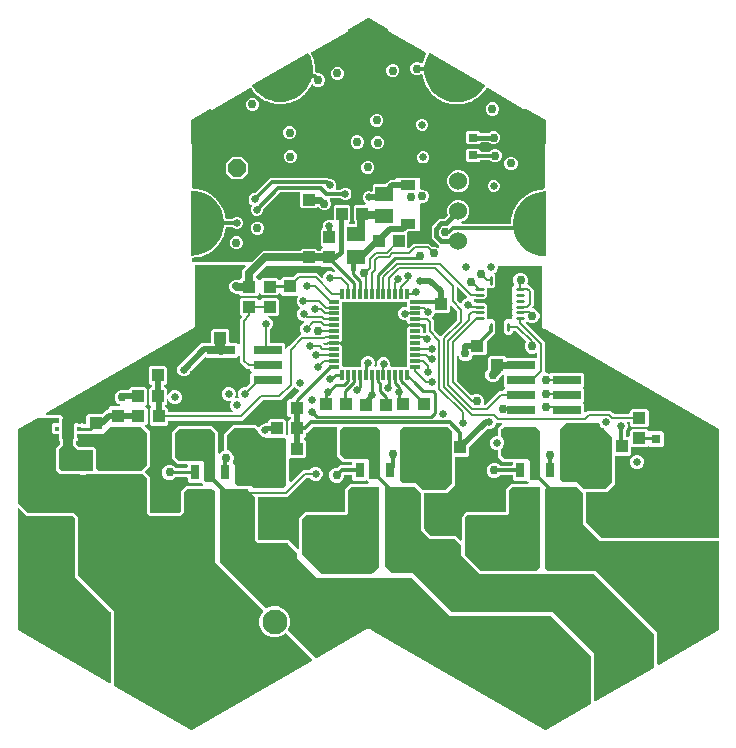
<source format=gbr>
G04 EAGLE Gerber RS-274X export*
G75*
%MOMM*%
%FSLAX34Y34*%
%LPD*%
%INTop Copper*%
%IPPOS*%
%AMOC8*
5,1,8,0,0,1.08239X$1,22.5*%
G01*
%ADD10R,0.800000X0.800000*%
%ADD11R,1.100000X1.000000*%
%ADD12C,1.524000*%
%ADD13P,1.649562X8X22.500000*%
%ADD14C,1.000000*%
%ADD15R,0.850000X0.300000*%
%ADD16R,0.300000X0.850000*%
%ADD17R,2.800000X2.800000*%
%ADD18R,0.750000X1.270000*%
%ADD19R,1.000000X1.000000*%
%ADD20R,1.500000X1.300000*%
%ADD21R,1.803000X1.600000*%
%ADD22R,1.000000X1.100000*%
%ADD23R,0.450000X0.400000*%
%ADD24R,1.120000X1.720000*%
%ADD25R,1.308000X1.308000*%
%ADD26C,1.308000*%
%ADD27C,2.100000*%
%ADD28R,2.100000X2.100000*%
%ADD29R,2.400000X0.760000*%
%ADD30C,0.280000*%
%ADD31R,2.050000X2.550000*%
%ADD32R,1.219000X0.914000*%
%ADD33C,0.756400*%
%ADD34C,0.304800*%
%ADD35C,0.660400*%
%ADD36C,0.508000*%
%ADD37C,0.406400*%
%ADD38C,0.609600*%
%ADD39C,0.203200*%
%ADD40C,0.177800*%
%ADD41C,0.254000*%
%ADD42C,0.381000*%
%ADD43C,0.635000*%
%ADD44C,0.457200*%
%ADD45C,0.812800*%

G36*
X-99355Y312968D02*
X-99355Y312968D01*
X-99255Y312971D01*
X-99198Y312987D01*
X-99140Y312995D01*
X-99046Y313031D01*
X-98949Y313059D01*
X-98898Y313089D01*
X-98844Y313111D01*
X-98762Y313170D01*
X-98675Y313221D01*
X-98603Y313285D01*
X-98586Y313297D01*
X-98577Y313307D01*
X-98554Y313327D01*
X-90268Y321613D01*
X-88448Y322367D01*
X-58713Y322367D01*
X-58595Y322382D01*
X-58476Y322390D01*
X-58438Y322402D01*
X-58397Y322407D01*
X-58287Y322451D01*
X-58174Y322488D01*
X-58139Y322509D01*
X-58102Y322524D01*
X-58006Y322594D01*
X-57905Y322658D01*
X-57877Y322687D01*
X-57844Y322711D01*
X-57768Y322803D01*
X-57687Y322890D01*
X-57667Y322925D01*
X-57659Y322936D01*
X-56402Y324192D01*
X-43928Y324192D01*
X-42650Y322914D01*
X-42596Y322829D01*
X-42566Y322801D01*
X-42543Y322768D01*
X-42451Y322692D01*
X-42364Y322611D01*
X-42329Y322591D01*
X-42298Y322565D01*
X-42190Y322515D01*
X-42086Y322457D01*
X-42046Y322447D01*
X-42010Y322430D01*
X-41893Y322407D01*
X-41778Y322378D01*
X-41718Y322374D01*
X-41698Y322370D01*
X-41677Y322371D01*
X-41617Y322367D01*
X-41544Y322367D01*
X-41426Y322382D01*
X-41307Y322390D01*
X-41269Y322402D01*
X-41229Y322407D01*
X-41118Y322451D01*
X-41005Y322488D01*
X-40971Y322509D01*
X-40933Y322524D01*
X-40837Y322594D01*
X-40736Y322658D01*
X-40708Y322687D01*
X-40676Y322711D01*
X-40600Y322803D01*
X-40518Y322890D01*
X-40499Y322925D01*
X-40473Y322956D01*
X-40422Y323064D01*
X-40365Y323168D01*
X-40355Y323207D01*
X-40337Y323244D01*
X-40315Y323361D01*
X-40285Y323476D01*
X-40285Y323482D01*
X-38909Y324857D01*
X-38836Y324952D01*
X-38757Y325041D01*
X-38739Y325077D01*
X-38714Y325109D01*
X-38667Y325218D01*
X-38613Y325324D01*
X-38604Y325363D01*
X-38588Y325401D01*
X-38569Y325518D01*
X-38543Y325634D01*
X-38544Y325675D01*
X-38538Y325715D01*
X-38549Y325833D01*
X-38553Y325952D01*
X-38564Y325991D01*
X-38568Y326031D01*
X-38608Y326144D01*
X-38641Y326258D01*
X-38662Y326292D01*
X-38676Y326331D01*
X-38742Y326429D01*
X-38803Y326532D01*
X-38843Y326577D01*
X-38854Y326594D01*
X-38869Y326607D01*
X-38909Y326652D01*
X-40275Y328018D01*
X-40275Y340492D01*
X-39159Y341607D01*
X-39072Y341650D01*
X-38970Y341691D01*
X-38929Y341720D01*
X-38885Y341742D01*
X-38801Y341813D01*
X-38712Y341877D01*
X-38681Y341916D01*
X-38643Y341948D01*
X-38579Y342038D01*
X-38510Y342122D01*
X-38488Y342167D01*
X-38460Y342208D01*
X-38421Y342311D01*
X-38374Y342410D01*
X-38365Y342459D01*
X-38347Y342506D01*
X-38335Y342615D01*
X-38314Y342722D01*
X-38317Y342772D01*
X-38312Y342822D01*
X-38327Y342930D01*
X-38334Y343040D01*
X-38349Y343087D01*
X-38355Y343126D01*
X-38355Y345181D01*
X-37581Y347048D01*
X-36152Y348477D01*
X-34285Y349251D01*
X-32263Y349251D01*
X-30686Y348597D01*
X-30638Y348584D01*
X-30593Y348563D01*
X-30486Y348543D01*
X-30379Y348514D01*
X-30330Y348513D01*
X-30281Y348503D01*
X-30171Y348510D01*
X-30061Y348508D01*
X-30013Y348520D01*
X-29964Y348523D01*
X-29859Y348557D01*
X-29752Y348583D01*
X-29708Y348606D01*
X-29661Y348621D01*
X-29568Y348680D01*
X-29471Y348731D01*
X-29434Y348765D01*
X-29392Y348791D01*
X-29317Y348871D01*
X-29236Y348945D01*
X-29208Y348987D01*
X-29174Y349023D01*
X-29121Y349119D01*
X-29061Y349211D01*
X-29045Y349258D01*
X-29021Y349301D01*
X-28993Y349408D01*
X-28958Y349512D01*
X-28954Y349561D01*
X-28941Y349609D01*
X-28931Y349770D01*
X-28931Y360567D01*
X-27889Y361609D01*
X-16416Y361609D01*
X-15374Y360567D01*
X-15374Y348093D01*
X-16179Y347288D01*
X-16264Y347179D01*
X-16353Y347071D01*
X-16362Y347053D01*
X-16374Y347037D01*
X-16429Y346909D01*
X-16488Y346783D01*
X-16492Y346764D01*
X-16500Y346745D01*
X-16522Y346607D01*
X-16548Y346471D01*
X-16547Y346451D01*
X-16550Y346431D01*
X-16537Y346292D01*
X-16528Y346154D01*
X-16522Y346134D01*
X-16520Y346114D01*
X-16473Y345983D01*
X-16430Y345851D01*
X-16420Y345834D01*
X-16413Y345815D01*
X-16335Y345700D01*
X-16260Y345582D01*
X-16246Y345568D01*
X-16234Y345552D01*
X-16130Y345460D01*
X-16029Y345364D01*
X-16011Y345355D01*
X-15996Y345341D01*
X-15872Y345278D01*
X-15750Y345211D01*
X-15731Y345206D01*
X-15713Y345197D01*
X-15577Y345166D01*
X-15442Y345131D01*
X-15414Y345130D01*
X-15402Y345127D01*
X-15382Y345128D01*
X-15282Y345121D01*
X-12645Y345121D01*
X-12527Y345136D01*
X-12409Y345144D01*
X-12370Y345156D01*
X-12330Y345161D01*
X-12219Y345205D01*
X-12106Y345242D01*
X-12072Y345263D01*
X-12034Y345278D01*
X-11938Y345348D01*
X-11837Y345412D01*
X-11810Y345441D01*
X-11777Y345465D01*
X-11701Y345557D01*
X-11619Y345643D01*
X-11600Y345679D01*
X-11574Y345710D01*
X-11523Y345818D01*
X-11466Y345922D01*
X-11456Y345961D01*
X-11439Y345998D01*
X-11416Y346114D01*
X-11386Y346230D01*
X-11383Y346290D01*
X-11379Y346310D01*
X-11380Y346330D01*
X-11376Y346390D01*
X-11376Y347012D01*
X-11389Y347111D01*
X-11392Y347210D01*
X-11408Y347268D01*
X-11416Y347328D01*
X-11453Y347420D01*
X-11480Y347515D01*
X-11511Y347567D01*
X-11533Y347624D01*
X-11591Y347704D01*
X-11642Y347789D01*
X-11708Y347865D01*
X-11720Y347881D01*
X-11729Y347889D01*
X-11748Y347910D01*
X-11931Y348093D01*
X-11931Y360567D01*
X-10889Y361609D01*
X-3304Y361609D01*
X-3166Y361626D01*
X-3028Y361639D01*
X-3009Y361646D01*
X-2989Y361649D01*
X-2859Y361700D01*
X-2729Y361747D01*
X-2712Y361758D01*
X-2693Y361766D01*
X-2581Y361847D01*
X-2465Y361925D01*
X-2452Y361941D01*
X-2436Y361952D01*
X-2347Y362060D01*
X-2255Y362164D01*
X-2246Y362182D01*
X-2233Y362197D01*
X-2174Y362323D01*
X-2110Y362447D01*
X-2106Y362467D01*
X-2097Y362485D01*
X-2071Y362622D01*
X-2041Y362757D01*
X-2041Y362778D01*
X-2038Y362797D01*
X-2046Y362936D01*
X-2050Y363075D01*
X-2056Y363095D01*
X-2057Y363115D01*
X-2100Y363247D01*
X-2139Y363381D01*
X-2149Y363398D01*
X-2155Y363417D01*
X-2230Y363535D01*
X-2300Y363655D01*
X-2319Y363676D01*
X-2325Y363686D01*
X-2340Y363700D01*
X-2407Y363775D01*
X-3799Y365168D01*
X-4573Y367035D01*
X-4573Y369057D01*
X-3799Y370924D01*
X-2370Y372353D01*
X-503Y373127D01*
X1519Y373127D01*
X1984Y372934D01*
X2032Y372921D01*
X2077Y372900D01*
X2184Y372879D01*
X2291Y372850D01*
X2340Y372849D01*
X2389Y372840D01*
X2499Y372847D01*
X2608Y372845D01*
X2657Y372857D01*
X2706Y372860D01*
X2811Y372894D01*
X2918Y372919D01*
X2962Y372942D01*
X3009Y372958D01*
X3102Y373016D01*
X3199Y373068D01*
X3236Y373101D01*
X3278Y373128D01*
X3353Y373208D01*
X3434Y373282D01*
X3461Y373323D01*
X3496Y373360D01*
X3549Y373456D01*
X3609Y373548D01*
X3625Y373595D01*
X3649Y373638D01*
X3677Y373744D01*
X3712Y373848D01*
X3716Y373898D01*
X3729Y373946D01*
X3739Y374107D01*
X3739Y378528D01*
X4781Y379570D01*
X14663Y379570D01*
X14761Y379582D01*
X14860Y379585D01*
X14918Y379602D01*
X14978Y379610D01*
X15070Y379646D01*
X15166Y379674D01*
X15218Y379705D01*
X15274Y379727D01*
X15354Y379785D01*
X15440Y379835D01*
X15515Y379902D01*
X15531Y379914D01*
X15539Y379923D01*
X15560Y379942D01*
X18267Y382649D01*
X21885Y382649D01*
X22003Y382664D01*
X22122Y382671D01*
X22160Y382684D01*
X22201Y382689D01*
X22311Y382732D01*
X22424Y382769D01*
X22459Y382791D01*
X22496Y382806D01*
X22592Y382875D01*
X22693Y382939D01*
X22721Y382969D01*
X22754Y382992D01*
X22830Y383084D01*
X22911Y383171D01*
X22931Y383206D01*
X22956Y383237D01*
X23007Y383345D01*
X23065Y383449D01*
X23075Y383489D01*
X23092Y383525D01*
X23114Y383642D01*
X23144Y383757D01*
X23148Y383817D01*
X23152Y383837D01*
X23150Y383858D01*
X23154Y383918D01*
X23154Y384117D01*
X23448Y384411D01*
X26029Y384411D01*
X26128Y384423D01*
X26227Y384426D01*
X26285Y384443D01*
X26345Y384451D01*
X26437Y384487D01*
X26532Y384515D01*
X26584Y384545D01*
X26641Y384568D01*
X26721Y384626D01*
X26806Y384676D01*
X26809Y384679D01*
X40507Y384679D01*
X40533Y384654D01*
X40586Y384625D01*
X40634Y384588D01*
X40725Y384548D01*
X40812Y384500D01*
X40870Y384485D01*
X40926Y384461D01*
X41024Y384446D01*
X41120Y384421D01*
X41220Y384415D01*
X41240Y384411D01*
X41253Y384413D01*
X41281Y384411D01*
X43862Y384411D01*
X44156Y384117D01*
X44156Y375892D01*
X44171Y375774D01*
X44178Y375655D01*
X44191Y375617D01*
X44196Y375576D01*
X44239Y375466D01*
X44276Y375353D01*
X44298Y375318D01*
X44313Y375281D01*
X44382Y375185D01*
X44446Y375084D01*
X44476Y375056D01*
X44499Y375023D01*
X44591Y374947D01*
X44678Y374866D01*
X44713Y374846D01*
X44744Y374821D01*
X44852Y374770D01*
X44956Y374712D01*
X44996Y374702D01*
X45032Y374685D01*
X45149Y374663D01*
X45264Y374633D01*
X45324Y374629D01*
X45344Y374625D01*
X45365Y374627D01*
X45425Y374623D01*
X46572Y374623D01*
X48616Y373776D01*
X50180Y372212D01*
X51027Y370168D01*
X51027Y367956D01*
X50180Y365912D01*
X48616Y364348D01*
X46572Y363501D01*
X45425Y363501D01*
X45307Y363486D01*
X45188Y363479D01*
X45150Y363466D01*
X45109Y363461D01*
X44999Y363418D01*
X44886Y363381D01*
X44851Y363359D01*
X44814Y363344D01*
X44718Y363275D01*
X44617Y363211D01*
X44589Y363181D01*
X44556Y363158D01*
X44480Y363066D01*
X44399Y362979D01*
X44379Y362944D01*
X44354Y362913D01*
X44303Y362805D01*
X44245Y362701D01*
X44235Y362661D01*
X44218Y362625D01*
X44196Y362508D01*
X44166Y362393D01*
X44162Y362333D01*
X44158Y362313D01*
X44160Y362292D01*
X44156Y362232D01*
X44156Y339793D01*
X43862Y339499D01*
X41291Y339499D01*
X41192Y339487D01*
X41093Y339484D01*
X41035Y339467D01*
X40975Y339459D01*
X40883Y339423D01*
X40788Y339395D01*
X40736Y339365D01*
X40679Y339342D01*
X40599Y339284D01*
X40514Y339234D01*
X40499Y339221D01*
X34132Y339221D01*
X33994Y339204D01*
X33855Y339191D01*
X33837Y339184D01*
X33817Y339181D01*
X33687Y339130D01*
X33556Y339083D01*
X33540Y339072D01*
X33521Y339064D01*
X33408Y338982D01*
X33293Y338904D01*
X33280Y338889D01*
X33264Y338878D01*
X33174Y338769D01*
X33083Y338666D01*
X33074Y338648D01*
X33061Y338633D01*
X33001Y338506D01*
X32938Y338382D01*
X32934Y338363D01*
X32925Y338345D01*
X32899Y338209D01*
X32869Y338072D01*
X32869Y338052D01*
X32866Y338033D01*
X32874Y337894D01*
X32878Y337754D01*
X32884Y337735D01*
X32885Y337715D01*
X32900Y337670D01*
X32900Y326122D01*
X32917Y325984D01*
X32930Y325846D01*
X32937Y325827D01*
X32940Y325806D01*
X32991Y325677D01*
X33038Y325546D01*
X33049Y325529D01*
X33057Y325511D01*
X33138Y325398D01*
X33217Y325283D01*
X33232Y325270D01*
X33244Y325253D01*
X33351Y325165D01*
X33455Y325073D01*
X33473Y325064D01*
X33489Y325051D01*
X33614Y324991D01*
X33738Y324928D01*
X33758Y324924D01*
X33776Y324915D01*
X33913Y324889D01*
X34049Y324858D01*
X34069Y324859D01*
X34089Y324855D01*
X34227Y324864D01*
X34366Y324868D01*
X34386Y324874D01*
X34406Y324875D01*
X34538Y324918D01*
X34672Y324957D01*
X34689Y324967D01*
X34709Y324973D01*
X34826Y325048D01*
X34946Y325118D01*
X34967Y325137D01*
X34977Y325143D01*
X34992Y325158D01*
X35067Y325224D01*
X36330Y326488D01*
X36331Y326488D01*
X38265Y328423D01*
X51270Y328423D01*
X53085Y326607D01*
X53164Y326547D01*
X53236Y326479D01*
X53289Y326450D01*
X53337Y326413D01*
X53428Y326373D01*
X53514Y326325D01*
X53573Y326310D01*
X53628Y326286D01*
X53726Y326271D01*
X53822Y326246D01*
X53922Y326240D01*
X53942Y326236D01*
X53955Y326238D01*
X53983Y326236D01*
X56351Y326236D01*
X58359Y325404D01*
X58426Y325386D01*
X58490Y325358D01*
X58579Y325344D01*
X58666Y325320D01*
X58736Y325319D01*
X58805Y325308D01*
X58894Y325316D01*
X58984Y325315D01*
X59052Y325331D01*
X59121Y325338D01*
X59206Y325368D01*
X59293Y325389D01*
X59355Y325422D01*
X59420Y325445D01*
X59495Y325496D01*
X59574Y325538D01*
X59626Y325585D01*
X59684Y325624D01*
X59743Y325691D01*
X59810Y325752D01*
X59848Y325810D01*
X59894Y325862D01*
X59935Y325942D01*
X59984Y326017D01*
X60007Y326083D01*
X60039Y326146D01*
X60058Y326233D01*
X60088Y326318D01*
X60093Y326388D01*
X60108Y326456D01*
X60106Y326546D01*
X60113Y326635D01*
X60101Y326704D01*
X60099Y326774D01*
X60074Y326860D01*
X60058Y326949D01*
X60030Y327012D01*
X60010Y327079D01*
X59965Y327157D01*
X59928Y327239D01*
X59884Y327293D01*
X59849Y327353D01*
X59742Y327474D01*
X53552Y333665D01*
X53552Y343111D01*
X60231Y349790D01*
X63682Y349790D01*
X63780Y349803D01*
X63879Y349806D01*
X63937Y349823D01*
X63997Y349830D01*
X64089Y349867D01*
X64185Y349894D01*
X64237Y349925D01*
X64293Y349947D01*
X64373Y350005D01*
X64458Y350056D01*
X64534Y350122D01*
X64550Y350134D01*
X64558Y350144D01*
X64579Y350162D01*
X66828Y352411D01*
X66847Y352435D01*
X66869Y352454D01*
X66944Y352560D01*
X67023Y352663D01*
X67035Y352690D01*
X67052Y352714D01*
X67098Y352835D01*
X67150Y352954D01*
X67154Y352984D01*
X67165Y353011D01*
X67179Y353140D01*
X67200Y353269D01*
X67197Y353298D01*
X67200Y353327D01*
X67182Y353456D01*
X67170Y353585D01*
X67160Y353613D01*
X67156Y353642D01*
X67104Y353795D01*
X66801Y354524D01*
X66801Y358263D01*
X68232Y361718D01*
X70876Y364362D01*
X74330Y365792D01*
X78070Y365792D01*
X81524Y364362D01*
X84168Y361718D01*
X85599Y358263D01*
X85599Y354524D01*
X84168Y351070D01*
X81524Y348426D01*
X79676Y347660D01*
X79615Y347626D01*
X79550Y347600D01*
X79478Y347547D01*
X79400Y347503D01*
X79349Y347454D01*
X79293Y347413D01*
X79236Y347344D01*
X79171Y347282D01*
X79135Y347222D01*
X79090Y347168D01*
X79052Y347087D01*
X79005Y347010D01*
X78984Y346944D01*
X78955Y346881D01*
X78938Y346792D01*
X78911Y346707D01*
X78908Y346637D01*
X78895Y346568D01*
X78900Y346479D01*
X78896Y346389D01*
X78910Y346320D01*
X78915Y346251D01*
X78942Y346166D01*
X78960Y346077D01*
X78991Y346015D01*
X79013Y345948D01*
X79061Y345872D01*
X79100Y345792D01*
X79145Y345739D01*
X79183Y345680D01*
X79248Y345618D01*
X79306Y345550D01*
X79363Y345510D01*
X79414Y345462D01*
X79493Y345418D01*
X79566Y345367D01*
X79632Y345342D01*
X79693Y345308D01*
X79780Y345286D01*
X79864Y345254D01*
X79933Y345246D01*
X80001Y345229D01*
X80161Y345218D01*
X119471Y345218D01*
X119515Y345224D01*
X119560Y345222D01*
X119673Y345244D01*
X119787Y345258D01*
X119828Y345275D01*
X119872Y345283D01*
X119976Y345333D01*
X120083Y345375D01*
X120118Y345401D01*
X120159Y345421D01*
X120247Y345495D01*
X120340Y345562D01*
X120368Y345596D01*
X120402Y345625D01*
X120469Y345718D01*
X120543Y345807D01*
X120562Y345847D01*
X120588Y345883D01*
X120629Y345991D01*
X120678Y346095D01*
X120687Y346138D01*
X120703Y346180D01*
X120717Y346294D01*
X120738Y346407D01*
X120735Y346452D01*
X120741Y346496D01*
X120726Y346610D01*
X120718Y346725D01*
X120705Y346767D01*
X120699Y346811D01*
X120656Y346918D01*
X120644Y346955D01*
X120755Y347693D01*
X120756Y347708D01*
X120759Y347722D01*
X120770Y347882D01*
X120770Y348606D01*
X120807Y348653D01*
X120808Y348657D01*
X120811Y348660D01*
X120871Y348801D01*
X120933Y348945D01*
X120934Y348949D01*
X120935Y348953D01*
X120969Y349110D01*
X121224Y350794D01*
X121224Y350798D01*
X121225Y350802D01*
X121228Y350955D01*
X121231Y351112D01*
X121230Y351116D01*
X121231Y351120D01*
X121195Y351269D01*
X121181Y351331D01*
X121396Y352026D01*
X121398Y352041D01*
X121404Y352054D01*
X121438Y352211D01*
X121546Y352927D01*
X121589Y352968D01*
X121591Y352972D01*
X121594Y352975D01*
X121676Y353107D01*
X121758Y353238D01*
X121759Y353242D01*
X121761Y353245D01*
X121818Y353396D01*
X122321Y355023D01*
X122322Y355027D01*
X122323Y355030D01*
X122349Y355182D01*
X122376Y355336D01*
X122376Y355340D01*
X122376Y355344D01*
X122364Y355495D01*
X122358Y355560D01*
X122674Y356216D01*
X122679Y356230D01*
X122687Y356242D01*
X122744Y356393D01*
X122957Y357084D01*
X123006Y357118D01*
X123009Y357121D01*
X123012Y357124D01*
X123112Y357241D01*
X123213Y357360D01*
X123215Y357363D01*
X123218Y357367D01*
X123297Y357507D01*
X124036Y359041D01*
X124037Y359045D01*
X124040Y359048D01*
X124087Y359194D01*
X124137Y359342D01*
X124137Y359346D01*
X124139Y359350D01*
X124149Y359503D01*
X124153Y359567D01*
X124563Y360168D01*
X124570Y360181D01*
X124579Y360192D01*
X124658Y360332D01*
X124973Y360984D01*
X125026Y361011D01*
X125029Y361013D01*
X125033Y361015D01*
X125149Y361117D01*
X125267Y361219D01*
X125269Y361222D01*
X125272Y361225D01*
X125371Y361352D01*
X126331Y362758D01*
X126333Y362762D01*
X126335Y362765D01*
X126404Y362902D01*
X126476Y363041D01*
X126477Y363045D01*
X126478Y363049D01*
X126512Y363200D01*
X126525Y363261D01*
X127020Y363794D01*
X127029Y363806D01*
X127040Y363815D01*
X127139Y363942D01*
X127547Y364540D01*
X127604Y364559D01*
X127607Y364561D01*
X127611Y364562D01*
X127740Y364645D01*
X127873Y364728D01*
X127875Y364732D01*
X127879Y364734D01*
X127996Y364845D01*
X129154Y366092D01*
X129157Y366096D01*
X129160Y366098D01*
X129249Y366224D01*
X129340Y366351D01*
X129341Y366354D01*
X129344Y366358D01*
X129399Y366504D01*
X129421Y366560D01*
X129990Y367014D01*
X130000Y367024D01*
X130013Y367032D01*
X130129Y367143D01*
X130622Y367673D01*
X130681Y367683D01*
X130685Y367684D01*
X130689Y367685D01*
X130831Y367749D01*
X130972Y367811D01*
X130976Y367813D01*
X130979Y367815D01*
X131111Y367907D01*
X132443Y368968D01*
X132446Y368971D01*
X132449Y368973D01*
X132558Y369086D01*
X132665Y369196D01*
X132667Y369200D01*
X132670Y369203D01*
X132747Y369339D01*
X132777Y369391D01*
X133407Y369755D01*
X133419Y369764D01*
X133432Y369770D01*
X133564Y369862D01*
X134130Y370313D01*
X134190Y370313D01*
X134194Y370315D01*
X134198Y370315D01*
X134344Y370355D01*
X134497Y370397D01*
X134500Y370399D01*
X134504Y370400D01*
X134649Y370471D01*
X136123Y371322D01*
X136127Y371324D01*
X136130Y371326D01*
X136254Y371421D01*
X136377Y371514D01*
X136379Y371517D01*
X136383Y371520D01*
X136478Y371642D01*
X136517Y371690D01*
X137194Y371956D01*
X137207Y371963D01*
X137221Y371967D01*
X137365Y372038D01*
X137992Y372400D01*
X138051Y372392D01*
X138055Y372392D01*
X138059Y372392D01*
X138214Y372411D01*
X138367Y372428D01*
X138371Y372430D01*
X138375Y372430D01*
X138528Y372479D01*
X140114Y373101D01*
X140117Y373103D01*
X140121Y373104D01*
X140256Y373178D01*
X140393Y373253D01*
X140396Y373256D01*
X140399Y373258D01*
X140511Y373363D01*
X140557Y373407D01*
X141267Y373568D01*
X141280Y373573D01*
X141295Y373575D01*
X141448Y373624D01*
X142122Y373888D01*
X142179Y373871D01*
X142184Y373871D01*
X142188Y373870D01*
X142341Y373866D01*
X142497Y373860D01*
X142501Y373861D01*
X142505Y373861D01*
X142664Y373887D01*
X144325Y374265D01*
X144328Y374266D01*
X144333Y374267D01*
X144476Y374320D01*
X144623Y374374D01*
X144627Y374376D01*
X144631Y374378D01*
X144756Y374465D01*
X144809Y374501D01*
X145534Y374555D01*
X145549Y374558D01*
X145563Y374558D01*
X145722Y374584D01*
X146428Y374744D01*
X146482Y374719D01*
X146486Y374718D01*
X146490Y374717D01*
X146643Y374689D01*
X146795Y374661D01*
X146799Y374661D01*
X146803Y374660D01*
X146964Y374662D01*
X148089Y374746D01*
X148160Y374760D01*
X148232Y374765D01*
X148315Y374792D01*
X148401Y374809D01*
X148466Y374841D01*
X148534Y374863D01*
X148608Y374910D01*
X148687Y374948D01*
X148742Y374994D01*
X148803Y375033D01*
X148863Y375097D01*
X148930Y375153D01*
X148971Y375212D01*
X149021Y375265D01*
X149063Y375341D01*
X149114Y375413D01*
X149140Y375480D01*
X149174Y375543D01*
X149196Y375628D01*
X149228Y375710D01*
X149236Y375781D01*
X149254Y375851D01*
X149264Y376012D01*
X149264Y413418D01*
X150029Y413356D01*
X150057Y413360D01*
X150086Y413355D01*
X150155Y413371D01*
X150226Y413380D01*
X150251Y413394D01*
X150279Y413401D01*
X150336Y413443D01*
X150398Y413479D01*
X150416Y413502D01*
X150439Y413519D01*
X150475Y413581D01*
X150519Y413637D01*
X150526Y413665D01*
X150540Y413690D01*
X150557Y413789D01*
X150567Y413830D01*
X150566Y413841D01*
X150568Y413854D01*
X150545Y432894D01*
X150530Y432969D01*
X150521Y433046D01*
X150510Y433066D01*
X150505Y433089D01*
X150462Y433152D01*
X150424Y433219D01*
X150404Y433236D01*
X150393Y433252D01*
X150355Y433276D01*
X150296Y433325D01*
X133819Y442865D01*
X133791Y442874D01*
X133768Y442891D01*
X133698Y442905D01*
X133630Y442928D01*
X133601Y442926D01*
X133573Y442932D01*
X133503Y442918D01*
X133432Y442913D01*
X133406Y442900D01*
X133378Y442894D01*
X133319Y442854D01*
X133255Y442821D01*
X133237Y442799D01*
X133213Y442783D01*
X133156Y442701D01*
X133129Y442668D01*
X133125Y442658D01*
X133118Y442647D01*
X132804Y441986D01*
X101085Y460298D01*
X101019Y460326D01*
X100957Y460363D01*
X100872Y460388D01*
X100792Y460422D01*
X100720Y460432D01*
X100651Y460452D01*
X100564Y460455D01*
X100477Y460468D01*
X100405Y460461D01*
X100334Y460463D01*
X100248Y460444D01*
X100161Y460435D01*
X100093Y460410D01*
X100023Y460394D01*
X99945Y460355D01*
X99863Y460324D01*
X99804Y460283D01*
X99739Y460251D01*
X99673Y460193D01*
X99601Y460143D01*
X99554Y460088D01*
X99500Y460041D01*
X99401Y459914D01*
X98686Y458864D01*
X98684Y458860D01*
X98681Y458857D01*
X98611Y458717D01*
X98541Y458581D01*
X98540Y458577D01*
X98538Y458573D01*
X98505Y458418D01*
X98492Y458361D01*
X97997Y457827D01*
X97989Y457816D01*
X97978Y457806D01*
X97879Y457679D01*
X97471Y457081D01*
X97414Y457063D01*
X97411Y457060D01*
X97407Y457059D01*
X97277Y456976D01*
X97145Y456893D01*
X97143Y456890D01*
X97139Y456887D01*
X97022Y456776D01*
X95865Y455528D01*
X95862Y455525D01*
X95859Y455522D01*
X95770Y455396D01*
X95679Y455269D01*
X95678Y455266D01*
X95676Y455262D01*
X95620Y455118D01*
X95598Y455060D01*
X95029Y454606D01*
X95019Y454596D01*
X95007Y454588D01*
X94890Y454477D01*
X94398Y453946D01*
X94339Y453936D01*
X94335Y453935D01*
X94331Y453934D01*
X94191Y453872D01*
X94048Y453808D01*
X94044Y453806D01*
X94041Y453804D01*
X93909Y453712D01*
X92578Y452650D01*
X92575Y452647D01*
X92571Y452645D01*
X92464Y452532D01*
X92356Y452422D01*
X92354Y452418D01*
X92351Y452415D01*
X92276Y452282D01*
X92244Y452227D01*
X91614Y451863D01*
X91603Y451854D01*
X91589Y451848D01*
X91457Y451756D01*
X90892Y451304D01*
X90832Y451304D01*
X90828Y451303D01*
X90824Y451302D01*
X90697Y451267D01*
X90672Y451264D01*
X90641Y451252D01*
X90525Y451220D01*
X90521Y451218D01*
X90517Y451217D01*
X90373Y451146D01*
X88899Y450294D01*
X88896Y450291D01*
X88892Y450290D01*
X88768Y450195D01*
X88646Y450101D01*
X88643Y450098D01*
X88640Y450096D01*
X88544Y449973D01*
X88506Y449925D01*
X87829Y449659D01*
X87816Y449652D01*
X87802Y449648D01*
X87658Y449577D01*
X87031Y449215D01*
X86972Y449223D01*
X86968Y449222D01*
X86963Y449223D01*
X86807Y449204D01*
X86656Y449186D01*
X86652Y449185D01*
X86648Y449184D01*
X86494Y449135D01*
X84910Y448512D01*
X84906Y448510D01*
X84902Y448509D01*
X84768Y448435D01*
X84631Y448360D01*
X84628Y448357D01*
X84624Y448355D01*
X84511Y448248D01*
X84466Y448206D01*
X83757Y448044D01*
X83743Y448039D01*
X83729Y448038D01*
X83576Y447988D01*
X82902Y447724D01*
X82844Y447741D01*
X82840Y447741D01*
X82836Y447742D01*
X82682Y447746D01*
X82527Y447752D01*
X82522Y447751D01*
X82518Y447751D01*
X82359Y447725D01*
X80700Y447346D01*
X80696Y447344D01*
X80692Y447344D01*
X80548Y447290D01*
X80401Y447236D01*
X80397Y447234D01*
X80394Y447233D01*
X80267Y447144D01*
X80215Y447109D01*
X79490Y447054D01*
X79476Y447052D01*
X79461Y447052D01*
X79302Y447026D01*
X78597Y446865D01*
X78542Y446890D01*
X78538Y446891D01*
X78535Y446893D01*
X78384Y446920D01*
X78230Y446948D01*
X78226Y446948D01*
X78221Y446949D01*
X78060Y446947D01*
X76363Y446819D01*
X76359Y446818D01*
X76354Y446818D01*
X76199Y446786D01*
X76051Y446756D01*
X76047Y446754D01*
X76043Y446753D01*
X75904Y446684D01*
X75849Y446657D01*
X75123Y446712D01*
X75109Y446711D01*
X75094Y446713D01*
X74933Y446711D01*
X74212Y446657D01*
X74162Y446690D01*
X74158Y446692D01*
X74154Y446694D01*
X74008Y446744D01*
X73861Y446794D01*
X73857Y446795D01*
X73853Y446796D01*
X73694Y446818D01*
X71996Y446945D01*
X71992Y446945D01*
X71987Y446945D01*
X71832Y446937D01*
X71678Y446929D01*
X71674Y446927D01*
X71670Y446927D01*
X71524Y446880D01*
X71463Y446862D01*
X70754Y447023D01*
X70739Y447025D01*
X70726Y447029D01*
X70566Y447052D01*
X69845Y447105D01*
X69800Y447146D01*
X69796Y447148D01*
X69793Y447150D01*
X69655Y447221D01*
X69518Y447293D01*
X69514Y447294D01*
X69511Y447296D01*
X69356Y447342D01*
X67696Y447720D01*
X67692Y447721D01*
X67688Y447722D01*
X67533Y447736D01*
X67380Y447751D01*
X67376Y447751D01*
X67371Y447751D01*
X67218Y447727D01*
X67157Y447717D01*
X66480Y447983D01*
X66466Y447986D01*
X66453Y447993D01*
X66299Y448039D01*
X65593Y448200D01*
X65555Y448246D01*
X65552Y448248D01*
X65549Y448252D01*
X65423Y448343D01*
X65299Y448434D01*
X65295Y448436D01*
X65291Y448438D01*
X65145Y448506D01*
X63560Y449128D01*
X63556Y449129D01*
X63553Y449131D01*
X63401Y449168D01*
X63252Y449206D01*
X63248Y449206D01*
X63244Y449207D01*
X63090Y449205D01*
X63027Y449205D01*
X62397Y449569D01*
X62383Y449574D01*
X62372Y449583D01*
X62226Y449651D01*
X61552Y449915D01*
X61521Y449967D01*
X61518Y449970D01*
X61516Y449973D01*
X61407Y450080D01*
X61296Y450191D01*
X61292Y450193D01*
X61289Y450196D01*
X61155Y450285D01*
X59680Y451136D01*
X59676Y451137D01*
X59673Y451140D01*
X59591Y451174D01*
X59518Y451214D01*
X59456Y451230D01*
X59387Y451259D01*
X59383Y451260D01*
X59379Y451261D01*
X59283Y451275D01*
X59210Y451294D01*
X59158Y451297D01*
X58596Y451745D01*
X58583Y451753D01*
X58573Y451763D01*
X58439Y451852D01*
X57812Y452214D01*
X57789Y452269D01*
X57787Y452273D01*
X57785Y452276D01*
X57693Y452399D01*
X57600Y452525D01*
X57596Y452527D01*
X57594Y452531D01*
X57475Y452639D01*
X56143Y453700D01*
X56140Y453702D01*
X56137Y453705D01*
X56005Y453784D01*
X55871Y453865D01*
X55867Y453867D01*
X55864Y453869D01*
X55719Y453912D01*
X55656Y453931D01*
X55161Y454464D01*
X55150Y454474D01*
X55141Y454485D01*
X55022Y454593D01*
X54456Y455044D01*
X54442Y455102D01*
X54440Y455106D01*
X54439Y455110D01*
X54365Y455246D01*
X54293Y455383D01*
X54290Y455386D01*
X54288Y455390D01*
X54186Y455515D01*
X53027Y456762D01*
X53024Y456765D01*
X53022Y456768D01*
X52902Y456867D01*
X52784Y456966D01*
X52780Y456968D01*
X52777Y456971D01*
X52637Y457037D01*
X52581Y457063D01*
X52170Y457665D01*
X52161Y457675D01*
X52154Y457688D01*
X52052Y457813D01*
X51560Y458343D01*
X51554Y458403D01*
X51553Y458407D01*
X51553Y458411D01*
X51500Y458556D01*
X51448Y458703D01*
X51446Y458706D01*
X51445Y458710D01*
X51363Y458849D01*
X50403Y460255D01*
X50400Y460258D01*
X50398Y460262D01*
X50295Y460378D01*
X50192Y460493D01*
X50189Y460496D01*
X50186Y460499D01*
X50057Y460585D01*
X50006Y460619D01*
X49690Y461275D01*
X49682Y461287D01*
X49677Y461301D01*
X49595Y461439D01*
X49187Y462037D01*
X49191Y462097D01*
X49190Y462101D01*
X49190Y462105D01*
X49161Y462255D01*
X49131Y462409D01*
X49129Y462413D01*
X49128Y462417D01*
X49068Y462566D01*
X48329Y464100D01*
X48326Y464103D01*
X48325Y464107D01*
X48239Y464237D01*
X48156Y464367D01*
X48153Y464370D01*
X48150Y464373D01*
X48037Y464477D01*
X47990Y464519D01*
X47776Y465215D01*
X47770Y465228D01*
X47767Y465242D01*
X47706Y465391D01*
X47392Y466043D01*
X47405Y466102D01*
X47404Y466106D01*
X47405Y466110D01*
X47398Y466267D01*
X47392Y466420D01*
X47390Y466423D01*
X47390Y466428D01*
X47353Y466584D01*
X46850Y468211D01*
X46848Y468215D01*
X46848Y468219D01*
X46811Y468299D01*
X46796Y468344D01*
X46775Y468378D01*
X46719Y468501D01*
X46716Y468504D01*
X46715Y468508D01*
X46618Y468627D01*
X46578Y468676D01*
X46470Y469396D01*
X46466Y469409D01*
X46465Y469424D01*
X46427Y469581D01*
X46214Y470272D01*
X46235Y470328D01*
X46235Y470332D01*
X46237Y470336D01*
X46253Y470492D01*
X46270Y470644D01*
X46269Y470648D01*
X46269Y470653D01*
X46255Y470813D01*
X46174Y471350D01*
X46143Y471460D01*
X46120Y471571D01*
X46100Y471612D01*
X46088Y471656D01*
X46030Y471755D01*
X45981Y471857D01*
X45951Y471891D01*
X45928Y471931D01*
X45848Y472012D01*
X45774Y472099D01*
X45737Y472125D01*
X45705Y472158D01*
X45607Y472216D01*
X45514Y472282D01*
X45471Y472298D01*
X45432Y472322D01*
X45323Y472354D01*
X45217Y472394D01*
X45171Y472400D01*
X45127Y472413D01*
X45014Y472417D01*
X44901Y472430D01*
X44855Y472423D01*
X44810Y472425D01*
X44699Y472401D01*
X44586Y472385D01*
X44520Y472363D01*
X44499Y472358D01*
X44482Y472350D01*
X44434Y472333D01*
X42381Y471483D01*
X40169Y471483D01*
X38125Y472330D01*
X36561Y473894D01*
X35714Y475938D01*
X35714Y478150D01*
X36561Y480194D01*
X38125Y481758D01*
X40169Y482604D01*
X42381Y482604D01*
X44475Y481737D01*
X44513Y481717D01*
X44553Y481686D01*
X44653Y481643D01*
X44749Y481591D01*
X44798Y481580D01*
X44845Y481559D01*
X44953Y481542D01*
X45059Y481517D01*
X45109Y481517D01*
X45159Y481510D01*
X45267Y481520D01*
X45377Y481521D01*
X45425Y481535D01*
X45476Y481539D01*
X45578Y481576D01*
X45683Y481605D01*
X45727Y481630D01*
X45775Y481647D01*
X45865Y481708D01*
X45960Y481762D01*
X45996Y481797D01*
X46038Y481825D01*
X46110Y481907D01*
X46189Y481983D01*
X46215Y482026D01*
X46249Y482064D01*
X46298Y482160D01*
X46303Y482168D01*
X46307Y482174D01*
X46309Y482178D01*
X46355Y482254D01*
X46383Y482327D01*
X46393Y482347D01*
X46397Y482363D01*
X46413Y482404D01*
X46423Y482438D01*
X46426Y482453D01*
X46431Y482466D01*
X46465Y482624D01*
X46573Y483339D01*
X46616Y483381D01*
X46619Y483384D01*
X46622Y483387D01*
X46703Y483520D01*
X46785Y483650D01*
X46786Y483654D01*
X46788Y483658D01*
X46845Y483808D01*
X47347Y485436D01*
X47347Y485440D01*
X47349Y485443D01*
X47374Y485594D01*
X47401Y485749D01*
X47401Y485753D01*
X47402Y485757D01*
X47389Y485912D01*
X47384Y485973D01*
X47699Y486629D01*
X47704Y486642D01*
X47711Y486655D01*
X47769Y486805D01*
X47982Y487497D01*
X48031Y487532D01*
X48034Y487535D01*
X48037Y487537D01*
X48138Y487657D01*
X48238Y487773D01*
X48239Y487777D01*
X48242Y487780D01*
X48321Y487920D01*
X48880Y489082D01*
X48903Y489150D01*
X48935Y489214D01*
X48953Y489301D01*
X48981Y489384D01*
X48986Y489455D01*
X49001Y489526D01*
X48997Y489614D01*
X49004Y489701D01*
X48991Y489772D01*
X48988Y489843D01*
X48963Y489928D01*
X48947Y490014D01*
X48917Y490079D01*
X48896Y490148D01*
X48851Y490223D01*
X48814Y490303D01*
X48769Y490359D01*
X48732Y490420D01*
X48669Y490482D01*
X48614Y490550D01*
X48556Y490593D01*
X48505Y490643D01*
X48371Y490732D01*
X16510Y509127D01*
X16930Y509735D01*
X16941Y509762D01*
X16959Y509784D01*
X16980Y509852D01*
X17008Y509918D01*
X17008Y509947D01*
X17016Y509975D01*
X17008Y510046D01*
X17008Y510117D01*
X16997Y510143D01*
X16994Y510172D01*
X16959Y510235D01*
X16931Y510300D01*
X16910Y510320D01*
X16896Y510346D01*
X16819Y510409D01*
X16789Y510439D01*
X16778Y510443D01*
X16768Y510451D01*
X268Y519951D01*
X195Y519976D01*
X124Y520007D01*
X101Y520007D01*
X79Y520014D01*
X3Y520008D01*
X-74Y520009D01*
X-99Y520000D01*
X-119Y519999D01*
X-159Y519978D01*
X-230Y519951D01*
X-16730Y510451D01*
X-16752Y510432D01*
X-16778Y510420D01*
X-16826Y510367D01*
X-16879Y510320D01*
X-16892Y510294D01*
X-16911Y510272D01*
X-16935Y510205D01*
X-16965Y510141D01*
X-16967Y510112D01*
X-16976Y510084D01*
X-16971Y510013D01*
X-16975Y509942D01*
X-16965Y509915D01*
X-16963Y509886D01*
X-16920Y509795D01*
X-16905Y509755D01*
X-16898Y509747D01*
X-16892Y509735D01*
X-16468Y509120D01*
X-47788Y491038D01*
X-47845Y490994D01*
X-47908Y490959D01*
X-47971Y490899D01*
X-48041Y490845D01*
X-48086Y490789D01*
X-48138Y490740D01*
X-48184Y490665D01*
X-48239Y490596D01*
X-48268Y490531D01*
X-48306Y490470D01*
X-48332Y490386D01*
X-48368Y490306D01*
X-48380Y490235D01*
X-48402Y490167D01*
X-48407Y490079D01*
X-48421Y489992D01*
X-48416Y489921D01*
X-48419Y489849D01*
X-48402Y489763D01*
X-48395Y489675D01*
X-48371Y489607D01*
X-48358Y489537D01*
X-48297Y489388D01*
X-47783Y488320D01*
X-47781Y488317D01*
X-47780Y488313D01*
X-47696Y488185D01*
X-47611Y488053D01*
X-47608Y488051D01*
X-47605Y488047D01*
X-47490Y487942D01*
X-47445Y487901D01*
X-47231Y487205D01*
X-47225Y487192D01*
X-47222Y487178D01*
X-47162Y487029D01*
X-46848Y486377D01*
X-46861Y486318D01*
X-46861Y486314D01*
X-46861Y486310D01*
X-46854Y486157D01*
X-46848Y486000D01*
X-46847Y485996D01*
X-46847Y485992D01*
X-46809Y485836D01*
X-46308Y484208D01*
X-46306Y484205D01*
X-46305Y484201D01*
X-46240Y484060D01*
X-46177Y483919D01*
X-46174Y483915D01*
X-46172Y483912D01*
X-46074Y483790D01*
X-46036Y483743D01*
X-45928Y483024D01*
X-45924Y483010D01*
X-45923Y482995D01*
X-45886Y482839D01*
X-45673Y482147D01*
X-45694Y482091D01*
X-45694Y482087D01*
X-45696Y482083D01*
X-45712Y481928D01*
X-45719Y481860D01*
X-45722Y481846D01*
X-45721Y481840D01*
X-45729Y481775D01*
X-45728Y481771D01*
X-45728Y481767D01*
X-45715Y481606D01*
X-45461Y479922D01*
X-45460Y479918D01*
X-45460Y479914D01*
X-45417Y479764D01*
X-45375Y479616D01*
X-45373Y479613D01*
X-45372Y479609D01*
X-45292Y479474D01*
X-45262Y479422D01*
X-45262Y478694D01*
X-45261Y478680D01*
X-45262Y478665D01*
X-45248Y478505D01*
X-45141Y477789D01*
X-45170Y477737D01*
X-45171Y477733D01*
X-45173Y477729D01*
X-45212Y477579D01*
X-45251Y477430D01*
X-45252Y477425D01*
X-45253Y477421D01*
X-45263Y477261D01*
X-45263Y475558D01*
X-45263Y475554D01*
X-45263Y475550D01*
X-45243Y475395D01*
X-45224Y475243D01*
X-45222Y475239D01*
X-45222Y475235D01*
X-45162Y475088D01*
X-45126Y474995D01*
X-45124Y474967D01*
X-45126Y474862D01*
X-45114Y474809D01*
X-45111Y474754D01*
X-45078Y474654D01*
X-45055Y474552D01*
X-45029Y474504D01*
X-45013Y474451D01*
X-44957Y474363D01*
X-44909Y474270D01*
X-44872Y474229D01*
X-44842Y474183D01*
X-44766Y474111D01*
X-44697Y474033D01*
X-44651Y474002D01*
X-44611Y473965D01*
X-44519Y473914D01*
X-44432Y473856D01*
X-44380Y473838D01*
X-44332Y473811D01*
X-44231Y473785D01*
X-44132Y473750D01*
X-44078Y473745D01*
X-43723Y473391D01*
X-43644Y473330D01*
X-43572Y473262D01*
X-43519Y473233D01*
X-43471Y473196D01*
X-43380Y473156D01*
X-43294Y473109D01*
X-43235Y473093D01*
X-43180Y473069D01*
X-43082Y473054D01*
X-42986Y473029D01*
X-42886Y473023D01*
X-42865Y473019D01*
X-42853Y473021D01*
X-42825Y473019D01*
X-41355Y473019D01*
X-39311Y472172D01*
X-37747Y470608D01*
X-36900Y468564D01*
X-36900Y466352D01*
X-37747Y464308D01*
X-39311Y462744D01*
X-41355Y461897D01*
X-43567Y461897D01*
X-45611Y462744D01*
X-46389Y463522D01*
X-46399Y463530D01*
X-46408Y463541D01*
X-46525Y463628D01*
X-46640Y463717D01*
X-46653Y463722D01*
X-46664Y463730D01*
X-46798Y463785D01*
X-46932Y463843D01*
X-46945Y463845D01*
X-46958Y463850D01*
X-47102Y463870D01*
X-47246Y463893D01*
X-47260Y463891D01*
X-47273Y463893D01*
X-47417Y463877D01*
X-47562Y463863D01*
X-47575Y463858D01*
X-47589Y463857D01*
X-47725Y463805D01*
X-47862Y463755D01*
X-47873Y463748D01*
X-47886Y463743D01*
X-48004Y463659D01*
X-48125Y463577D01*
X-48134Y463566D01*
X-48145Y463558D01*
X-48239Y463447D01*
X-48335Y463338D01*
X-48342Y463326D01*
X-48351Y463316D01*
X-48429Y463175D01*
X-48530Y462966D01*
X-48532Y462962D01*
X-48534Y462959D01*
X-48582Y462813D01*
X-48631Y462665D01*
X-48632Y462660D01*
X-48633Y462657D01*
X-48643Y462502D01*
X-48648Y462440D01*
X-49058Y461839D01*
X-49064Y461826D01*
X-49074Y461815D01*
X-49153Y461675D01*
X-49467Y461023D01*
X-49521Y460996D01*
X-49524Y460994D01*
X-49527Y460992D01*
X-49644Y460889D01*
X-49761Y460788D01*
X-49763Y460785D01*
X-49767Y460782D01*
X-49866Y460655D01*
X-50825Y459249D01*
X-50827Y459245D01*
X-50830Y459242D01*
X-50900Y459103D01*
X-50970Y458965D01*
X-50971Y458961D01*
X-50973Y458958D01*
X-51006Y458807D01*
X-51020Y458746D01*
X-51515Y458213D01*
X-51523Y458201D01*
X-51534Y458191D01*
X-51633Y458065D01*
X-52041Y457467D01*
X-52098Y457448D01*
X-52101Y457446D01*
X-52105Y457445D01*
X-52235Y457362D01*
X-52367Y457278D01*
X-52370Y457275D01*
X-52373Y457273D01*
X-52490Y457162D01*
X-53648Y455915D01*
X-53651Y455911D01*
X-53654Y455909D01*
X-53744Y455782D01*
X-53834Y455656D01*
X-53835Y455652D01*
X-53838Y455649D01*
X-53894Y455503D01*
X-53916Y455447D01*
X-54485Y454993D01*
X-54495Y454983D01*
X-54507Y454975D01*
X-54624Y454864D01*
X-55116Y454334D01*
X-55175Y454324D01*
X-55179Y454322D01*
X-55183Y454322D01*
X-55325Y454258D01*
X-55467Y454196D01*
X-55470Y454194D01*
X-55474Y454192D01*
X-55606Y454100D01*
X-56937Y453039D01*
X-56940Y453036D01*
X-56944Y453033D01*
X-57052Y452921D01*
X-57159Y452811D01*
X-57161Y452807D01*
X-57164Y452804D01*
X-57241Y452668D01*
X-57271Y452616D01*
X-57901Y452252D01*
X-57913Y452243D01*
X-57926Y452237D01*
X-58058Y452145D01*
X-58624Y451694D01*
X-58684Y451693D01*
X-58688Y451692D01*
X-58692Y451692D01*
X-58842Y451651D01*
X-58991Y451610D01*
X-58995Y451608D01*
X-58999Y451607D01*
X-59143Y451536D01*
X-60618Y450685D01*
X-60621Y450682D01*
X-60625Y450681D01*
X-60747Y450587D01*
X-60871Y450493D01*
X-60874Y450490D01*
X-60877Y450487D01*
X-60974Y450363D01*
X-61011Y450317D01*
X-61688Y450051D01*
X-61701Y450044D01*
X-61715Y450040D01*
X-61859Y449969D01*
X-62486Y449607D01*
X-62546Y449615D01*
X-62550Y449615D01*
X-62554Y449615D01*
X-62709Y449596D01*
X-62862Y449579D01*
X-62865Y449577D01*
X-62869Y449577D01*
X-63023Y449528D01*
X-64608Y448906D01*
X-64612Y448904D01*
X-64616Y448903D01*
X-64750Y448829D01*
X-64887Y448754D01*
X-64890Y448751D01*
X-64894Y448749D01*
X-65005Y448644D01*
X-65052Y448600D01*
X-65761Y448439D01*
X-65775Y448434D01*
X-65789Y448432D01*
X-65942Y448383D01*
X-66616Y448119D01*
X-66674Y448136D01*
X-66678Y448136D01*
X-66682Y448137D01*
X-66835Y448141D01*
X-66992Y448147D01*
X-66996Y448146D01*
X-67000Y448146D01*
X-67159Y448120D01*
X-68819Y447742D01*
X-68823Y447740D01*
X-68827Y447740D01*
X-68971Y447686D01*
X-69118Y447633D01*
X-69121Y447631D01*
X-69125Y447629D01*
X-69250Y447542D01*
X-69303Y447506D01*
X-70029Y447452D01*
X-70043Y447449D01*
X-70057Y447449D01*
X-70216Y447423D01*
X-70922Y447263D01*
X-70976Y447288D01*
X-70980Y447289D01*
X-70984Y447290D01*
X-71137Y447318D01*
X-71289Y447346D01*
X-71293Y447346D01*
X-71297Y447347D01*
X-71458Y447345D01*
X-73156Y447218D01*
X-73160Y447217D01*
X-73164Y447218D01*
X-73314Y447186D01*
X-73468Y447155D01*
X-73472Y447153D01*
X-73476Y447152D01*
X-73613Y447085D01*
X-73670Y447057D01*
X-74396Y447111D01*
X-74410Y447111D01*
X-74424Y447113D01*
X-74585Y447112D01*
X-75307Y447058D01*
X-75357Y447091D01*
X-75361Y447092D01*
X-75365Y447095D01*
X-75511Y447144D01*
X-75658Y447195D01*
X-75662Y447196D01*
X-75666Y447197D01*
X-75825Y447219D01*
X-77523Y447347D01*
X-77527Y447347D01*
X-77531Y447347D01*
X-77686Y447339D01*
X-77841Y447331D01*
X-77845Y447330D01*
X-77849Y447329D01*
X-77996Y447283D01*
X-78055Y447264D01*
X-78765Y447426D01*
X-78779Y447428D01*
X-78793Y447432D01*
X-78952Y447454D01*
X-79674Y447509D01*
X-79719Y447549D01*
X-79722Y447551D01*
X-79725Y447554D01*
X-79861Y447624D01*
X-80000Y447697D01*
X-80004Y447698D01*
X-80008Y447700D01*
X-80162Y447745D01*
X-81822Y448125D01*
X-81826Y448125D01*
X-81830Y448127D01*
X-81982Y448141D01*
X-82138Y448156D01*
X-82143Y448156D01*
X-82147Y448156D01*
X-82299Y448132D01*
X-82361Y448122D01*
X-83038Y448388D01*
X-83052Y448392D01*
X-83065Y448399D01*
X-83219Y448444D01*
X-83925Y448606D01*
X-83963Y448652D01*
X-83966Y448654D01*
X-83969Y448658D01*
X-84097Y448750D01*
X-84219Y448840D01*
X-84223Y448842D01*
X-84226Y448844D01*
X-84372Y448912D01*
X-85957Y449535D01*
X-85961Y449536D01*
X-85965Y449538D01*
X-86114Y449575D01*
X-86265Y449613D01*
X-86269Y449613D01*
X-86273Y449614D01*
X-86428Y449613D01*
X-86490Y449613D01*
X-87120Y449977D01*
X-87134Y449982D01*
X-87145Y449991D01*
X-87291Y450059D01*
X-87965Y450324D01*
X-87995Y450375D01*
X-87998Y450378D01*
X-88000Y450382D01*
X-88111Y450490D01*
X-88221Y450600D01*
X-88224Y450602D01*
X-88227Y450605D01*
X-88361Y450694D01*
X-89836Y451546D01*
X-89839Y451547D01*
X-89843Y451550D01*
X-89986Y451609D01*
X-90129Y451669D01*
X-90133Y451670D01*
X-90137Y451671D01*
X-90288Y451693D01*
X-90351Y451702D01*
X-90920Y452156D01*
X-90932Y452163D01*
X-90943Y452173D01*
X-91077Y452263D01*
X-91703Y452625D01*
X-91726Y452680D01*
X-91728Y452684D01*
X-91730Y452687D01*
X-91823Y452811D01*
X-91915Y452936D01*
X-91919Y452938D01*
X-91921Y452942D01*
X-92040Y453050D01*
X-93371Y454112D01*
X-93375Y454114D01*
X-93378Y454117D01*
X-93508Y454195D01*
X-93643Y454278D01*
X-93647Y454279D01*
X-93650Y454281D01*
X-93799Y454325D01*
X-93858Y454343D01*
X-94353Y454877D01*
X-94364Y454886D01*
X-94372Y454898D01*
X-94492Y455006D01*
X-95057Y455457D01*
X-95071Y455516D01*
X-95073Y455519D01*
X-95074Y455523D01*
X-95148Y455660D01*
X-95221Y455796D01*
X-95223Y455800D01*
X-95225Y455803D01*
X-95327Y455928D01*
X-96485Y457176D01*
X-96488Y457179D01*
X-96491Y457182D01*
X-96609Y457280D01*
X-96729Y457381D01*
X-96732Y457383D01*
X-96736Y457385D01*
X-96876Y457451D01*
X-96932Y457478D01*
X-97341Y458079D01*
X-97351Y458090D01*
X-97358Y458103D01*
X-97459Y458227D01*
X-97952Y458758D01*
X-97957Y458818D01*
X-97958Y458822D01*
X-97959Y458826D01*
X-98012Y458974D01*
X-98063Y459118D01*
X-98065Y459121D01*
X-98066Y459125D01*
X-98148Y459264D01*
X-98805Y460227D01*
X-98853Y460281D01*
X-98892Y460341D01*
X-98957Y460400D01*
X-99015Y460466D01*
X-99075Y460506D01*
X-99129Y460554D01*
X-99206Y460595D01*
X-99279Y460644D01*
X-99346Y460668D01*
X-99410Y460702D01*
X-99495Y460722D01*
X-99578Y460752D01*
X-99650Y460758D01*
X-99720Y460775D01*
X-99807Y460773D01*
X-99895Y460781D01*
X-99966Y460770D01*
X-100038Y460769D01*
X-100122Y460745D01*
X-100209Y460731D01*
X-100275Y460703D01*
X-100344Y460683D01*
X-100488Y460612D01*
X-132606Y442070D01*
X-132942Y442778D01*
X-132959Y442801D01*
X-132969Y442829D01*
X-133018Y442880D01*
X-133061Y442937D01*
X-133086Y442952D01*
X-133106Y442973D01*
X-133171Y443001D01*
X-133233Y443037D01*
X-133262Y443041D01*
X-133288Y443052D01*
X-133359Y443053D01*
X-133430Y443062D01*
X-133458Y443054D01*
X-133487Y443054D01*
X-133581Y443019D01*
X-133622Y443008D01*
X-133630Y443001D01*
X-133643Y442996D01*
X-150120Y433457D01*
X-150178Y433406D01*
X-150240Y433360D01*
X-150252Y433340D01*
X-150269Y433325D01*
X-150302Y433255D01*
X-150341Y433189D01*
X-150346Y433164D01*
X-150355Y433145D01*
X-150356Y433101D01*
X-150369Y433025D01*
X-150392Y413986D01*
X-150386Y413958D01*
X-150389Y413929D01*
X-150367Y413861D01*
X-150353Y413791D01*
X-150336Y413767D01*
X-150327Y413740D01*
X-150281Y413686D01*
X-150240Y413627D01*
X-150216Y413611D01*
X-150197Y413589D01*
X-150133Y413558D01*
X-150073Y413520D01*
X-150044Y413515D01*
X-150018Y413502D01*
X-149919Y413494D01*
X-149877Y413486D01*
X-149866Y413489D01*
X-149853Y413488D01*
X-149219Y413539D01*
X-149219Y376708D01*
X-149210Y376637D01*
X-149210Y376565D01*
X-149190Y376479D01*
X-149179Y376392D01*
X-149152Y376326D01*
X-149135Y376256D01*
X-149094Y376178D01*
X-149062Y376096D01*
X-149020Y376038D01*
X-148986Y375975D01*
X-148927Y375910D01*
X-148875Y375839D01*
X-148820Y375793D01*
X-148771Y375741D01*
X-148698Y375692D01*
X-148630Y375636D01*
X-148565Y375606D01*
X-148505Y375567D01*
X-148422Y375538D01*
X-148342Y375501D01*
X-148272Y375487D01*
X-148204Y375464D01*
X-148045Y375442D01*
X-146655Y375337D01*
X-146651Y375338D01*
X-146647Y375337D01*
X-146492Y375346D01*
X-146338Y375353D01*
X-146334Y375355D01*
X-146330Y375355D01*
X-146181Y375402D01*
X-146123Y375420D01*
X-145413Y375258D01*
X-145399Y375257D01*
X-145385Y375252D01*
X-145226Y375230D01*
X-144504Y375175D01*
X-144460Y375135D01*
X-144456Y375133D01*
X-144453Y375131D01*
X-144314Y375059D01*
X-144178Y374987D01*
X-144174Y374986D01*
X-144171Y374984D01*
X-144016Y374939D01*
X-142356Y374559D01*
X-142352Y374559D01*
X-142348Y374558D01*
X-142196Y374543D01*
X-142040Y374528D01*
X-142036Y374528D01*
X-142032Y374528D01*
X-141880Y374552D01*
X-141817Y374562D01*
X-141140Y374296D01*
X-141126Y374292D01*
X-141113Y374286D01*
X-140959Y374240D01*
X-140253Y374079D01*
X-140215Y374032D01*
X-140212Y374030D01*
X-140210Y374027D01*
X-140082Y373934D01*
X-139959Y373844D01*
X-139955Y373843D01*
X-139952Y373840D01*
X-139806Y373772D01*
X-138221Y373149D01*
X-138217Y373148D01*
X-138214Y373146D01*
X-138065Y373109D01*
X-137913Y373071D01*
X-137909Y373071D01*
X-137905Y373070D01*
X-137750Y373071D01*
X-137688Y373072D01*
X-137058Y372708D01*
X-137045Y372702D01*
X-137033Y372693D01*
X-136887Y372625D01*
X-136214Y372360D01*
X-136183Y372309D01*
X-136180Y372306D01*
X-136178Y372303D01*
X-136068Y372195D01*
X-135957Y372085D01*
X-135954Y372082D01*
X-135951Y372080D01*
X-135817Y371990D01*
X-134343Y371139D01*
X-134339Y371137D01*
X-134336Y371135D01*
X-134193Y371076D01*
X-134050Y371015D01*
X-134046Y371015D01*
X-134042Y371013D01*
X-133890Y370992D01*
X-133827Y370982D01*
X-133258Y370528D01*
X-133246Y370521D01*
X-133236Y370511D01*
X-133102Y370422D01*
X-132475Y370060D01*
X-132452Y370004D01*
X-132450Y370001D01*
X-132448Y369997D01*
X-132356Y369874D01*
X-132263Y369749D01*
X-132260Y369746D01*
X-132257Y369743D01*
X-132138Y369634D01*
X-130807Y368572D01*
X-130804Y368570D01*
X-130801Y368567D01*
X-130669Y368488D01*
X-130536Y368407D01*
X-130532Y368405D01*
X-130528Y368403D01*
X-130380Y368359D01*
X-130320Y368341D01*
X-129826Y367807D01*
X-129815Y367798D01*
X-129806Y367786D01*
X-129687Y367678D01*
X-129121Y367227D01*
X-129107Y367169D01*
X-129105Y367165D01*
X-129104Y367161D01*
X-129030Y367025D01*
X-128958Y366888D01*
X-128955Y366885D01*
X-128953Y366881D01*
X-128851Y366756D01*
X-127693Y365508D01*
X-127690Y365505D01*
X-127688Y365502D01*
X-127567Y365402D01*
X-127450Y365304D01*
X-127446Y365302D01*
X-127443Y365299D01*
X-127303Y365233D01*
X-127247Y365206D01*
X-126837Y364605D01*
X-126828Y364594D01*
X-126821Y364582D01*
X-126719Y364457D01*
X-126227Y363926D01*
X-126221Y363866D01*
X-126220Y363862D01*
X-126220Y363858D01*
X-126166Y363710D01*
X-126116Y363566D01*
X-126113Y363563D01*
X-126112Y363559D01*
X-126030Y363421D01*
X-125071Y362013D01*
X-125069Y362010D01*
X-125067Y362007D01*
X-124962Y361890D01*
X-124861Y361775D01*
X-124857Y361773D01*
X-124855Y361770D01*
X-124724Y361683D01*
X-124675Y361649D01*
X-124359Y360993D01*
X-124351Y360981D01*
X-124346Y360967D01*
X-124264Y360829D01*
X-123857Y360231D01*
X-123860Y360171D01*
X-123860Y360167D01*
X-123860Y360163D01*
X-123829Y360009D01*
X-123800Y359858D01*
X-123799Y359855D01*
X-123798Y359851D01*
X-123737Y359701D01*
X-122999Y358167D01*
X-122997Y358164D01*
X-122996Y358160D01*
X-122910Y358030D01*
X-122827Y357900D01*
X-122823Y357897D01*
X-122821Y357894D01*
X-122706Y357789D01*
X-122661Y357748D01*
X-122447Y357052D01*
X-122441Y357039D01*
X-122438Y357025D01*
X-122378Y356875D01*
X-122064Y356223D01*
X-122076Y356165D01*
X-122076Y356161D01*
X-122077Y356157D01*
X-122070Y356004D01*
X-122064Y355847D01*
X-122063Y355843D01*
X-122062Y355839D01*
X-122025Y355682D01*
X-121524Y354055D01*
X-121522Y354051D01*
X-121521Y354047D01*
X-121456Y353906D01*
X-121393Y353765D01*
X-121390Y353762D01*
X-121388Y353758D01*
X-121290Y353637D01*
X-121252Y353590D01*
X-121144Y352870D01*
X-121140Y352856D01*
X-121139Y352842D01*
X-121101Y352685D01*
X-120888Y351994D01*
X-120910Y351938D01*
X-120910Y351934D01*
X-120911Y351930D01*
X-120928Y351774D01*
X-120944Y351621D01*
X-120944Y351617D01*
X-120944Y351613D01*
X-120930Y351453D01*
X-120861Y350994D01*
X-120855Y350970D01*
X-120853Y350945D01*
X-120812Y350817D01*
X-120775Y350688D01*
X-120763Y350666D01*
X-120755Y350643D01*
X-120683Y350529D01*
X-120615Y350413D01*
X-120598Y350395D01*
X-120585Y350374D01*
X-120487Y350282D01*
X-120392Y350186D01*
X-120371Y350173D01*
X-120353Y350156D01*
X-120235Y350091D01*
X-120120Y350022D01*
X-120096Y350015D01*
X-120075Y350003D01*
X-119945Y349969D01*
X-119815Y349930D01*
X-119791Y349929D01*
X-119767Y349923D01*
X-119606Y349913D01*
X-115618Y349913D01*
X-115520Y349926D01*
X-115421Y349929D01*
X-115363Y349945D01*
X-115303Y349953D01*
X-115211Y349989D01*
X-115116Y350017D01*
X-115064Y350048D01*
X-115007Y350070D01*
X-114927Y350128D01*
X-114842Y350178D01*
X-114766Y350245D01*
X-114750Y350257D01*
X-114742Y350266D01*
X-114721Y350285D01*
X-114088Y350918D01*
X-112221Y351691D01*
X-110200Y351691D01*
X-108332Y350918D01*
X-106903Y349488D01*
X-106129Y347621D01*
X-106129Y345600D01*
X-106903Y343732D01*
X-108332Y342303D01*
X-110200Y341530D01*
X-112221Y341530D01*
X-114088Y342303D01*
X-114721Y342936D01*
X-114799Y342997D01*
X-114871Y343064D01*
X-114924Y343094D01*
X-114972Y343131D01*
X-115063Y343170D01*
X-115150Y343218D01*
X-115208Y343233D01*
X-115264Y343257D01*
X-115362Y343273D01*
X-115458Y343297D01*
X-115558Y343304D01*
X-115578Y343307D01*
X-115590Y343306D01*
X-115618Y343308D01*
X-119502Y343308D01*
X-119526Y343305D01*
X-119550Y343307D01*
X-119684Y343285D01*
X-119818Y343268D01*
X-119840Y343259D01*
X-119864Y343255D01*
X-119988Y343200D01*
X-120114Y343151D01*
X-120133Y343137D01*
X-120155Y343127D01*
X-120262Y343043D01*
X-120371Y342964D01*
X-120386Y342945D01*
X-120405Y342930D01*
X-120487Y342823D01*
X-120574Y342719D01*
X-120584Y342697D01*
X-120599Y342678D01*
X-120652Y342554D01*
X-120709Y342431D01*
X-120714Y342408D01*
X-120723Y342385D01*
X-120757Y342228D01*
X-120934Y341060D01*
X-120934Y341056D01*
X-120935Y341052D01*
X-120936Y341003D01*
X-120944Y340960D01*
X-120938Y340868D01*
X-120942Y340742D01*
X-120941Y340738D01*
X-120941Y340734D01*
X-120926Y340673D01*
X-120924Y340642D01*
X-120904Y340579D01*
X-120891Y340523D01*
X-121106Y339827D01*
X-121108Y339813D01*
X-121114Y339800D01*
X-121148Y339642D01*
X-121256Y338927D01*
X-121299Y338885D01*
X-121302Y338882D01*
X-121305Y338879D01*
X-121385Y338749D01*
X-121468Y338616D01*
X-121469Y338612D01*
X-121471Y338608D01*
X-121529Y338458D01*
X-122031Y336831D01*
X-122032Y336827D01*
X-122033Y336823D01*
X-122059Y336673D01*
X-122086Y336518D01*
X-122086Y336513D01*
X-122086Y336510D01*
X-122074Y336358D01*
X-122069Y336293D01*
X-122385Y335638D01*
X-122389Y335624D01*
X-122397Y335612D01*
X-122454Y335461D01*
X-122667Y334770D01*
X-122716Y334735D01*
X-122719Y334732D01*
X-122723Y334730D01*
X-122822Y334612D01*
X-122923Y334494D01*
X-122925Y334490D01*
X-122928Y334487D01*
X-123007Y334347D01*
X-123746Y332813D01*
X-123747Y332809D01*
X-123750Y332805D01*
X-123798Y332659D01*
X-123847Y332511D01*
X-123847Y332507D01*
X-123849Y332503D01*
X-123859Y332349D01*
X-123863Y332287D01*
X-124274Y331686D01*
X-124280Y331673D01*
X-124290Y331662D01*
X-124368Y331522D01*
X-124683Y330870D01*
X-124736Y330843D01*
X-124740Y330840D01*
X-124743Y330838D01*
X-124861Y330735D01*
X-124977Y330635D01*
X-124979Y330631D01*
X-124982Y330629D01*
X-125081Y330502D01*
X-126041Y329095D01*
X-126043Y329092D01*
X-126045Y329089D01*
X-126116Y328948D01*
X-126186Y328812D01*
X-126187Y328808D01*
X-126189Y328805D01*
X-126222Y328652D01*
X-126235Y328593D01*
X-126730Y328060D01*
X-126739Y328048D01*
X-126750Y328038D01*
X-126849Y327911D01*
X-127257Y327313D01*
X-127314Y327295D01*
X-127317Y327293D01*
X-127321Y327292D01*
X-127450Y327209D01*
X-127583Y327125D01*
X-127585Y327122D01*
X-127589Y327120D01*
X-127706Y327009D01*
X-128864Y325761D01*
X-128867Y325758D01*
X-128870Y325755D01*
X-128960Y325628D01*
X-129050Y325503D01*
X-129051Y325499D01*
X-129054Y325496D01*
X-129109Y325350D01*
X-129131Y325293D01*
X-129700Y324840D01*
X-129711Y324829D01*
X-129723Y324822D01*
X-129840Y324711D01*
X-130332Y324181D01*
X-130391Y324171D01*
X-130395Y324169D01*
X-130399Y324168D01*
X-130541Y324105D01*
X-130682Y324043D01*
X-130686Y324040D01*
X-130689Y324039D01*
X-130821Y323947D01*
X-132153Y322885D01*
X-132156Y322882D01*
X-132159Y322880D01*
X-132269Y322766D01*
X-132375Y322658D01*
X-132377Y322654D01*
X-132380Y322651D01*
X-132457Y322514D01*
X-132487Y322462D01*
X-133117Y322099D01*
X-133129Y322090D01*
X-133142Y322084D01*
X-133274Y321992D01*
X-133840Y321541D01*
X-133900Y321540D01*
X-133904Y321539D01*
X-133908Y321539D01*
X-134054Y321499D01*
X-134207Y321457D01*
X-134211Y321455D01*
X-134214Y321454D01*
X-134359Y321383D01*
X-135833Y320532D01*
X-135837Y320529D01*
X-135841Y320528D01*
X-135965Y320432D01*
X-136087Y320339D01*
X-136089Y320336D01*
X-136093Y320334D01*
X-136188Y320211D01*
X-136227Y320163D01*
X-136904Y319898D01*
X-136917Y319891D01*
X-136931Y319887D01*
X-137075Y319815D01*
X-137702Y319454D01*
X-137761Y319462D01*
X-137766Y319461D01*
X-137770Y319462D01*
X-137925Y319443D01*
X-138077Y319425D01*
X-138081Y319424D01*
X-138085Y319424D01*
X-138239Y319374D01*
X-139824Y318753D01*
X-139827Y318751D01*
X-139831Y318750D01*
X-139966Y318675D01*
X-140103Y318601D01*
X-140106Y318598D01*
X-140110Y318596D01*
X-140221Y318491D01*
X-140268Y318447D01*
X-140977Y318285D01*
X-140991Y318281D01*
X-141005Y318279D01*
X-141158Y318230D01*
X-141832Y317965D01*
X-141890Y317982D01*
X-141894Y317983D01*
X-141898Y317984D01*
X-142051Y317988D01*
X-142207Y317993D01*
X-142211Y317993D01*
X-142216Y317993D01*
X-142375Y317967D01*
X-144035Y317589D01*
X-144039Y317587D01*
X-144043Y317587D01*
X-144186Y317533D01*
X-144333Y317480D01*
X-144337Y317477D01*
X-144341Y317476D01*
X-144466Y317389D01*
X-144519Y317352D01*
X-145244Y317298D01*
X-145259Y317295D01*
X-145273Y317296D01*
X-145432Y317270D01*
X-146138Y317109D01*
X-146192Y317135D01*
X-146196Y317135D01*
X-146200Y317137D01*
X-146353Y317165D01*
X-146505Y317193D01*
X-146509Y317193D01*
X-146513Y317193D01*
X-146674Y317192D01*
X-148044Y317089D01*
X-148114Y317075D01*
X-148186Y317071D01*
X-148269Y317044D01*
X-148355Y317026D01*
X-148420Y316995D01*
X-148489Y316973D01*
X-148563Y316926D01*
X-148642Y316888D01*
X-148697Y316841D01*
X-148757Y316802D01*
X-148817Y316739D01*
X-148884Y316682D01*
X-148926Y316623D01*
X-148975Y316571D01*
X-149018Y316494D01*
X-149068Y316423D01*
X-149094Y316355D01*
X-149129Y316292D01*
X-149151Y316208D01*
X-149182Y316126D01*
X-149190Y316054D01*
X-149208Y315984D01*
X-149219Y315824D01*
X-149219Y314353D01*
X-149204Y314237D01*
X-149197Y314120D01*
X-149184Y314079D01*
X-149179Y314038D01*
X-149136Y313929D01*
X-149100Y313817D01*
X-149077Y313781D01*
X-149062Y313742D01*
X-148993Y313647D01*
X-148930Y313548D01*
X-148900Y313519D01*
X-148875Y313485D01*
X-148784Y313410D01*
X-148699Y313329D01*
X-148662Y313309D01*
X-148630Y313282D01*
X-148524Y313232D01*
X-148421Y313175D01*
X-148380Y313164D01*
X-148342Y313146D01*
X-148227Y313124D01*
X-148113Y313095D01*
X-148050Y313090D01*
X-148030Y313086D01*
X-148010Y313088D01*
X-147953Y313084D01*
X-99455Y312956D01*
X-99355Y312968D01*
G37*
G36*
X-149942Y-83044D02*
X-149942Y-83044D01*
X-149886Y-83046D01*
X-149821Y-83027D01*
X-149754Y-83018D01*
X-149682Y-82986D01*
X-149650Y-82977D01*
X-149633Y-82965D01*
X-149601Y-82950D01*
X-47836Y-24198D01*
X-47743Y-24122D01*
X-47651Y-24048D01*
X-47648Y-24045D01*
X-47645Y-24042D01*
X-47582Y-23941D01*
X-47518Y-23842D01*
X-47517Y-23838D01*
X-47514Y-23834D01*
X-47487Y-23718D01*
X-47458Y-23603D01*
X-47458Y-23599D01*
X-47457Y-23595D01*
X-47468Y-23476D01*
X-47477Y-23358D01*
X-47478Y-23354D01*
X-47479Y-23350D01*
X-47527Y-23240D01*
X-47573Y-23131D01*
X-47576Y-23128D01*
X-47578Y-23125D01*
X-47587Y-23114D01*
X-47678Y-23001D01*
X-69582Y-1097D01*
X-69598Y-1085D01*
X-69611Y-1069D01*
X-69698Y-1013D01*
X-69782Y-953D01*
X-69801Y-947D01*
X-69817Y-936D01*
X-69918Y-911D01*
X-70017Y-881D01*
X-70037Y-881D01*
X-70056Y-876D01*
X-70159Y-884D01*
X-70263Y-887D01*
X-70281Y-894D01*
X-70301Y-895D01*
X-70396Y-936D01*
X-70494Y-971D01*
X-70509Y-984D01*
X-70527Y-992D01*
X-70658Y-1097D01*
X-71927Y-2365D01*
X-76720Y-4351D01*
X-81908Y-4351D01*
X-86701Y-2365D01*
X-90370Y1303D01*
X-92355Y6096D01*
X-92355Y11284D01*
X-90370Y16077D01*
X-89101Y17346D01*
X-89089Y17362D01*
X-89074Y17374D01*
X-89018Y17462D01*
X-88957Y17546D01*
X-88951Y17565D01*
X-88941Y17581D01*
X-88915Y17682D01*
X-88885Y17781D01*
X-88885Y17801D01*
X-88881Y17820D01*
X-88889Y17923D01*
X-88891Y18027D01*
X-88898Y18045D01*
X-88900Y18065D01*
X-88940Y18160D01*
X-88976Y18258D01*
X-88988Y18273D01*
X-88996Y18291D01*
X-89101Y18422D01*
X-130049Y59370D01*
X-130049Y118745D01*
X-130064Y118835D01*
X-130071Y118926D01*
X-130083Y118956D01*
X-130089Y118988D01*
X-130131Y119068D01*
X-130167Y119152D01*
X-130186Y119176D01*
X-130186Y120576D01*
X-130222Y120624D01*
X-130229Y120618D01*
X-130235Y120626D01*
X-131614Y120626D01*
X-132177Y121188D01*
X-132251Y121241D01*
X-132320Y121301D01*
X-132350Y121313D01*
X-132376Y121332D01*
X-132463Y121359D01*
X-132548Y121393D01*
X-132589Y121397D01*
X-132612Y121404D01*
X-132644Y121403D01*
X-132715Y121411D01*
X-153035Y121411D01*
X-153125Y121397D01*
X-153216Y121389D01*
X-153246Y121377D01*
X-153278Y121372D01*
X-153358Y121329D01*
X-153442Y121293D01*
X-153474Y121267D01*
X-153495Y121256D01*
X-153517Y121233D01*
X-153573Y121188D01*
X-156113Y118648D01*
X-156166Y118574D01*
X-156226Y118505D01*
X-156238Y118475D01*
X-156257Y118449D01*
X-156284Y118362D01*
X-156318Y118277D01*
X-156322Y118236D01*
X-156329Y118213D01*
X-156328Y118181D01*
X-156336Y118110D01*
X-156336Y100645D01*
X-159065Y97916D01*
X-185105Y97916D01*
X-187199Y100010D01*
X-187199Y129540D01*
X-187214Y129630D01*
X-187221Y129721D01*
X-187233Y129751D01*
X-187239Y129783D01*
X-187281Y129863D01*
X-187317Y129947D01*
X-187343Y129979D01*
X-187354Y130000D01*
X-187377Y130022D01*
X-187422Y130078D01*
X-191232Y133888D01*
X-191306Y133941D01*
X-191375Y134001D01*
X-191405Y134013D01*
X-191431Y134032D01*
X-191518Y134059D01*
X-191603Y134093D01*
X-191644Y134097D01*
X-191667Y134104D01*
X-191699Y134103D01*
X-191770Y134111D01*
X-237506Y134111D01*
X-237570Y134101D01*
X-237636Y134100D01*
X-237716Y134077D01*
X-237748Y134072D01*
X-237766Y134062D01*
X-237797Y134053D01*
X-240042Y133123D01*
X-242558Y133123D01*
X-244803Y134053D01*
X-244867Y134068D01*
X-244928Y134093D01*
X-245010Y134102D01*
X-245042Y134109D01*
X-245062Y134108D01*
X-245094Y134111D01*
X-261305Y134111D01*
X-264669Y137475D01*
X-264669Y155895D01*
X-261082Y159482D01*
X-261029Y159556D01*
X-260969Y159625D01*
X-260957Y159655D01*
X-260938Y159681D01*
X-260911Y159768D01*
X-260877Y159853D01*
X-260873Y159894D01*
X-260866Y159917D01*
X-260867Y159949D01*
X-260859Y160020D01*
X-260859Y160994D01*
X-260874Y161084D01*
X-260881Y161175D01*
X-260893Y161205D01*
X-260899Y161237D01*
X-260941Y161317D01*
X-260977Y161401D01*
X-261003Y161433D01*
X-261014Y161454D01*
X-261037Y161476D01*
X-261082Y161532D01*
X-262141Y162591D01*
X-262141Y166942D01*
X-262144Y166961D01*
X-262142Y166981D01*
X-262164Y167082D01*
X-262180Y167185D01*
X-262190Y167202D01*
X-262194Y167222D01*
X-262247Y167311D01*
X-262296Y167402D01*
X-262310Y167416D01*
X-262320Y167433D01*
X-262399Y167500D01*
X-262474Y167571D01*
X-262492Y167580D01*
X-262507Y167593D01*
X-262603Y167631D01*
X-262697Y167675D01*
X-262717Y167677D01*
X-262735Y167685D01*
X-262902Y167703D01*
X-266552Y167703D01*
X-268041Y169191D01*
X-268041Y175296D01*
X-266552Y176784D01*
X-262902Y176784D01*
X-262882Y176788D01*
X-262863Y176786D01*
X-262761Y176808D01*
X-262659Y176824D01*
X-262642Y176834D01*
X-262622Y176838D01*
X-262533Y176891D01*
X-262442Y176939D01*
X-262428Y176954D01*
X-262411Y176964D01*
X-262344Y177043D01*
X-262272Y177118D01*
X-262264Y177136D01*
X-262251Y177151D01*
X-262212Y177247D01*
X-262169Y177341D01*
X-262167Y177360D01*
X-262159Y177379D01*
X-262141Y177546D01*
X-262141Y180721D01*
X-262144Y180741D01*
X-262142Y180760D01*
X-262164Y180862D01*
X-262180Y180964D01*
X-262190Y180981D01*
X-262194Y181001D01*
X-262247Y181090D01*
X-262296Y181181D01*
X-262310Y181195D01*
X-262320Y181212D01*
X-262399Y181279D01*
X-262474Y181351D01*
X-262492Y181359D01*
X-262507Y181372D01*
X-262603Y181411D01*
X-262697Y181454D01*
X-262717Y181456D01*
X-262735Y181464D01*
X-262902Y181482D01*
X-279209Y181482D01*
X-279322Y181464D01*
X-279436Y181448D01*
X-279446Y181444D01*
X-279452Y181443D01*
X-279472Y181432D01*
X-279590Y181380D01*
X-296560Y171583D01*
X-296612Y171540D01*
X-296670Y171505D01*
X-296707Y171463D01*
X-296750Y171427D01*
X-296786Y171370D01*
X-296830Y171319D01*
X-296851Y171266D01*
X-296881Y171219D01*
X-296897Y171153D01*
X-296922Y171090D01*
X-296931Y171012D01*
X-296938Y170980D01*
X-296937Y170959D01*
X-296941Y170924D01*
X-296941Y110124D01*
X-296926Y110034D01*
X-296919Y109943D01*
X-296906Y109913D01*
X-296901Y109882D01*
X-296858Y109801D01*
X-296822Y109717D01*
X-296797Y109685D01*
X-296786Y109664D01*
X-296762Y109642D01*
X-296718Y109586D01*
X-288193Y101062D01*
X-288119Y101009D01*
X-288050Y100949D01*
X-288020Y100937D01*
X-287994Y100918D01*
X-287907Y100891D01*
X-287822Y100857D01*
X-287781Y100853D01*
X-287758Y100846D01*
X-287726Y100847D01*
X-287655Y100839D01*
X-249235Y100839D01*
X-245871Y97475D01*
X-245871Y48260D01*
X-245857Y48170D01*
X-245849Y48079D01*
X-245837Y48049D01*
X-245832Y48017D01*
X-245789Y47937D01*
X-245753Y47853D01*
X-245727Y47821D01*
X-245716Y47800D01*
X-245693Y47778D01*
X-245648Y47722D01*
X-215518Y17592D01*
X-215518Y-44894D01*
X-215507Y-44961D01*
X-215506Y-45028D01*
X-215488Y-45081D01*
X-215479Y-45137D01*
X-215447Y-45196D01*
X-215424Y-45260D01*
X-215390Y-45304D01*
X-215363Y-45354D01*
X-215314Y-45401D01*
X-215273Y-45454D01*
X-215209Y-45501D01*
X-215185Y-45523D01*
X-215166Y-45532D01*
X-215138Y-45553D01*
X-150362Y-82950D01*
X-150299Y-82974D01*
X-150240Y-83007D01*
X-150184Y-83018D01*
X-150132Y-83037D01*
X-150064Y-83040D01*
X-149998Y-83052D01*
X-149942Y-83044D01*
G37*
G36*
X150058Y-83044D02*
X150058Y-83044D01*
X150114Y-83046D01*
X150179Y-83027D01*
X150246Y-83018D01*
X150318Y-82986D01*
X150350Y-82977D01*
X150367Y-82965D01*
X150399Y-82950D01*
X188341Y-61046D01*
X188393Y-61003D01*
X188451Y-60968D01*
X188487Y-60926D01*
X188531Y-60890D01*
X188567Y-60833D01*
X188611Y-60781D01*
X188632Y-60729D01*
X188662Y-60682D01*
X188678Y-60616D01*
X188703Y-60553D01*
X188712Y-60474D01*
X188719Y-60442D01*
X188717Y-60422D01*
X188721Y-60386D01*
X188721Y-21336D01*
X188707Y-21246D01*
X188699Y-21155D01*
X188687Y-21125D01*
X188682Y-21093D01*
X188639Y-21013D01*
X188603Y-20929D01*
X188577Y-20897D01*
X188566Y-20876D01*
X188543Y-20854D01*
X188498Y-20798D01*
X154462Y13238D01*
X154388Y13291D01*
X154319Y13351D01*
X154289Y13363D01*
X154263Y13382D01*
X154176Y13409D01*
X154091Y13443D01*
X154050Y13447D01*
X154027Y13454D01*
X153995Y13453D01*
X153924Y13461D01*
X69149Y13461D01*
X37368Y45242D01*
X37294Y45295D01*
X37225Y45355D01*
X37195Y45367D01*
X37169Y45386D01*
X37082Y45413D01*
X36997Y45447D01*
X36956Y45451D01*
X36933Y45458D01*
X36901Y45457D01*
X36830Y45465D01*
X-43373Y45465D01*
X-59945Y62037D01*
X-59945Y66802D01*
X-59960Y66892D01*
X-59967Y66983D01*
X-59979Y67013D01*
X-59985Y67045D01*
X-60027Y67125D01*
X-60063Y67209D01*
X-60089Y67241D01*
X-60100Y67262D01*
X-60123Y67284D01*
X-60168Y67340D01*
X-67788Y74960D01*
X-67862Y75013D01*
X-67931Y75073D01*
X-67961Y75085D01*
X-67987Y75104D01*
X-68074Y75131D01*
X-68159Y75165D01*
X-68200Y75169D01*
X-68223Y75176D01*
X-68255Y75175D01*
X-68326Y75183D01*
X-93157Y75183D01*
X-96267Y78293D01*
X-96267Y114554D01*
X-96282Y114644D01*
X-96289Y114735D01*
X-96301Y114765D01*
X-96307Y114797D01*
X-96349Y114877D01*
X-96385Y114961D01*
X-96411Y114993D01*
X-96422Y115014D01*
X-96445Y115036D01*
X-96490Y115092D01*
X-102078Y120680D01*
X-102152Y120733D01*
X-102221Y120793D01*
X-102251Y120805D01*
X-102277Y120824D01*
X-102364Y120851D01*
X-102449Y120885D01*
X-102490Y120889D01*
X-102513Y120896D01*
X-102545Y120895D01*
X-102616Y120903D01*
X-124460Y120903D01*
X-124480Y120900D01*
X-124499Y120902D01*
X-124601Y120880D01*
X-124703Y120864D01*
X-124720Y120854D01*
X-124740Y120850D01*
X-124829Y120797D01*
X-124920Y120748D01*
X-124934Y120734D01*
X-124951Y120724D01*
X-125018Y120645D01*
X-125042Y120620D01*
X-125082Y120590D01*
X-125077Y120583D01*
X-125082Y120578D01*
X-125084Y120576D01*
X-125090Y120570D01*
X-125098Y120552D01*
X-125111Y120537D01*
X-125150Y120441D01*
X-125193Y120347D01*
X-125195Y120327D01*
X-125203Y120309D01*
X-125221Y120142D01*
X-125221Y59182D01*
X-125207Y59092D01*
X-125199Y59001D01*
X-125187Y58971D01*
X-125182Y58939D01*
X-125139Y58859D01*
X-125103Y58775D01*
X-125077Y58743D01*
X-125066Y58722D01*
X-125043Y58700D01*
X-124998Y58644D01*
X-86636Y20281D01*
X-86542Y20214D01*
X-86447Y20143D01*
X-86441Y20141D01*
X-86436Y20138D01*
X-86325Y20104D01*
X-86213Y20067D01*
X-86207Y20067D01*
X-86201Y20065D01*
X-86084Y20068D01*
X-85967Y20069D01*
X-85960Y20072D01*
X-85955Y20072D01*
X-85937Y20078D01*
X-85806Y20116D01*
X-81908Y21731D01*
X-76720Y21731D01*
X-71927Y19745D01*
X-68259Y16077D01*
X-66274Y11284D01*
X-66274Y6096D01*
X-67888Y2198D01*
X-67915Y2085D01*
X-67943Y1971D01*
X-67943Y1965D01*
X-67944Y1959D01*
X-67933Y1842D01*
X-67924Y1726D01*
X-67922Y1720D01*
X-67921Y1714D01*
X-67873Y1606D01*
X-67828Y1500D01*
X-67823Y1494D01*
X-67821Y1489D01*
X-67809Y1475D01*
X-67723Y1369D01*
X-44648Y-21706D01*
X-44613Y-21732D01*
X-44583Y-21764D01*
X-44513Y-21803D01*
X-44448Y-21850D01*
X-44407Y-21863D01*
X-44368Y-21884D01*
X-44290Y-21899D01*
X-44213Y-21922D01*
X-44170Y-21921D01*
X-44126Y-21929D01*
X-44047Y-21918D01*
X-43967Y-21916D01*
X-43926Y-21901D01*
X-43883Y-21895D01*
X-43749Y-21836D01*
X-43736Y-21831D01*
X-43734Y-21829D01*
X-43729Y-21827D01*
X-2384Y2043D01*
X-2294Y2116D01*
X-2205Y2186D01*
X-2199Y2194D01*
X-2193Y2199D01*
X-2182Y2218D01*
X-2105Y2321D01*
X-1985Y2530D01*
X-1252Y2726D01*
X-1237Y2733D01*
X-1222Y2735D01*
X-1068Y2802D01*
X-411Y3182D01*
X-178Y3120D01*
X-64Y3108D01*
X50Y3094D01*
X60Y3096D01*
X66Y3095D01*
X88Y3100D01*
X216Y3120D01*
X448Y3182D01*
X1106Y2802D01*
X1120Y2797D01*
X1133Y2787D01*
X1289Y2726D01*
X2022Y2530D01*
X2143Y2321D01*
X2216Y2232D01*
X2286Y2142D01*
X2294Y2136D01*
X2298Y2131D01*
X2318Y2119D01*
X2421Y2043D01*
X149638Y-82950D01*
X149701Y-82974D01*
X149760Y-83007D01*
X149816Y-83018D01*
X149868Y-83037D01*
X149936Y-83040D01*
X150002Y-83052D01*
X150058Y-83044D01*
G37*
G36*
X296236Y80014D02*
X296236Y80014D01*
X296256Y80012D01*
X296357Y80034D01*
X296460Y80050D01*
X296477Y80060D01*
X296497Y80064D01*
X296586Y80117D01*
X296677Y80166D01*
X296691Y80180D01*
X296708Y80190D01*
X296775Y80269D01*
X296846Y80344D01*
X296855Y80362D01*
X296868Y80377D01*
X296906Y80473D01*
X296950Y80567D01*
X296952Y80587D01*
X296960Y80605D01*
X296978Y80772D01*
X296978Y170924D01*
X296967Y170990D01*
X296966Y171058D01*
X296947Y171111D01*
X296938Y171166D01*
X296907Y171226D01*
X296884Y171290D01*
X296849Y171334D01*
X296823Y171384D01*
X296774Y171430D01*
X296733Y171484D01*
X296669Y171530D01*
X296645Y171553D01*
X296626Y171562D01*
X296597Y171583D01*
X149381Y256576D01*
X149273Y256617D01*
X149167Y256660D01*
X149157Y256661D01*
X149151Y256663D01*
X149128Y256664D01*
X149000Y256678D01*
X148759Y256678D01*
X148223Y257215D01*
X148210Y257224D01*
X148200Y257236D01*
X148065Y257336D01*
X147408Y257715D01*
X147345Y257948D01*
X147298Y258053D01*
X147253Y258158D01*
X147247Y258166D01*
X147244Y258172D01*
X147229Y258188D01*
X147148Y258289D01*
X146978Y258459D01*
X146978Y259218D01*
X146975Y259234D01*
X146977Y259249D01*
X146952Y259415D01*
X146756Y260148D01*
X146876Y260357D01*
X146916Y260464D01*
X146960Y260571D01*
X146961Y260581D01*
X146963Y260587D01*
X146964Y260609D01*
X146978Y260737D01*
X146978Y309003D01*
X146975Y309022D01*
X146977Y309040D01*
X146955Y309142D01*
X146938Y309246D01*
X146929Y309262D01*
X146925Y309281D01*
X146872Y309371D01*
X146823Y309463D01*
X146809Y309476D01*
X146800Y309492D01*
X146721Y309560D01*
X146645Y309632D01*
X146628Y309640D01*
X146613Y309653D01*
X146517Y309692D01*
X146422Y309736D01*
X146403Y309738D01*
X146385Y309745D01*
X146219Y309764D01*
X110238Y309859D01*
X110217Y309856D01*
X110197Y309858D01*
X110096Y309837D01*
X109995Y309820D01*
X109977Y309811D01*
X109956Y309806D01*
X109868Y309753D01*
X109777Y309706D01*
X109763Y309691D01*
X109745Y309680D01*
X109678Y309602D01*
X109608Y309528D01*
X109599Y309509D01*
X109585Y309493D01*
X109547Y309398D01*
X109503Y309305D01*
X109501Y309284D01*
X109493Y309265D01*
X109475Y309098D01*
X109475Y307956D01*
X108585Y305808D01*
X106891Y304114D01*
X106879Y304098D01*
X106864Y304085D01*
X106807Y303998D01*
X106747Y303914D01*
X106741Y303895D01*
X106731Y303878D01*
X106705Y303778D01*
X106675Y303679D01*
X106675Y303659D01*
X106670Y303640D01*
X106679Y303537D01*
X106681Y303433D01*
X106688Y303414D01*
X106690Y303395D01*
X106730Y303300D01*
X106766Y303202D01*
X106778Y303187D01*
X106786Y303168D01*
X106891Y303037D01*
X107566Y302362D01*
X107566Y293398D01*
X105257Y291089D01*
X101993Y291089D01*
X101965Y291117D01*
X101907Y291159D01*
X101855Y291208D01*
X101808Y291230D01*
X101766Y291260D01*
X101697Y291281D01*
X101632Y291312D01*
X101580Y291317D01*
X101530Y291333D01*
X101459Y291331D01*
X101388Y291339D01*
X101337Y291328D01*
X101285Y291326D01*
X101217Y291302D01*
X101147Y291286D01*
X101102Y291260D01*
X101054Y291242D01*
X100998Y291197D01*
X100936Y291160D01*
X100902Y291121D01*
X100862Y291088D01*
X100823Y291028D01*
X100776Y290973D01*
X100757Y290925D01*
X100729Y290881D01*
X100711Y290812D01*
X100684Y290745D01*
X100676Y290674D01*
X100668Y290643D01*
X100670Y290619D01*
X100666Y290578D01*
X100666Y288998D01*
X100336Y288668D01*
X100325Y288652D01*
X100309Y288640D01*
X100253Y288553D01*
X100193Y288469D01*
X100187Y288450D01*
X100176Y288433D01*
X100151Y288332D01*
X100120Y288233D01*
X100121Y288214D01*
X100116Y288194D01*
X100124Y288091D01*
X100127Y287988D01*
X100134Y287969D01*
X100135Y287949D01*
X100176Y287854D01*
X100211Y287757D01*
X100224Y287741D01*
X100232Y287723D01*
X100336Y287592D01*
X100666Y287262D01*
X100666Y283998D01*
X98357Y281689D01*
X90107Y281689D01*
X90037Y281678D01*
X89965Y281676D01*
X89916Y281658D01*
X89865Y281650D01*
X89801Y281616D01*
X89734Y281591D01*
X89693Y281559D01*
X89647Y281534D01*
X89598Y281482D01*
X89542Y281438D01*
X89514Y281394D01*
X89478Y281356D01*
X89448Y281291D01*
X89409Y281231D01*
X89396Y281180D01*
X89374Y281133D01*
X89366Y281062D01*
X89349Y280992D01*
X89353Y280940D01*
X89347Y280889D01*
X89362Y280818D01*
X89368Y280747D01*
X89388Y280699D01*
X89399Y280648D01*
X89436Y280587D01*
X89464Y280521D01*
X89509Y280465D01*
X89526Y280437D01*
X89532Y280432D01*
X89694Y280041D01*
X89756Y279941D01*
X89815Y279841D01*
X89820Y279837D01*
X89823Y279832D01*
X89913Y279757D01*
X90002Y279681D01*
X90008Y279679D01*
X90013Y279675D01*
X90121Y279633D01*
X90230Y279589D01*
X90238Y279588D01*
X90243Y279587D01*
X90261Y279586D01*
X90397Y279571D01*
X98357Y279571D01*
X100666Y277262D01*
X100666Y273998D01*
X100336Y273668D01*
X100325Y273652D01*
X100309Y273640D01*
X100253Y273553D01*
X100193Y273469D01*
X100187Y273450D01*
X100176Y273433D01*
X100151Y273332D01*
X100120Y273233D01*
X100121Y273214D01*
X100116Y273194D01*
X100124Y273091D01*
X100127Y272988D01*
X100134Y272969D01*
X100135Y272949D01*
X100176Y272854D01*
X100211Y272757D01*
X100224Y272741D01*
X100232Y272723D01*
X100336Y272592D01*
X100666Y272262D01*
X100666Y268998D01*
X100336Y268668D01*
X100325Y268652D01*
X100309Y268640D01*
X100253Y268553D01*
X100193Y268469D01*
X100187Y268450D01*
X100176Y268433D01*
X100151Y268332D01*
X100120Y268233D01*
X100121Y268214D01*
X100116Y268194D01*
X100124Y268091D01*
X100127Y267988D01*
X100134Y267969D01*
X100135Y267949D01*
X100176Y267854D01*
X100211Y267757D01*
X100224Y267741D01*
X100232Y267723D01*
X100336Y267592D01*
X100666Y267262D01*
X100666Y265682D01*
X100677Y265611D01*
X100679Y265539D01*
X100697Y265490D01*
X100705Y265439D01*
X100739Y265376D01*
X100764Y265308D01*
X100796Y265267D01*
X100821Y265221D01*
X100872Y265172D01*
X100917Y265116D01*
X100961Y265088D01*
X100999Y265052D01*
X101064Y265022D01*
X101124Y264983D01*
X101175Y264970D01*
X101222Y264948D01*
X101293Y264941D01*
X101363Y264923D01*
X101415Y264927D01*
X101466Y264921D01*
X101537Y264937D01*
X101608Y264942D01*
X101656Y264963D01*
X101707Y264974D01*
X101768Y265010D01*
X101834Y265038D01*
X101890Y265083D01*
X101918Y265100D01*
X101933Y265118D01*
X101965Y265143D01*
X101993Y265171D01*
X105257Y265171D01*
X107566Y262862D01*
X107566Y260503D01*
X107580Y260413D01*
X107588Y260322D01*
X107600Y260292D01*
X107605Y260260D01*
X107648Y260180D01*
X107684Y260096D01*
X107690Y260088D01*
X107690Y253071D01*
X100443Y245825D01*
X100390Y245751D01*
X100330Y245681D01*
X100318Y245651D01*
X100299Y245625D01*
X100273Y245538D01*
X100238Y245453D01*
X100234Y245412D01*
X100227Y245390D01*
X100228Y245358D01*
X100220Y245286D01*
X100220Y236359D01*
X98732Y234871D01*
X89195Y234871D01*
X89080Y234852D01*
X88964Y234835D01*
X88958Y234832D01*
X88952Y234831D01*
X88849Y234776D01*
X88744Y234723D01*
X88740Y234719D01*
X88734Y234716D01*
X88654Y234631D01*
X88572Y234548D01*
X88568Y234541D01*
X88565Y234537D01*
X88557Y234521D01*
X88491Y234401D01*
X87656Y232384D01*
X85878Y230606D01*
X83554Y229643D01*
X81038Y229643D01*
X78714Y230606D01*
X76936Y232384D01*
X76522Y233383D01*
X76471Y233466D01*
X76425Y233552D01*
X76406Y233570D01*
X76393Y233592D01*
X76318Y233654D01*
X76247Y233721D01*
X76223Y233732D01*
X76203Y233749D01*
X76112Y233784D01*
X76024Y233825D01*
X75998Y233828D01*
X75974Y233837D01*
X75876Y233841D01*
X75780Y233852D01*
X75754Y233846D01*
X75728Y233847D01*
X75634Y233820D01*
X75539Y233800D01*
X75517Y233786D01*
X75492Y233779D01*
X75412Y233723D01*
X75328Y233673D01*
X75311Y233654D01*
X75290Y233639D01*
X75231Y233560D01*
X75168Y233486D01*
X75158Y233462D01*
X75143Y233441D01*
X75113Y233349D01*
X75076Y233258D01*
X75073Y233226D01*
X75067Y233207D01*
X75067Y233174D01*
X75058Y233092D01*
X75058Y213318D01*
X75072Y213228D01*
X75080Y213137D01*
X75092Y213107D01*
X75097Y213075D01*
X75140Y212995D01*
X75176Y212911D01*
X75202Y212879D01*
X75213Y212858D01*
X75236Y212836D01*
X75281Y212780D01*
X87332Y200728D01*
X87348Y200717D01*
X87361Y200701D01*
X87448Y200645D01*
X87532Y200585D01*
X87551Y200579D01*
X87568Y200568D01*
X87668Y200543D01*
X87767Y200512D01*
X87787Y200513D01*
X87806Y200508D01*
X87909Y200516D01*
X88013Y200519D01*
X88032Y200526D01*
X88051Y200527D01*
X88146Y200568D01*
X88244Y200603D01*
X88259Y200616D01*
X88278Y200624D01*
X88345Y200677D01*
X90690Y201649D01*
X93206Y201649D01*
X95530Y200686D01*
X97308Y198908D01*
X98271Y196584D01*
X98271Y194068D01*
X97928Y193242D01*
X97906Y193147D01*
X97878Y193054D01*
X97878Y193028D01*
X97872Y193003D01*
X97881Y192906D01*
X97884Y192808D01*
X97893Y192784D01*
X97895Y192758D01*
X97935Y192669D01*
X97968Y192577D01*
X97985Y192557D01*
X97995Y192533D01*
X98061Y192461D01*
X98122Y192385D01*
X98144Y192371D01*
X98162Y192352D01*
X98247Y192305D01*
X98329Y192252D01*
X98354Y192246D01*
X98377Y192233D01*
X98473Y192216D01*
X98568Y192192D01*
X98594Y192194D01*
X98619Y192190D01*
X98716Y192204D01*
X98813Y192211D01*
X98837Y192222D01*
X98863Y192225D01*
X98950Y192270D01*
X99039Y192308D01*
X99064Y192328D01*
X99082Y192337D01*
X99105Y192361D01*
X99170Y192412D01*
X110847Y204090D01*
X113788Y204090D01*
X113808Y204093D01*
X113827Y204091D01*
X113929Y204113D01*
X114031Y204129D01*
X114048Y204139D01*
X114068Y204143D01*
X114157Y204196D01*
X114248Y204245D01*
X114262Y204259D01*
X114279Y204269D01*
X114346Y204348D01*
X114418Y204423D01*
X114426Y204441D01*
X114439Y204456D01*
X114478Y204552D01*
X114521Y204646D01*
X114523Y204666D01*
X114531Y204684D01*
X114549Y204851D01*
X114549Y205512D01*
X115509Y206472D01*
X115520Y206488D01*
X115536Y206500D01*
X115592Y206588D01*
X115652Y206671D01*
X115658Y206690D01*
X115669Y206707D01*
X115694Y206808D01*
X115724Y206907D01*
X115724Y206926D01*
X115729Y206946D01*
X115721Y207049D01*
X115718Y207152D01*
X115711Y207171D01*
X115710Y207191D01*
X115669Y207286D01*
X115634Y207383D01*
X115621Y207399D01*
X115613Y207417D01*
X115509Y207548D01*
X114549Y208508D01*
X114549Y217076D01*
X114538Y217147D01*
X114536Y217218D01*
X114518Y217267D01*
X114510Y217319D01*
X114476Y217382D01*
X114451Y217449D01*
X114419Y217490D01*
X114394Y217536D01*
X114342Y217585D01*
X114298Y217641D01*
X114254Y217669D01*
X114216Y217705D01*
X114151Y217736D01*
X114091Y217774D01*
X114040Y217787D01*
X113993Y217809D01*
X113922Y217817D01*
X113852Y217834D01*
X113800Y217830D01*
X113749Y217836D01*
X113678Y217821D01*
X113607Y217815D01*
X113559Y217795D01*
X113508Y217784D01*
X113447Y217747D01*
X113381Y217719D01*
X113325Y217674D01*
X113297Y217658D01*
X113282Y217640D01*
X113250Y217614D01*
X112270Y216634D01*
X111611Y215976D01*
X111573Y215922D01*
X111527Y215876D01*
X111487Y215803D01*
X111468Y215776D01*
X111462Y215757D01*
X111446Y215729D01*
X110770Y214096D01*
X108992Y212318D01*
X106668Y211355D01*
X104152Y211355D01*
X101828Y212318D01*
X100050Y214096D01*
X99087Y216420D01*
X99087Y218936D01*
X100050Y221260D01*
X100947Y222157D01*
X101000Y222231D01*
X101060Y222300D01*
X101072Y222330D01*
X101091Y222357D01*
X101118Y222444D01*
X101152Y222529D01*
X101156Y222569D01*
X101163Y222592D01*
X101162Y222624D01*
X101170Y222695D01*
X101170Y232239D01*
X102659Y233728D01*
X115763Y233728D01*
X116867Y232624D01*
X116941Y232571D01*
X117011Y232511D01*
X117041Y232499D01*
X117067Y232480D01*
X117154Y232453D01*
X117239Y232419D01*
X117280Y232415D01*
X117302Y232408D01*
X117334Y232409D01*
X117406Y232401D01*
X142113Y232401D01*
X142133Y232404D01*
X142152Y232402D01*
X142254Y232424D01*
X142356Y232440D01*
X142373Y232450D01*
X142393Y232454D01*
X142482Y232507D01*
X142573Y232556D01*
X142587Y232570D01*
X142604Y232580D01*
X142671Y232659D01*
X142743Y232734D01*
X142751Y232752D01*
X142764Y232767D01*
X142803Y232863D01*
X142846Y232957D01*
X142848Y232977D01*
X142856Y232995D01*
X142874Y233162D01*
X142874Y235710D01*
X142867Y235755D01*
X142869Y235801D01*
X142847Y235876D01*
X142835Y235952D01*
X142813Y235993D01*
X142800Y236037D01*
X142756Y236101D01*
X142719Y236170D01*
X142686Y236201D01*
X142660Y236239D01*
X142598Y236285D01*
X142541Y236339D01*
X142499Y236358D01*
X142463Y236386D01*
X142389Y236410D01*
X142318Y236443D01*
X142272Y236448D01*
X142229Y236462D01*
X142151Y236461D01*
X142074Y236470D01*
X142029Y236460D01*
X141983Y236460D01*
X141851Y236421D01*
X141833Y236417D01*
X141829Y236415D01*
X141822Y236413D01*
X140196Y235739D01*
X137680Y235739D01*
X135356Y236702D01*
X133578Y238480D01*
X132615Y240804D01*
X132615Y243320D01*
X133525Y245516D01*
X133552Y245630D01*
X133580Y245743D01*
X133580Y245749D01*
X133581Y245755D01*
X133570Y245872D01*
X133561Y245988D01*
X133559Y245994D01*
X133558Y246000D01*
X133510Y246108D01*
X133465Y246215D01*
X133460Y246220D01*
X133458Y246225D01*
X133445Y246239D01*
X133360Y246346D01*
X124978Y254727D01*
X124904Y254780D01*
X124835Y254840D01*
X124805Y254852D01*
X124779Y254871D01*
X124692Y254898D01*
X124607Y254932D01*
X124566Y254936D01*
X124543Y254943D01*
X124511Y254942D01*
X124440Y254950D01*
X123327Y254950D01*
X123307Y254947D01*
X123288Y254949D01*
X123186Y254927D01*
X123084Y254911D01*
X123067Y254901D01*
X123047Y254897D01*
X122958Y254844D01*
X122867Y254795D01*
X122853Y254781D01*
X122836Y254771D01*
X122769Y254692D01*
X122697Y254617D01*
X122689Y254599D01*
X122676Y254584D01*
X122637Y254488D01*
X122594Y254394D01*
X122592Y254374D01*
X122584Y254356D01*
X122566Y254189D01*
X122566Y253898D01*
X120257Y251589D01*
X116993Y251589D01*
X114684Y253898D01*
X114684Y262862D01*
X116993Y265171D01*
X120257Y265171D01*
X120285Y265143D01*
X120343Y265101D01*
X120395Y265052D01*
X120442Y265030D01*
X120484Y265000D01*
X120553Y264979D01*
X120618Y264948D01*
X120670Y264943D01*
X120720Y264927D01*
X120791Y264929D01*
X120862Y264921D01*
X120913Y264932D01*
X120965Y264934D01*
X121033Y264958D01*
X121103Y264974D01*
X121148Y265000D01*
X121196Y265018D01*
X121252Y265063D01*
X121314Y265100D01*
X121348Y265139D01*
X121388Y265172D01*
X121427Y265232D01*
X121474Y265287D01*
X121493Y265335D01*
X121521Y265379D01*
X121539Y265448D01*
X121566Y265515D01*
X121574Y265586D01*
X121582Y265617D01*
X121580Y265641D01*
X121584Y265682D01*
X121584Y267262D01*
X121914Y267592D01*
X121925Y267608D01*
X121941Y267620D01*
X121997Y267707D01*
X122057Y267791D01*
X122063Y267810D01*
X122074Y267827D01*
X122099Y267928D01*
X122130Y268027D01*
X122129Y268046D01*
X122134Y268066D01*
X122126Y268169D01*
X122123Y268272D01*
X122116Y268291D01*
X122115Y268311D01*
X122074Y268406D01*
X122039Y268503D01*
X122026Y268519D01*
X122018Y268537D01*
X121914Y268668D01*
X121584Y268998D01*
X121584Y272262D01*
X121914Y272592D01*
X121925Y272608D01*
X121941Y272620D01*
X121997Y272707D01*
X122057Y272791D01*
X122063Y272810D01*
X122074Y272827D01*
X122099Y272928D01*
X122130Y273027D01*
X122129Y273046D01*
X122134Y273066D01*
X122126Y273169D01*
X122123Y273272D01*
X122116Y273291D01*
X122115Y273311D01*
X122074Y273406D01*
X122039Y273503D01*
X122026Y273519D01*
X122018Y273537D01*
X121914Y273668D01*
X121584Y273998D01*
X121584Y277262D01*
X121914Y277592D01*
X121925Y277608D01*
X121941Y277620D01*
X121997Y277707D01*
X122057Y277791D01*
X122063Y277810D01*
X122074Y277827D01*
X122099Y277928D01*
X122130Y278027D01*
X122129Y278046D01*
X122134Y278066D01*
X122126Y278169D01*
X122123Y278272D01*
X122116Y278291D01*
X122115Y278311D01*
X122074Y278406D01*
X122039Y278503D01*
X122026Y278519D01*
X122018Y278537D01*
X121914Y278668D01*
X121584Y278998D01*
X121584Y282262D01*
X121914Y282592D01*
X121925Y282608D01*
X121941Y282620D01*
X121997Y282707D01*
X122057Y282791D01*
X122063Y282810D01*
X122074Y282827D01*
X122099Y282928D01*
X122130Y283027D01*
X122129Y283046D01*
X122134Y283066D01*
X122126Y283169D01*
X122123Y283272D01*
X122116Y283291D01*
X122115Y283311D01*
X122074Y283406D01*
X122039Y283503D01*
X122026Y283519D01*
X122018Y283537D01*
X121914Y283668D01*
X121584Y283998D01*
X121584Y287262D01*
X121914Y287592D01*
X121925Y287608D01*
X121941Y287620D01*
X121997Y287707D01*
X122057Y287791D01*
X122063Y287810D01*
X122074Y287827D01*
X122099Y287928D01*
X122130Y288027D01*
X122129Y288046D01*
X122134Y288066D01*
X122126Y288169D01*
X122123Y288272D01*
X122116Y288291D01*
X122115Y288311D01*
X122074Y288406D01*
X122039Y288503D01*
X122026Y288519D01*
X122018Y288537D01*
X121914Y288668D01*
X121584Y288998D01*
X121584Y292262D01*
X123315Y293993D01*
X123383Y294088D01*
X123453Y294182D01*
X123455Y294188D01*
X123459Y294193D01*
X123493Y294304D01*
X123529Y294416D01*
X123529Y294422D01*
X123531Y294428D01*
X123528Y294545D01*
X123527Y294662D01*
X123525Y294669D01*
X123525Y294674D01*
X123518Y294691D01*
X123480Y294823D01*
X122709Y296684D01*
X122709Y299200D01*
X123672Y301524D01*
X125450Y303302D01*
X127774Y304265D01*
X130290Y304265D01*
X132614Y303302D01*
X134392Y301524D01*
X135355Y299200D01*
X135355Y296684D01*
X134786Y295312D01*
X134776Y295268D01*
X134757Y295226D01*
X134748Y295149D01*
X134730Y295073D01*
X134735Y295027D01*
X134729Y294982D01*
X134746Y294905D01*
X134753Y294828D01*
X134772Y294786D01*
X134782Y294741D01*
X134822Y294674D01*
X134853Y294603D01*
X134884Y294569D01*
X134908Y294530D01*
X134967Y294479D01*
X135020Y294422D01*
X135060Y294400D01*
X135095Y294370D01*
X135167Y294341D01*
X135235Y294304D01*
X135280Y294295D01*
X135323Y294278D01*
X135459Y294263D01*
X135477Y294260D01*
X135482Y294261D01*
X135490Y294260D01*
X135787Y294260D01*
X140082Y289965D01*
X140082Y276709D01*
X138711Y275338D01*
X138669Y275280D01*
X138619Y275228D01*
X138597Y275181D01*
X138567Y275139D01*
X138546Y275070D01*
X138516Y275005D01*
X138510Y274953D01*
X138495Y274903D01*
X138497Y274832D01*
X138489Y274761D01*
X138500Y274710D01*
X138501Y274658D01*
X138526Y274590D01*
X138541Y274520D01*
X138568Y274475D01*
X138586Y274427D01*
X138630Y274371D01*
X138667Y274309D01*
X138707Y274275D01*
X138739Y274235D01*
X138800Y274196D01*
X138854Y274149D01*
X138902Y274130D01*
X138946Y274102D01*
X139016Y274084D01*
X139082Y274057D01*
X139154Y274049D01*
X139185Y274041D01*
X139208Y274043D01*
X139249Y274039D01*
X139942Y274039D01*
X142266Y273076D01*
X144044Y271298D01*
X145007Y268974D01*
X145007Y266458D01*
X144044Y264134D01*
X142266Y262356D01*
X139942Y261393D01*
X137426Y261393D01*
X135102Y262356D01*
X134851Y262607D01*
X134835Y262618D01*
X134823Y262634D01*
X134736Y262690D01*
X134652Y262750D01*
X134633Y262756D01*
X134616Y262767D01*
X134516Y262792D01*
X134417Y262823D01*
X134397Y262822D01*
X134377Y262827D01*
X134274Y262819D01*
X134171Y262816D01*
X134152Y262810D01*
X134132Y262808D01*
X134037Y262768D01*
X133940Y262732D01*
X133924Y262719D01*
X133906Y262712D01*
X133775Y262607D01*
X133619Y262451D01*
X133608Y262435D01*
X133592Y262423D01*
X133536Y262335D01*
X133476Y262252D01*
X133470Y262233D01*
X133459Y262216D01*
X133434Y262115D01*
X133404Y262017D01*
X133404Y261997D01*
X133399Y261977D01*
X133407Y261874D01*
X133410Y261771D01*
X133417Y261752D01*
X133418Y261732D01*
X133459Y261637D01*
X133494Y261540D01*
X133507Y261524D01*
X133515Y261506D01*
X133619Y261375D01*
X147502Y247493D01*
X149734Y245261D01*
X149734Y220444D01*
X149737Y220424D01*
X149735Y220405D01*
X149757Y220303D01*
X149773Y220201D01*
X149783Y220184D01*
X149787Y220164D01*
X149840Y220075D01*
X149889Y219984D01*
X149903Y219970D01*
X149913Y219953D01*
X149992Y219886D01*
X150067Y219814D01*
X150085Y219806D01*
X150100Y219793D01*
X150196Y219754D01*
X150290Y219711D01*
X150310Y219709D01*
X150328Y219701D01*
X150495Y219683D01*
X151626Y219683D01*
X153556Y218883D01*
X153670Y218857D01*
X153783Y218828D01*
X153789Y218829D01*
X153795Y218827D01*
X153912Y218838D01*
X154028Y218847D01*
X154034Y218850D01*
X154040Y218850D01*
X154147Y218898D01*
X154254Y218944D01*
X154260Y218948D01*
X154265Y218950D01*
X154278Y218963D01*
X154385Y219048D01*
X155038Y219701D01*
X181142Y219701D01*
X182631Y218212D01*
X182631Y208508D01*
X181671Y207548D01*
X181660Y207532D01*
X181644Y207520D01*
X181588Y207432D01*
X181528Y207349D01*
X181522Y207330D01*
X181511Y207313D01*
X181486Y207212D01*
X181456Y207113D01*
X181456Y207094D01*
X181451Y207074D01*
X181459Y206971D01*
X181462Y206868D01*
X181469Y206849D01*
X181470Y206829D01*
X181511Y206734D01*
X181546Y206637D01*
X181559Y206621D01*
X181567Y206603D01*
X181671Y206472D01*
X182631Y205512D01*
X182631Y195808D01*
X181671Y194848D01*
X181660Y194832D01*
X181644Y194820D01*
X181588Y194732D01*
X181528Y194649D01*
X181522Y194630D01*
X181511Y194613D01*
X181486Y194512D01*
X181456Y194413D01*
X181456Y194394D01*
X181451Y194374D01*
X181459Y194271D01*
X181462Y194168D01*
X181469Y194149D01*
X181470Y194129D01*
X181511Y194034D01*
X181546Y193937D01*
X181559Y193921D01*
X181567Y193903D01*
X181671Y193772D01*
X182631Y192812D01*
X182631Y186705D01*
X182642Y186634D01*
X182644Y186562D01*
X182662Y186513D01*
X182670Y186462D01*
X182704Y186398D01*
X182729Y186331D01*
X182761Y186290D01*
X182786Y186244D01*
X182838Y186195D01*
X182882Y186139D01*
X182926Y186111D01*
X182964Y186075D01*
X183029Y186045D01*
X183089Y186006D01*
X183140Y185993D01*
X183187Y185971D01*
X183258Y185963D01*
X183328Y185946D01*
X183380Y185950D01*
X183431Y185944D01*
X183502Y185960D01*
X183573Y185965D01*
X183621Y185985D01*
X183672Y185997D01*
X183733Y186033D01*
X183799Y186061D01*
X183855Y186106D01*
X183883Y186123D01*
X183898Y186141D01*
X183930Y186166D01*
X185217Y187453D01*
X205420Y187453D01*
X207588Y185285D01*
X207662Y185232D01*
X207731Y185173D01*
X207761Y185161D01*
X207787Y185142D01*
X207874Y185115D01*
X207959Y185081D01*
X208000Y185076D01*
X208022Y185070D01*
X208055Y185070D01*
X208126Y185062D01*
X220719Y185062D01*
X220738Y185066D01*
X220758Y185064D01*
X220859Y185086D01*
X220962Y185102D01*
X220979Y185112D01*
X220999Y185116D01*
X221088Y185169D01*
X221179Y185217D01*
X221193Y185232D01*
X221210Y185242D01*
X221277Y185321D01*
X221348Y185396D01*
X221357Y185414D01*
X221370Y185429D01*
X221408Y185525D01*
X221452Y185619D01*
X221454Y185638D01*
X221462Y185657D01*
X221480Y185824D01*
X221480Y187558D01*
X222968Y189046D01*
X236073Y189046D01*
X237561Y187558D01*
X237561Y175453D01*
X236073Y173965D01*
X222968Y173965D01*
X221480Y175453D01*
X221480Y177188D01*
X221477Y177207D01*
X221479Y177227D01*
X221457Y177328D01*
X221440Y177431D01*
X221431Y177448D01*
X221427Y177468D01*
X221374Y177557D01*
X221325Y177648D01*
X221311Y177662D01*
X221301Y177679D01*
X221222Y177746D01*
X221147Y177817D01*
X221129Y177826D01*
X221114Y177839D01*
X221017Y177877D01*
X220924Y177921D01*
X220904Y177923D01*
X220885Y177931D01*
X220719Y177949D01*
X219933Y177949D01*
X219888Y177942D01*
X219842Y177944D01*
X219767Y177922D01*
X219690Y177909D01*
X219650Y177888D01*
X219605Y177875D01*
X219541Y177831D01*
X219473Y177794D01*
X219441Y177761D01*
X219403Y177735D01*
X219357Y177672D01*
X219303Y177616D01*
X219284Y177574D01*
X219257Y177537D01*
X219232Y177463D01*
X219200Y177393D01*
X219195Y177347D01*
X219180Y177303D01*
X219181Y177226D01*
X219173Y177148D01*
X219182Y177103D01*
X219183Y177058D01*
X219221Y176926D01*
X219225Y176908D01*
X219227Y176904D01*
X219229Y176896D01*
X219584Y176041D01*
X219584Y173717D01*
X218694Y171569D01*
X218029Y170904D01*
X217976Y170830D01*
X217916Y170760D01*
X217904Y170730D01*
X217885Y170704D01*
X217858Y170617D01*
X217824Y170532D01*
X217820Y170491D01*
X217813Y170469D01*
X217814Y170437D01*
X217806Y170366D01*
X217806Y166282D01*
X217809Y166262D01*
X217807Y166243D01*
X217829Y166141D01*
X217845Y166039D01*
X217855Y166022D01*
X217859Y166002D01*
X217912Y165913D01*
X217961Y165822D01*
X217975Y165808D01*
X217985Y165791D01*
X218064Y165724D01*
X218139Y165652D01*
X218157Y165644D01*
X218172Y165631D01*
X218268Y165592D01*
X218362Y165549D01*
X218382Y165547D01*
X218400Y165539D01*
X218567Y165521D01*
X220719Y165521D01*
X220738Y165524D01*
X220758Y165522D01*
X220859Y165544D01*
X220962Y165560D01*
X220979Y165570D01*
X220999Y165574D01*
X221088Y165627D01*
X221179Y165676D01*
X221193Y165690D01*
X221210Y165700D01*
X221277Y165779D01*
X221348Y165854D01*
X221357Y165872D01*
X221370Y165887D01*
X221408Y165983D01*
X221452Y166077D01*
X221454Y166097D01*
X221462Y166115D01*
X221480Y166282D01*
X221480Y170558D01*
X222968Y172046D01*
X236073Y172046D01*
X237639Y170480D01*
X237659Y170425D01*
X237692Y170385D01*
X237716Y170339D01*
X237768Y170289D01*
X237813Y170233D01*
X237857Y170205D01*
X237895Y170169D01*
X237960Y170139D01*
X238020Y170100D01*
X238071Y170088D01*
X238118Y170066D01*
X238189Y170058D01*
X238259Y170040D01*
X238310Y170044D01*
X238362Y170039D01*
X238432Y170054D01*
X238504Y170060D01*
X238552Y170080D01*
X238603Y170091D01*
X238664Y170128D01*
X238713Y170148D01*
X248854Y170148D01*
X250342Y168660D01*
X250342Y158555D01*
X248854Y157067D01*
X238749Y157067D01*
X238000Y157816D01*
X237984Y157827D01*
X237972Y157843D01*
X237884Y157899D01*
X237801Y157959D01*
X237782Y157965D01*
X237765Y157976D01*
X237664Y158001D01*
X237565Y158031D01*
X237546Y158031D01*
X237526Y158036D01*
X237423Y158028D01*
X237320Y158025D01*
X237301Y158018D01*
X237281Y158017D01*
X237186Y157976D01*
X237089Y157941D01*
X237073Y157928D01*
X237055Y157920D01*
X236924Y157816D01*
X236073Y156965D01*
X222859Y156965D01*
X222840Y156962D01*
X222820Y156964D01*
X222719Y156942D01*
X222617Y156925D01*
X222599Y156916D01*
X222580Y156912D01*
X222491Y156859D01*
X222399Y156810D01*
X222386Y156796D01*
X222369Y156786D01*
X222301Y156707D01*
X222230Y156632D01*
X222222Y156614D01*
X222209Y156599D01*
X222170Y156502D01*
X222126Y156409D01*
X222124Y156389D01*
X222117Y156370D01*
X222098Y156204D01*
X222098Y150928D01*
X220610Y149439D01*
X209296Y149439D01*
X209276Y149436D01*
X209257Y149438D01*
X209155Y149416D01*
X209053Y149400D01*
X209036Y149390D01*
X209016Y149386D01*
X208927Y149333D01*
X208836Y149284D01*
X208822Y149270D01*
X208805Y149260D01*
X208738Y149181D01*
X208666Y149106D01*
X208658Y149088D01*
X208645Y149073D01*
X208606Y148977D01*
X208563Y148883D01*
X208561Y148863D01*
X208553Y148845D01*
X208535Y148678D01*
X208535Y125378D01*
X202028Y118871D01*
X185420Y118871D01*
X185400Y118868D01*
X185381Y118870D01*
X185279Y118848D01*
X185177Y118832D01*
X185160Y118822D01*
X185140Y118818D01*
X185051Y118765D01*
X184960Y118716D01*
X184946Y118702D01*
X184929Y118692D01*
X184862Y118613D01*
X184790Y118538D01*
X184782Y118520D01*
X184769Y118505D01*
X184730Y118409D01*
X184687Y118315D01*
X184685Y118295D01*
X184677Y118277D01*
X184659Y118110D01*
X184659Y92869D01*
X184673Y92779D01*
X184681Y92688D01*
X184693Y92659D01*
X184698Y92627D01*
X184741Y92546D01*
X184777Y92462D01*
X184803Y92430D01*
X184814Y92409D01*
X184837Y92387D01*
X184882Y92331D01*
X196979Y80234D01*
X197053Y80181D01*
X197122Y80121D01*
X197153Y80109D01*
X197179Y80090D01*
X197266Y80063D01*
X197351Y80029D01*
X197392Y80025D01*
X197414Y80018D01*
X197446Y80019D01*
X197517Y80011D01*
X296217Y80011D01*
X296236Y80014D01*
G37*
G36*
X192289Y-58651D02*
X192289Y-58651D01*
X192317Y-58654D01*
X192411Y-58633D01*
X192505Y-58620D01*
X192537Y-58606D01*
X192558Y-58601D01*
X192586Y-58585D01*
X192659Y-58553D01*
X241935Y-30104D01*
X241987Y-30061D01*
X242045Y-30027D01*
X242081Y-29984D01*
X242125Y-29948D01*
X242161Y-29891D01*
X242205Y-29840D01*
X242226Y-29788D01*
X242256Y-29740D01*
X242272Y-29674D01*
X242297Y-29612D01*
X242306Y-29533D01*
X242313Y-29501D01*
X242311Y-29480D01*
X242315Y-29445D01*
X242315Y-2540D01*
X242301Y-2450D01*
X242293Y-2359D01*
X242281Y-2329D01*
X242276Y-2297D01*
X242233Y-2217D01*
X242197Y-2133D01*
X242171Y-2101D01*
X242160Y-2080D01*
X242137Y-2058D01*
X242092Y-2002D01*
X190784Y49306D01*
X190710Y49359D01*
X190641Y49419D01*
X190611Y49431D01*
X190585Y49450D01*
X190498Y49477D01*
X190413Y49511D01*
X190372Y49515D01*
X190349Y49522D01*
X190317Y49521D01*
X190246Y49529D01*
X94549Y49529D01*
X78739Y65339D01*
X78739Y72898D01*
X78725Y72988D01*
X78717Y73079D01*
X78705Y73109D01*
X78700Y73141D01*
X78657Y73221D01*
X78621Y73305D01*
X78595Y73337D01*
X78584Y73358D01*
X78561Y73380D01*
X78516Y73436D01*
X73690Y78262D01*
X73616Y78315D01*
X73547Y78375D01*
X73517Y78387D01*
X73491Y78406D01*
X73404Y78433D01*
X73319Y78467D01*
X73278Y78471D01*
X73255Y78478D01*
X73223Y78477D01*
X73152Y78485D01*
X52385Y78485D01*
X44957Y85913D01*
X44957Y117348D01*
X44943Y117438D01*
X44935Y117529D01*
X44923Y117559D01*
X44918Y117591D01*
X44875Y117671D01*
X44839Y117755D01*
X44813Y117787D01*
X44802Y117808D01*
X44779Y117830D01*
X44734Y117886D01*
X40416Y122204D01*
X40342Y122257D01*
X40273Y122317D01*
X40243Y122329D01*
X40217Y122348D01*
X40130Y122375D01*
X40045Y122409D01*
X40004Y122413D01*
X39981Y122420D01*
X39949Y122419D01*
X39878Y122427D01*
X31506Y122427D01*
X31506Y122640D01*
X31470Y122687D01*
X31462Y122682D01*
X31456Y122689D01*
X14506Y122689D01*
X14459Y122653D01*
X14465Y122646D01*
X14457Y122640D01*
X14457Y77440D01*
X14479Y77411D01*
X14479Y55626D01*
X14494Y55536D01*
X14501Y55445D01*
X14513Y55415D01*
X14519Y55383D01*
X14561Y55303D01*
X14597Y55219D01*
X14623Y55187D01*
X14634Y55166D01*
X14657Y55144D01*
X14702Y55088D01*
X19782Y50008D01*
X19856Y49955D01*
X19925Y49895D01*
X19955Y49883D01*
X19981Y49864D01*
X20068Y49837D01*
X20153Y49803D01*
X20194Y49799D01*
X20217Y49792D01*
X20249Y49793D01*
X20320Y49785D01*
X37531Y49785D01*
X69820Y17496D01*
X69894Y17443D01*
X69963Y17383D01*
X69993Y17371D01*
X70019Y17352D01*
X70106Y17325D01*
X70191Y17291D01*
X70232Y17287D01*
X70255Y17280D01*
X70287Y17281D01*
X70358Y17273D01*
X156403Y17273D01*
X191517Y-17841D01*
X191517Y-57893D01*
X191532Y-57988D01*
X191541Y-58082D01*
X191552Y-58108D01*
X191557Y-58136D01*
X191601Y-58220D01*
X191639Y-58308D01*
X191658Y-58329D01*
X191672Y-58354D01*
X191741Y-58419D01*
X191805Y-58490D01*
X191830Y-58504D01*
X191850Y-58523D01*
X191936Y-58563D01*
X192020Y-58610D01*
X192047Y-58615D01*
X192073Y-58627D01*
X192168Y-58637D01*
X192261Y-58655D01*
X192289Y-58651D01*
G37*
G36*
X-160343Y100472D02*
X-160343Y100472D01*
X-160252Y100480D01*
X-160223Y100492D01*
X-160191Y100497D01*
X-160110Y100540D01*
X-160026Y100576D01*
X-159994Y100602D01*
X-159973Y100613D01*
X-159951Y100636D01*
X-159895Y100681D01*
X-159101Y101475D01*
X-159048Y101549D01*
X-158988Y101618D01*
X-158976Y101649D01*
X-158957Y101675D01*
X-158930Y101762D01*
X-158896Y101847D01*
X-158892Y101888D01*
X-158885Y101910D01*
X-158886Y101942D01*
X-158878Y102013D01*
X-158878Y119478D01*
X-154403Y123953D01*
X-140621Y123953D01*
X-140551Y123964D01*
X-140479Y123966D01*
X-140430Y123984D01*
X-140379Y123992D01*
X-140315Y124026D01*
X-140248Y124051D01*
X-140207Y124083D01*
X-140161Y124108D01*
X-140112Y124159D01*
X-140056Y124204D01*
X-140028Y124248D01*
X-139992Y124286D01*
X-139962Y124351D01*
X-139923Y124411D01*
X-139910Y124462D01*
X-139888Y124509D01*
X-139880Y124580D01*
X-139863Y124650D01*
X-139867Y124702D01*
X-139861Y124753D01*
X-139876Y124823D01*
X-139882Y124895D01*
X-139902Y124943D01*
X-139913Y124994D01*
X-139950Y125055D01*
X-139978Y125121D01*
X-140023Y125177D01*
X-140040Y125205D01*
X-140057Y125220D01*
X-140083Y125252D01*
X-140936Y126105D01*
X-140952Y126117D01*
X-140965Y126133D01*
X-141052Y126189D01*
X-141136Y126249D01*
X-141155Y126255D01*
X-141172Y126266D01*
X-141272Y126291D01*
X-141371Y126321D01*
X-141391Y126321D01*
X-141410Y126326D01*
X-141513Y126318D01*
X-141617Y126315D01*
X-141636Y126308D01*
X-141655Y126307D01*
X-141750Y126266D01*
X-141834Y126236D01*
X-151487Y126236D01*
X-152976Y127724D01*
X-152976Y130554D01*
X-152979Y130574D01*
X-152977Y130594D01*
X-152999Y130695D01*
X-153015Y130797D01*
X-153025Y130815D01*
X-153029Y130834D01*
X-153082Y130923D01*
X-153131Y131014D01*
X-153145Y131028D01*
X-153155Y131045D01*
X-153234Y131113D01*
X-153309Y131184D01*
X-153327Y131192D01*
X-153342Y131205D01*
X-153438Y131244D01*
X-153532Y131287D01*
X-153552Y131290D01*
X-153570Y131297D01*
X-153737Y131316D01*
X-162703Y131316D01*
X-162794Y131301D01*
X-162884Y131294D01*
X-162914Y131281D01*
X-162946Y131276D01*
X-163027Y131233D01*
X-163111Y131197D01*
X-163143Y131172D01*
X-163164Y131161D01*
X-163186Y131137D01*
X-163242Y131093D01*
X-164566Y129768D01*
X-166890Y128805D01*
X-169406Y128805D01*
X-171730Y129768D01*
X-173508Y131546D01*
X-174471Y133870D01*
X-174471Y136386D01*
X-173508Y138710D01*
X-171730Y140488D01*
X-169406Y141451D01*
X-166890Y141451D01*
X-164566Y140488D01*
X-163238Y139160D01*
X-163164Y139107D01*
X-163095Y139047D01*
X-163065Y139035D01*
X-163038Y139016D01*
X-162952Y138990D01*
X-162867Y138955D01*
X-162826Y138951D01*
X-162803Y138944D01*
X-162771Y138945D01*
X-162700Y138937D01*
X-153737Y138937D01*
X-153717Y138940D01*
X-153698Y138938D01*
X-153596Y138960D01*
X-153494Y138977D01*
X-153477Y138986D01*
X-153457Y138990D01*
X-153368Y139043D01*
X-153277Y139092D01*
X-153263Y139106D01*
X-153246Y139116D01*
X-153179Y139195D01*
X-153107Y139270D01*
X-153099Y139288D01*
X-153086Y139303D01*
X-153047Y139400D01*
X-153004Y139493D01*
X-153002Y139513D01*
X-152994Y139532D01*
X-152976Y139698D01*
X-152976Y141224D01*
X-152979Y141244D01*
X-152977Y141263D01*
X-152999Y141365D01*
X-153015Y141467D01*
X-153025Y141484D01*
X-153029Y141504D01*
X-153082Y141593D01*
X-153131Y141684D01*
X-153145Y141698D01*
X-153155Y141715D01*
X-153234Y141782D01*
X-153309Y141854D01*
X-153327Y141862D01*
X-153342Y141875D01*
X-153438Y141914D01*
X-153532Y141957D01*
X-153552Y141959D01*
X-153570Y141967D01*
X-153737Y141985D01*
X-161134Y141985D01*
X-166117Y146968D01*
X-166117Y169770D01*
X-161388Y174499D01*
X-132236Y174499D01*
X-126999Y169262D01*
X-126999Y151750D01*
X-126988Y151680D01*
X-126986Y151608D01*
X-126968Y151559D01*
X-126960Y151507D01*
X-126926Y151444D01*
X-126901Y151377D01*
X-126869Y151336D01*
X-126844Y151290D01*
X-126792Y151241D01*
X-126748Y151185D01*
X-126704Y151157D01*
X-126666Y151121D01*
X-126601Y151091D01*
X-126541Y151052D01*
X-126490Y151039D01*
X-126443Y151017D01*
X-126372Y151009D01*
X-126302Y150992D01*
X-126250Y150996D01*
X-126199Y150990D01*
X-126128Y151005D01*
X-126057Y151011D01*
X-126009Y151031D01*
X-125958Y151042D01*
X-125897Y151079D01*
X-125831Y151107D01*
X-125775Y151152D01*
X-125747Y151168D01*
X-125732Y151186D01*
X-125700Y151212D01*
X-123978Y152934D01*
X-122391Y153591D01*
X-122291Y153653D01*
X-122191Y153713D01*
X-122187Y153718D01*
X-122182Y153721D01*
X-122107Y153811D01*
X-122031Y153900D01*
X-122029Y153906D01*
X-122025Y153911D01*
X-121983Y154019D01*
X-121939Y154128D01*
X-121938Y154136D01*
X-121937Y154140D01*
X-121936Y154158D01*
X-121921Y154295D01*
X-121921Y167992D01*
X-114398Y175515D01*
X-94644Y175515D01*
X-93139Y174010D01*
X-93123Y173998D01*
X-93111Y173983D01*
X-93023Y173927D01*
X-92940Y173867D01*
X-92921Y173861D01*
X-92904Y173850D01*
X-92803Y173825D01*
X-92705Y173794D01*
X-92685Y173795D01*
X-92665Y173790D01*
X-92562Y173798D01*
X-92459Y173801D01*
X-92440Y173807D01*
X-92420Y173809D01*
X-92325Y173849D01*
X-92228Y173885D01*
X-92212Y173897D01*
X-92194Y173905D01*
X-92063Y174010D01*
X-90432Y175641D01*
X-88284Y176531D01*
X-87882Y176531D01*
X-87792Y176545D01*
X-87701Y176553D01*
X-87671Y176565D01*
X-87639Y176570D01*
X-87558Y176613D01*
X-87475Y176649D01*
X-87442Y176675D01*
X-87422Y176686D01*
X-87400Y176709D01*
X-87344Y176754D01*
X-87249Y176848D01*
X-85699Y176848D01*
X-85680Y176851D01*
X-85660Y176849D01*
X-85559Y176871D01*
X-85457Y176888D01*
X-85439Y176897D01*
X-85420Y176902D01*
X-85331Y176955D01*
X-85239Y177003D01*
X-85226Y177017D01*
X-85209Y177028D01*
X-85141Y177106D01*
X-85070Y177181D01*
X-85062Y177199D01*
X-85049Y177215D01*
X-85010Y177311D01*
X-84966Y177404D01*
X-84964Y177424D01*
X-84957Y177443D01*
X-84938Y177609D01*
X-84938Y178955D01*
X-83450Y180443D01*
X-71345Y180443D01*
X-69857Y178955D01*
X-69857Y167553D01*
X-69854Y167535D01*
X-69856Y167518D01*
X-69841Y167450D01*
X-69835Y167372D01*
X-69822Y167342D01*
X-69817Y167310D01*
X-69806Y167289D01*
X-69803Y167278D01*
X-69773Y167227D01*
X-69739Y167146D01*
X-69713Y167113D01*
X-69702Y167093D01*
X-69681Y167073D01*
X-69677Y167066D01*
X-69671Y167061D01*
X-69634Y167015D01*
X-69238Y166619D01*
X-69180Y166577D01*
X-69128Y166527D01*
X-69080Y166505D01*
X-69038Y166475D01*
X-68970Y166454D01*
X-68904Y166424D01*
X-68853Y166418D01*
X-68803Y166403D01*
X-68731Y166404D01*
X-68660Y166397D01*
X-68609Y166408D01*
X-68557Y166409D01*
X-68490Y166434D01*
X-68420Y166449D01*
X-68375Y166476D01*
X-68326Y166493D01*
X-68270Y166538D01*
X-68209Y166575D01*
X-68175Y166615D01*
X-68134Y166647D01*
X-68095Y166707D01*
X-68049Y166762D01*
X-68029Y166810D01*
X-68001Y166854D01*
X-67984Y166923D01*
X-67957Y166990D01*
X-67949Y167061D01*
X-67941Y167093D01*
X-67943Y167116D01*
X-67938Y167157D01*
X-67938Y178955D01*
X-66450Y180443D01*
X-66239Y180443D01*
X-66220Y180446D01*
X-66200Y180444D01*
X-66099Y180466D01*
X-65997Y180483D01*
X-65979Y180492D01*
X-65960Y180497D01*
X-65871Y180550D01*
X-65779Y180598D01*
X-65766Y180612D01*
X-65749Y180623D01*
X-65681Y180701D01*
X-65610Y180776D01*
X-65602Y180794D01*
X-65589Y180810D01*
X-65550Y180906D01*
X-65506Y180999D01*
X-65504Y181019D01*
X-65497Y181038D01*
X-65478Y181204D01*
X-65478Y181404D01*
X-65481Y181424D01*
X-65479Y181444D01*
X-65501Y181545D01*
X-65518Y181647D01*
X-65527Y181665D01*
X-65532Y181684D01*
X-65585Y181773D01*
X-65633Y181864D01*
X-65647Y181878D01*
X-65658Y181895D01*
X-65736Y181963D01*
X-65811Y182034D01*
X-65829Y182042D01*
X-65845Y182055D01*
X-65941Y182094D01*
X-66034Y182137D01*
X-66054Y182140D01*
X-66073Y182147D01*
X-66239Y182166D01*
X-66950Y182166D01*
X-68438Y183654D01*
X-68438Y195759D01*
X-66950Y197247D01*
X-64969Y197247D01*
X-64950Y197250D01*
X-64930Y197248D01*
X-64829Y197270D01*
X-64727Y197287D01*
X-64709Y197296D01*
X-64690Y197300D01*
X-64601Y197353D01*
X-64509Y197402D01*
X-64496Y197416D01*
X-64479Y197426D01*
X-64411Y197505D01*
X-64340Y197580D01*
X-64332Y197598D01*
X-64319Y197613D01*
X-64280Y197710D01*
X-64236Y197803D01*
X-64234Y197823D01*
X-64227Y197842D01*
X-64208Y198008D01*
X-64208Y198483D01*
X-58590Y204102D01*
X-58563Y204139D01*
X-58529Y204170D01*
X-58491Y204238D01*
X-58446Y204301D01*
X-58433Y204345D01*
X-58410Y204385D01*
X-58397Y204462D01*
X-58374Y204536D01*
X-58375Y204582D01*
X-58367Y204628D01*
X-58378Y204705D01*
X-58380Y204782D01*
X-58396Y204826D01*
X-58402Y204871D01*
X-58438Y204940D01*
X-58464Y205013D01*
X-58493Y205049D01*
X-58514Y205090D01*
X-58570Y205145D01*
X-58618Y205205D01*
X-58657Y205230D01*
X-58690Y205262D01*
X-58809Y205328D01*
X-58825Y205338D01*
X-58830Y205340D01*
X-58837Y205343D01*
X-60714Y206121D01*
X-61911Y207318D01*
X-61927Y207330D01*
X-61940Y207345D01*
X-62027Y207402D01*
X-62111Y207462D01*
X-62130Y207468D01*
X-62147Y207478D01*
X-62247Y207504D01*
X-62346Y207534D01*
X-62366Y207534D01*
X-62385Y207539D01*
X-62488Y207531D01*
X-62592Y207528D01*
X-62611Y207521D01*
X-62630Y207519D01*
X-62725Y207479D01*
X-62823Y207443D01*
X-62839Y207431D01*
X-62857Y207423D01*
X-62988Y207318D01*
X-73711Y196595D01*
X-88635Y196595D01*
X-88726Y196581D01*
X-88816Y196573D01*
X-88846Y196561D01*
X-88878Y196556D01*
X-88959Y196513D01*
X-89043Y196477D01*
X-89075Y196451D01*
X-89096Y196440D01*
X-89118Y196417D01*
X-89174Y196372D01*
X-106454Y179092D01*
X-169181Y179092D01*
X-169200Y179089D01*
X-169220Y179091D01*
X-169321Y179069D01*
X-169423Y179052D01*
X-169441Y179043D01*
X-169460Y179039D01*
X-169549Y178986D01*
X-169641Y178937D01*
X-169654Y178923D01*
X-169671Y178913D01*
X-169739Y178834D01*
X-169810Y178759D01*
X-169818Y178741D01*
X-169831Y178726D01*
X-169870Y178629D01*
X-169914Y178536D01*
X-169916Y178516D01*
X-169923Y178497D01*
X-169942Y178331D01*
X-169942Y176096D01*
X-171430Y174608D01*
X-183535Y174608D01*
X-185023Y176096D01*
X-185023Y189201D01*
X-184016Y190208D01*
X-183999Y190231D01*
X-183992Y190237D01*
X-183972Y190269D01*
X-183925Y190319D01*
X-183903Y190366D01*
X-183872Y190408D01*
X-183863Y190438D01*
X-183859Y190444D01*
X-183851Y190478D01*
X-183821Y190542D01*
X-183815Y190594D01*
X-183800Y190643D01*
X-183801Y190676D01*
X-183799Y190683D01*
X-183802Y190716D01*
X-183794Y190786D01*
X-183805Y190837D01*
X-183806Y190889D01*
X-183818Y190920D01*
X-183818Y190928D01*
X-183831Y190958D01*
X-183846Y191027D01*
X-183873Y191071D01*
X-183891Y191120D01*
X-183911Y191145D01*
X-183915Y191154D01*
X-183945Y191192D01*
X-183972Y191238D01*
X-184001Y191263D01*
X-184019Y191285D01*
X-184036Y191302D01*
X-184045Y191312D01*
X-184050Y191316D01*
X-185731Y192996D01*
X-185731Y206101D01*
X-184242Y207589D01*
X-184032Y207589D01*
X-184012Y207593D01*
X-183993Y207591D01*
X-183891Y207613D01*
X-183789Y207629D01*
X-183772Y207639D01*
X-183752Y207643D01*
X-183663Y207696D01*
X-183572Y207744D01*
X-183558Y207759D01*
X-183541Y207769D01*
X-183474Y207848D01*
X-183402Y207923D01*
X-183394Y207941D01*
X-183381Y207956D01*
X-183342Y208052D01*
X-183299Y208146D01*
X-183297Y208165D01*
X-183289Y208184D01*
X-183271Y208351D01*
X-183271Y208527D01*
X-183274Y208546D01*
X-183272Y208566D01*
X-183294Y208667D01*
X-183310Y208770D01*
X-183320Y208787D01*
X-183324Y208807D01*
X-183377Y208896D01*
X-183426Y208987D01*
X-183440Y209001D01*
X-183450Y209018D01*
X-183529Y209085D01*
X-183604Y209156D01*
X-183622Y209165D01*
X-183637Y209178D01*
X-183733Y209216D01*
X-183827Y209260D01*
X-183847Y209262D01*
X-183865Y209270D01*
X-184032Y209288D01*
X-184401Y209288D01*
X-185889Y210776D01*
X-185889Y223881D01*
X-184401Y225369D01*
X-172296Y225369D01*
X-170808Y223881D01*
X-170808Y210776D01*
X-172296Y209288D01*
X-172348Y209288D01*
X-172368Y209285D01*
X-172387Y209287D01*
X-172489Y209265D01*
X-172591Y209248D01*
X-172608Y209239D01*
X-172628Y209235D01*
X-172717Y209182D01*
X-172808Y209133D01*
X-172822Y209119D01*
X-172839Y209109D01*
X-172906Y209030D01*
X-172978Y208955D01*
X-172986Y208937D01*
X-172999Y208922D01*
X-173038Y208825D01*
X-173081Y208732D01*
X-173083Y208712D01*
X-173091Y208693D01*
X-173109Y208527D01*
X-173109Y208351D01*
X-173106Y208331D01*
X-173108Y208311D01*
X-173086Y208210D01*
X-173070Y208108D01*
X-173060Y208090D01*
X-173056Y208071D01*
X-173003Y207982D01*
X-172954Y207891D01*
X-172940Y207877D01*
X-172930Y207860D01*
X-172851Y207792D01*
X-172776Y207721D01*
X-172758Y207713D01*
X-172743Y207700D01*
X-172647Y207661D01*
X-172553Y207618D01*
X-172533Y207615D01*
X-172515Y207608D01*
X-172348Y207589D01*
X-172138Y207589D01*
X-170649Y206101D01*
X-170649Y201514D01*
X-170634Y201418D01*
X-170624Y201321D01*
X-170614Y201297D01*
X-170610Y201271D01*
X-170564Y201185D01*
X-170524Y201096D01*
X-170507Y201077D01*
X-170494Y201054D01*
X-170424Y200987D01*
X-170358Y200915D01*
X-170335Y200902D01*
X-170316Y200884D01*
X-170228Y200843D01*
X-170142Y200796D01*
X-170117Y200792D01*
X-170093Y200781D01*
X-169996Y200770D01*
X-169900Y200753D01*
X-169874Y200756D01*
X-169849Y200753D01*
X-169753Y200774D01*
X-169657Y200788D01*
X-169634Y200800D01*
X-169608Y200806D01*
X-169525Y200856D01*
X-169438Y200900D01*
X-169419Y200919D01*
X-169397Y200932D01*
X-169334Y201006D01*
X-169266Y201075D01*
X-169250Y201104D01*
X-169237Y201119D01*
X-169225Y201149D01*
X-169185Y201222D01*
X-168783Y202192D01*
X-167140Y203835D01*
X-164992Y204725D01*
X-162668Y204725D01*
X-160520Y203835D01*
X-158877Y202192D01*
X-157987Y200044D01*
X-157987Y197720D01*
X-158877Y195572D01*
X-160520Y193929D01*
X-162668Y193039D01*
X-164992Y193039D01*
X-167140Y193929D01*
X-168783Y195572D01*
X-169185Y196542D01*
X-169236Y196625D01*
X-169282Y196710D01*
X-169301Y196728D01*
X-169314Y196751D01*
X-169389Y196813D01*
X-169460Y196880D01*
X-169484Y196891D01*
X-169504Y196908D01*
X-169595Y196942D01*
X-169683Y196983D01*
X-169709Y196986D01*
X-169733Y196996D01*
X-169831Y197000D01*
X-169927Y197011D01*
X-169953Y197005D01*
X-169979Y197006D01*
X-170073Y196979D01*
X-170168Y196958D01*
X-170190Y196945D01*
X-170215Y196938D01*
X-170295Y196882D01*
X-170379Y196832D01*
X-170396Y196812D01*
X-170417Y196797D01*
X-170476Y196719D01*
X-170539Y196645D01*
X-170549Y196621D01*
X-170564Y196600D01*
X-170594Y196507D01*
X-170631Y196417D01*
X-170634Y196385D01*
X-170640Y196366D01*
X-170640Y196333D01*
X-170649Y196250D01*
X-170649Y192996D01*
X-171657Y191989D01*
X-171673Y191966D01*
X-171680Y191960D01*
X-171701Y191928D01*
X-171748Y191879D01*
X-171770Y191832D01*
X-171800Y191789D01*
X-171809Y191760D01*
X-171813Y191753D01*
X-171822Y191720D01*
X-171851Y191656D01*
X-171857Y191604D01*
X-171873Y191554D01*
X-171872Y191521D01*
X-171873Y191515D01*
X-171871Y191482D01*
X-171879Y191411D01*
X-171867Y191360D01*
X-171866Y191308D01*
X-171855Y191277D01*
X-171854Y191270D01*
X-171841Y191239D01*
X-171826Y191171D01*
X-171800Y191126D01*
X-171782Y191077D01*
X-171762Y191052D01*
X-171758Y191043D01*
X-171727Y191005D01*
X-171700Y190960D01*
X-171671Y190935D01*
X-171653Y190912D01*
X-171637Y190896D01*
X-171628Y190885D01*
X-171622Y190881D01*
X-169942Y189201D01*
X-169942Y186967D01*
X-169939Y186947D01*
X-169941Y186927D01*
X-169919Y186826D01*
X-169902Y186724D01*
X-169893Y186706D01*
X-169888Y186687D01*
X-169835Y186598D01*
X-169787Y186507D01*
X-169773Y186493D01*
X-169762Y186476D01*
X-169684Y186408D01*
X-169609Y186337D01*
X-169591Y186329D01*
X-169575Y186316D01*
X-169479Y186277D01*
X-169386Y186234D01*
X-169366Y186231D01*
X-169347Y186224D01*
X-169181Y186205D01*
X-115280Y186205D01*
X-115209Y186217D01*
X-115138Y186219D01*
X-115089Y186237D01*
X-115037Y186245D01*
X-114974Y186279D01*
X-114907Y186303D01*
X-114866Y186336D01*
X-114820Y186360D01*
X-114771Y186412D01*
X-114715Y186457D01*
X-114686Y186501D01*
X-114651Y186539D01*
X-114620Y186604D01*
X-114582Y186664D01*
X-114569Y186715D01*
X-114547Y186762D01*
X-114539Y186833D01*
X-114522Y186903D01*
X-114526Y186954D01*
X-114520Y187006D01*
X-114535Y187076D01*
X-114541Y187148D01*
X-114561Y187196D01*
X-114572Y187247D01*
X-114609Y187308D01*
X-114637Y187374D01*
X-114682Y187430D01*
X-114698Y187458D01*
X-114716Y187473D01*
X-114742Y187505D01*
X-116205Y188968D01*
X-117095Y191116D01*
X-117095Y193440D01*
X-116539Y194781D01*
X-116529Y194825D01*
X-116510Y194867D01*
X-116501Y194944D01*
X-116483Y195020D01*
X-116488Y195066D01*
X-116483Y195111D01*
X-116499Y195188D01*
X-116506Y195265D01*
X-116525Y195307D01*
X-116535Y195352D01*
X-116575Y195419D01*
X-116606Y195490D01*
X-116637Y195524D01*
X-116661Y195563D01*
X-116720Y195614D01*
X-116773Y195671D01*
X-116813Y195693D01*
X-116848Y195723D01*
X-116920Y195752D01*
X-116988Y195789D01*
X-117033Y195798D01*
X-117076Y195815D01*
X-117212Y195830D01*
X-117230Y195833D01*
X-117235Y195832D01*
X-117243Y195833D01*
X-119272Y195833D01*
X-121420Y196723D01*
X-123063Y198366D01*
X-123953Y200514D01*
X-123953Y202838D01*
X-123063Y204986D01*
X-121420Y206629D01*
X-119272Y207519D01*
X-116948Y207519D01*
X-114800Y206629D01*
X-113157Y204986D01*
X-112267Y202838D01*
X-112267Y200514D01*
X-112823Y199173D01*
X-112833Y199129D01*
X-112852Y199087D01*
X-112861Y199010D01*
X-112879Y198934D01*
X-112874Y198888D01*
X-112879Y198843D01*
X-112863Y198766D01*
X-112856Y198689D01*
X-112837Y198647D01*
X-112827Y198602D01*
X-112787Y198535D01*
X-112756Y198464D01*
X-112725Y198430D01*
X-112701Y198391D01*
X-112642Y198340D01*
X-112589Y198283D01*
X-112549Y198261D01*
X-112514Y198231D01*
X-112442Y198202D01*
X-112374Y198165D01*
X-112329Y198156D01*
X-112286Y198139D01*
X-112150Y198124D01*
X-112132Y198121D01*
X-112127Y198122D01*
X-112119Y198121D01*
X-110236Y198121D01*
X-110191Y198128D01*
X-110145Y198126D01*
X-110070Y198148D01*
X-109993Y198160D01*
X-109953Y198182D01*
X-109909Y198195D01*
X-109845Y198239D01*
X-109776Y198276D01*
X-109744Y198309D01*
X-109707Y198335D01*
X-109660Y198397D01*
X-109606Y198454D01*
X-109587Y198496D01*
X-109560Y198532D01*
X-109536Y198606D01*
X-109503Y198677D01*
X-109498Y198723D01*
X-109484Y198766D01*
X-109484Y198844D01*
X-109476Y198921D01*
X-109486Y198966D01*
X-109486Y199012D01*
X-109524Y199144D01*
X-109528Y199162D01*
X-109531Y199166D01*
X-109533Y199173D01*
X-109983Y200260D01*
X-109983Y202584D01*
X-109093Y204732D01*
X-107450Y206375D01*
X-105302Y207265D01*
X-103643Y207265D01*
X-103552Y207279D01*
X-103462Y207287D01*
X-103432Y207299D01*
X-103400Y207304D01*
X-103319Y207347D01*
X-103235Y207383D01*
X-103203Y207409D01*
X-103182Y207420D01*
X-103160Y207443D01*
X-103104Y207488D01*
X-100039Y210553D01*
X-99986Y210627D01*
X-99926Y210697D01*
X-99914Y210727D01*
X-99895Y210753D01*
X-99868Y210840D01*
X-99834Y210925D01*
X-99830Y210966D01*
X-99823Y210988D01*
X-99824Y211020D01*
X-99816Y211092D01*
X-99816Y218212D01*
X-98856Y219172D01*
X-98845Y219188D01*
X-98829Y219200D01*
X-98773Y219288D01*
X-98713Y219371D01*
X-98707Y219390D01*
X-98696Y219407D01*
X-98671Y219508D01*
X-98641Y219607D01*
X-98641Y219626D01*
X-98636Y219646D01*
X-98644Y219749D01*
X-98647Y219852D01*
X-98654Y219871D01*
X-98655Y219891D01*
X-98696Y219986D01*
X-98731Y220083D01*
X-98744Y220099D01*
X-98752Y220117D01*
X-98856Y220248D01*
X-99816Y221208D01*
X-99816Y221742D01*
X-99819Y221762D01*
X-99817Y221781D01*
X-99839Y221883D01*
X-99855Y221985D01*
X-99865Y222002D01*
X-99869Y222022D01*
X-99922Y222111D01*
X-99971Y222202D01*
X-99985Y222216D01*
X-99995Y222233D01*
X-100074Y222300D01*
X-100149Y222372D01*
X-100167Y222380D01*
X-100182Y222393D01*
X-100278Y222432D01*
X-100372Y222475D01*
X-100392Y222477D01*
X-100410Y222485D01*
X-100577Y222503D01*
X-102819Y222503D01*
X-108713Y228397D01*
X-108713Y233091D01*
X-108724Y233162D01*
X-108726Y233234D01*
X-108744Y233283D01*
X-108752Y233334D01*
X-108786Y233397D01*
X-108811Y233465D01*
X-108843Y233505D01*
X-108868Y233551D01*
X-108920Y233601D01*
X-108964Y233657D01*
X-109008Y233685D01*
X-109046Y233721D01*
X-109111Y233751D01*
X-109171Y233790D01*
X-109222Y233803D01*
X-109269Y233824D01*
X-109340Y233832D01*
X-109410Y233850D01*
X-109462Y233846D01*
X-109513Y233852D01*
X-109584Y233836D01*
X-109655Y233831D01*
X-109703Y233810D01*
X-109754Y233799D01*
X-109815Y233762D01*
X-109881Y233734D01*
X-109937Y233690D01*
X-109965Y233673D01*
X-109980Y233655D01*
X-110012Y233630D01*
X-111223Y232419D01*
X-122172Y232419D01*
X-122237Y232409D01*
X-122303Y232408D01*
X-122383Y232385D01*
X-122415Y232380D01*
X-122432Y232370D01*
X-122464Y232361D01*
X-122961Y232155D01*
X-125589Y232155D01*
X-126086Y232361D01*
X-126150Y232376D01*
X-126211Y232401D01*
X-126294Y232410D01*
X-126326Y232417D01*
X-126345Y232416D01*
X-126378Y232419D01*
X-137327Y232419D01*
X-137549Y232641D01*
X-137565Y232652D01*
X-137577Y232668D01*
X-137664Y232724D01*
X-137748Y232784D01*
X-137767Y232790D01*
X-137784Y232801D01*
X-137885Y232826D01*
X-137983Y232856D01*
X-138003Y232856D01*
X-138023Y232861D01*
X-138126Y232853D01*
X-138229Y232850D01*
X-138248Y232843D01*
X-138268Y232842D01*
X-138363Y232801D01*
X-138460Y232766D01*
X-138476Y232753D01*
X-138494Y232745D01*
X-138625Y232641D01*
X-150379Y220887D01*
X-150417Y220834D01*
X-150463Y220787D01*
X-150503Y220714D01*
X-150522Y220687D01*
X-150528Y220669D01*
X-150544Y220640D01*
X-151248Y218940D01*
X-152891Y217297D01*
X-155039Y216407D01*
X-157363Y216407D01*
X-159511Y217297D01*
X-161154Y218940D01*
X-162044Y221088D01*
X-162044Y223412D01*
X-161154Y225560D01*
X-159511Y227203D01*
X-157811Y227907D01*
X-157755Y227942D01*
X-157695Y227967D01*
X-157630Y228019D01*
X-157602Y228037D01*
X-157589Y228052D01*
X-157564Y228072D01*
X-141288Y244349D01*
X-138395Y244349D01*
X-138305Y244363D01*
X-138214Y244371D01*
X-138184Y244383D01*
X-138152Y244388D01*
X-138071Y244431D01*
X-137987Y244467D01*
X-137955Y244493D01*
X-137935Y244504D01*
X-137912Y244527D01*
X-137856Y244572D01*
X-137327Y245101D01*
X-133524Y245101D01*
X-133504Y245104D01*
X-133485Y245102D01*
X-133383Y245124D01*
X-133281Y245140D01*
X-133264Y245150D01*
X-133244Y245154D01*
X-133155Y245207D01*
X-133064Y245256D01*
X-133050Y245270D01*
X-133033Y245280D01*
X-132966Y245359D01*
X-132894Y245434D01*
X-132886Y245452D01*
X-132873Y245467D01*
X-132834Y245563D01*
X-132791Y245657D01*
X-132789Y245677D01*
X-132781Y245695D01*
X-132763Y245862D01*
X-132763Y255227D01*
X-131274Y256716D01*
X-119170Y256716D01*
X-117681Y255227D01*
X-117681Y245862D01*
X-117678Y245842D01*
X-117680Y245823D01*
X-117658Y245721D01*
X-117642Y245619D01*
X-117632Y245602D01*
X-117628Y245582D01*
X-117575Y245493D01*
X-117526Y245402D01*
X-117512Y245388D01*
X-117502Y245371D01*
X-117423Y245304D01*
X-117348Y245232D01*
X-117330Y245224D01*
X-117315Y245211D01*
X-117219Y245172D01*
X-117125Y245129D01*
X-117105Y245127D01*
X-117087Y245119D01*
X-116920Y245101D01*
X-111223Y245101D01*
X-110012Y243890D01*
X-109954Y243849D01*
X-109902Y243799D01*
X-109855Y243777D01*
X-109813Y243747D01*
X-109744Y243726D01*
X-109679Y243696D01*
X-109627Y243690D01*
X-109577Y243674D01*
X-109506Y243676D01*
X-109435Y243668D01*
X-109384Y243680D01*
X-109332Y243681D01*
X-109264Y243705D01*
X-109194Y243721D01*
X-109149Y243747D01*
X-109101Y243765D01*
X-109045Y243810D01*
X-108983Y243847D01*
X-108949Y243886D01*
X-108909Y243919D01*
X-108870Y243979D01*
X-108823Y244034D01*
X-108804Y244082D01*
X-108776Y244126D01*
X-108758Y244195D01*
X-108731Y244262D01*
X-108723Y244333D01*
X-108715Y244364D01*
X-108717Y244388D01*
X-108713Y244429D01*
X-108713Y265125D01*
X-107282Y266556D01*
X-107270Y266572D01*
X-107255Y266585D01*
X-107199Y266672D01*
X-107139Y266756D01*
X-107133Y266775D01*
X-107122Y266791D01*
X-107097Y266892D01*
X-107066Y266991D01*
X-107067Y267011D01*
X-107062Y267030D01*
X-107070Y267133D01*
X-107073Y267237D01*
X-107079Y267255D01*
X-107081Y267275D01*
X-107121Y267370D01*
X-107157Y267468D01*
X-107169Y267483D01*
X-107177Y267502D01*
X-107282Y267632D01*
X-108974Y269324D01*
X-108974Y281429D01*
X-107486Y282917D01*
X-94381Y282917D01*
X-92811Y281348D01*
X-92753Y281306D01*
X-92701Y281256D01*
X-92654Y281234D01*
X-92611Y281204D01*
X-92543Y281183D01*
X-92478Y281153D01*
X-92426Y281147D01*
X-92376Y281132D01*
X-92304Y281134D01*
X-92233Y281126D01*
X-92182Y281137D01*
X-92130Y281138D01*
X-92063Y281163D01*
X-91993Y281178D01*
X-91948Y281205D01*
X-91899Y281223D01*
X-91843Y281267D01*
X-91782Y281304D01*
X-91748Y281344D01*
X-91707Y281376D01*
X-91679Y281421D01*
X-90023Y283076D01*
X-76918Y283076D01*
X-75430Y281588D01*
X-75430Y269483D01*
X-76918Y267995D01*
X-84390Y267995D01*
X-84486Y267979D01*
X-84583Y267970D01*
X-84607Y267959D01*
X-84632Y267955D01*
X-84718Y267910D01*
X-84807Y267870D01*
X-84827Y267852D01*
X-84850Y267840D01*
X-84917Y267769D01*
X-84989Y267703D01*
X-85001Y267681D01*
X-85019Y267662D01*
X-85060Y267573D01*
X-85107Y267488D01*
X-85112Y267462D01*
X-85123Y267439D01*
X-85133Y267342D01*
X-85151Y267246D01*
X-85147Y267220D01*
X-85150Y267194D01*
X-85129Y267099D01*
X-85115Y267003D01*
X-85103Y266979D01*
X-85098Y266954D01*
X-85048Y266870D01*
X-85004Y266783D01*
X-84985Y266765D01*
X-84971Y266743D01*
X-84898Y266679D01*
X-84828Y266611D01*
X-84799Y266595D01*
X-84785Y266583D01*
X-84754Y266570D01*
X-84681Y266530D01*
X-83558Y266065D01*
X-81915Y264422D01*
X-81025Y262274D01*
X-81025Y259950D01*
X-81915Y257802D01*
X-83088Y256629D01*
X-83141Y256555D01*
X-83201Y256485D01*
X-83213Y256455D01*
X-83232Y256429D01*
X-83259Y256342D01*
X-83293Y256257D01*
X-83297Y256216D01*
X-83304Y256194D01*
X-83303Y256162D01*
X-83311Y256091D01*
X-83311Y245862D01*
X-83308Y245842D01*
X-83310Y245823D01*
X-83288Y245721D01*
X-83272Y245619D01*
X-83262Y245602D01*
X-83258Y245582D01*
X-83205Y245493D01*
X-83156Y245402D01*
X-83142Y245388D01*
X-83132Y245371D01*
X-83053Y245304D01*
X-82978Y245232D01*
X-82960Y245224D01*
X-82945Y245211D01*
X-82849Y245172D01*
X-82755Y245129D01*
X-82735Y245127D01*
X-82717Y245119D01*
X-82550Y245101D01*
X-72223Y245101D01*
X-70734Y243612D01*
X-70734Y240680D01*
X-70723Y240609D01*
X-70721Y240537D01*
X-70703Y240488D01*
X-70695Y240437D01*
X-70661Y240373D01*
X-70636Y240306D01*
X-70604Y240265D01*
X-70579Y240219D01*
X-70527Y240170D01*
X-70483Y240114D01*
X-70439Y240086D01*
X-70401Y240050D01*
X-70336Y240020D01*
X-70276Y239981D01*
X-70225Y239968D01*
X-70178Y239946D01*
X-70107Y239938D01*
X-70037Y239921D01*
X-69985Y239925D01*
X-69934Y239919D01*
X-69863Y239935D01*
X-69792Y239940D01*
X-69744Y239960D01*
X-69693Y239972D01*
X-69632Y240008D01*
X-69566Y240036D01*
X-69510Y240081D01*
X-69482Y240098D01*
X-69467Y240116D01*
X-69435Y240141D01*
X-67036Y242540D01*
X-57272Y252304D01*
X-57226Y252321D01*
X-57185Y252353D01*
X-57139Y252378D01*
X-57090Y252429D01*
X-57034Y252474D01*
X-57006Y252518D01*
X-56970Y252556D01*
X-56940Y252621D01*
X-56901Y252681D01*
X-56888Y252732D01*
X-56866Y252779D01*
X-56858Y252850D01*
X-56841Y252920D01*
X-56845Y252972D01*
X-56839Y253023D01*
X-56854Y253094D01*
X-56860Y253165D01*
X-56880Y253213D01*
X-56891Y253264D01*
X-56928Y253325D01*
X-56956Y253391D01*
X-57001Y253447D01*
X-57018Y253475D01*
X-57020Y253477D01*
X-57913Y255632D01*
X-57913Y257956D01*
X-57023Y260104D01*
X-55380Y261747D01*
X-54625Y262060D01*
X-54542Y262111D01*
X-54456Y262157D01*
X-54438Y262175D01*
X-54416Y262189D01*
X-54354Y262265D01*
X-54287Y262335D01*
X-54276Y262359D01*
X-54259Y262379D01*
X-54224Y262470D01*
X-54183Y262558D01*
X-54181Y262584D01*
X-54171Y262608D01*
X-54167Y262706D01*
X-54156Y262802D01*
X-54162Y262828D01*
X-54161Y262854D01*
X-54188Y262948D01*
X-54209Y263043D01*
X-54222Y263065D01*
X-54229Y263090D01*
X-54285Y263170D01*
X-54335Y263254D01*
X-54355Y263271D01*
X-54370Y263292D01*
X-54448Y263351D01*
X-54522Y263414D01*
X-54546Y263424D01*
X-54567Y263439D01*
X-54659Y263469D01*
X-54750Y263506D01*
X-54782Y263509D01*
X-54801Y263515D01*
X-54834Y263515D01*
X-54917Y263524D01*
X-55645Y263524D01*
X-57793Y264414D01*
X-59436Y266057D01*
X-60326Y268205D01*
X-60326Y270529D01*
X-59436Y272677D01*
X-58077Y274036D01*
X-58066Y274052D01*
X-58050Y274064D01*
X-57994Y274152D01*
X-57934Y274235D01*
X-57928Y274254D01*
X-57917Y274271D01*
X-57892Y274372D01*
X-57861Y274471D01*
X-57862Y274490D01*
X-57857Y274510D01*
X-57865Y274613D01*
X-57868Y274716D01*
X-57874Y274735D01*
X-57876Y274755D01*
X-57916Y274850D01*
X-57952Y274947D01*
X-57965Y274963D01*
X-57972Y274981D01*
X-58077Y275112D01*
X-59817Y276852D01*
X-60707Y279000D01*
X-60707Y281324D01*
X-59764Y283601D01*
X-59753Y283646D01*
X-59734Y283687D01*
X-59725Y283765D01*
X-59707Y283840D01*
X-59712Y283886D01*
X-59707Y283932D01*
X-59723Y284008D01*
X-59731Y284085D01*
X-59749Y284127D01*
X-59759Y284172D01*
X-59799Y284239D01*
X-59831Y284310D01*
X-59862Y284344D01*
X-59885Y284383D01*
X-59944Y284434D01*
X-59997Y284491D01*
X-60037Y284513D01*
X-60072Y284543D01*
X-60144Y284572D01*
X-60212Y284610D01*
X-60258Y284618D01*
X-60300Y284635D01*
X-60436Y284650D01*
X-60455Y284653D01*
X-60460Y284653D01*
X-60467Y284654D01*
X-72537Y284654D01*
X-74038Y286154D01*
X-74039Y286193D01*
X-74057Y286241D01*
X-74065Y286293D01*
X-74099Y286356D01*
X-74123Y286424D01*
X-74156Y286464D01*
X-74180Y286510D01*
X-74232Y286560D01*
X-74277Y286616D01*
X-74321Y286644D01*
X-74358Y286680D01*
X-74423Y286710D01*
X-74484Y286749D01*
X-74534Y286761D01*
X-74581Y286783D01*
X-74653Y286791D01*
X-74722Y286809D01*
X-74774Y286805D01*
X-74826Y286810D01*
X-74896Y286795D01*
X-74967Y286789D01*
X-75015Y286769D01*
X-75066Y286758D01*
X-75128Y286721D01*
X-75194Y286693D01*
X-75250Y286648D01*
X-75277Y286632D01*
X-75293Y286614D01*
X-75325Y286588D01*
X-76918Y284995D01*
X-90023Y284995D01*
X-91593Y286565D01*
X-91651Y286606D01*
X-91703Y286656D01*
X-91750Y286678D01*
X-91793Y286708D01*
X-91861Y286729D01*
X-91926Y286759D01*
X-91978Y286765D01*
X-92028Y286781D01*
X-92100Y286779D01*
X-92171Y286787D01*
X-92222Y286775D01*
X-92274Y286774D01*
X-92341Y286750D01*
X-92411Y286734D01*
X-92456Y286708D01*
X-92505Y286690D01*
X-92561Y286645D01*
X-92622Y286608D01*
X-92656Y286569D01*
X-92697Y286536D01*
X-92725Y286492D01*
X-94381Y284836D01*
X-107486Y284836D01*
X-109088Y286438D01*
X-109162Y286491D01*
X-109231Y286551D01*
X-109261Y286563D01*
X-109287Y286582D01*
X-109374Y286608D01*
X-109459Y286643D01*
X-109500Y286647D01*
X-109523Y286654D01*
X-109555Y286653D01*
X-109626Y286661D01*
X-112666Y286661D01*
X-112777Y286707D01*
X-112789Y286710D01*
X-115070Y287655D01*
X-116713Y289298D01*
X-117603Y291446D01*
X-117603Y293770D01*
X-116713Y295918D01*
X-115070Y297561D01*
X-112922Y298451D01*
X-110598Y298451D01*
X-109904Y298163D01*
X-109791Y298137D01*
X-109677Y298108D01*
X-109671Y298109D01*
X-109665Y298107D01*
X-109548Y298118D01*
X-109432Y298127D01*
X-109426Y298130D01*
X-109420Y298130D01*
X-109313Y298178D01*
X-109206Y298224D01*
X-109200Y298228D01*
X-109195Y298230D01*
X-109182Y298243D01*
X-109075Y298328D01*
X-107486Y299917D01*
X-107410Y299917D01*
X-107391Y299921D01*
X-107371Y299919D01*
X-107270Y299941D01*
X-107167Y299957D01*
X-107150Y299967D01*
X-107130Y299971D01*
X-107041Y300024D01*
X-106950Y300072D01*
X-106936Y300087D01*
X-106919Y300097D01*
X-106852Y300176D01*
X-106781Y300251D01*
X-106772Y300269D01*
X-106759Y300284D01*
X-106721Y300380D01*
X-106677Y300474D01*
X-106675Y300493D01*
X-106667Y300512D01*
X-106649Y300679D01*
X-106649Y305080D01*
X-105779Y307180D01*
X-103832Y309128D01*
X-103790Y309185D01*
X-103742Y309236D01*
X-103719Y309284D01*
X-103688Y309327D01*
X-103667Y309395D01*
X-103637Y309459D01*
X-103631Y309512D01*
X-103616Y309562D01*
X-103618Y309633D01*
X-103610Y309703D01*
X-103621Y309755D01*
X-103622Y309808D01*
X-103646Y309875D01*
X-103661Y309944D01*
X-103688Y309989D01*
X-103707Y310039D01*
X-103751Y310095D01*
X-103787Y310155D01*
X-103827Y310190D01*
X-103860Y310231D01*
X-103920Y310270D01*
X-103973Y310316D01*
X-104023Y310336D01*
X-104067Y310364D01*
X-104136Y310382D01*
X-104201Y310408D01*
X-104274Y310416D01*
X-104306Y310424D01*
X-104328Y310423D01*
X-104368Y310427D01*
X-146169Y310538D01*
X-146190Y310534D01*
X-146211Y310537D01*
X-146311Y310515D01*
X-146412Y310499D01*
X-146431Y310489D01*
X-146451Y310484D01*
X-146539Y310432D01*
X-146630Y310384D01*
X-146644Y310369D01*
X-146662Y310358D01*
X-146729Y310280D01*
X-146800Y310206D01*
X-146808Y310187D01*
X-146822Y310171D01*
X-146860Y310076D01*
X-146904Y309983D01*
X-146906Y309963D01*
X-146914Y309943D01*
X-146933Y309776D01*
X-146933Y260724D01*
X-146914Y260611D01*
X-146898Y260497D01*
X-146894Y260487D01*
X-146893Y260481D01*
X-146882Y260461D01*
X-146831Y260343D01*
X-146718Y260148D01*
X-146907Y259445D01*
X-146908Y259429D01*
X-146914Y259415D01*
X-146933Y259248D01*
X-146933Y258456D01*
X-147115Y258274D01*
X-147182Y258181D01*
X-147251Y258088D01*
X-147255Y258079D01*
X-147258Y258074D01*
X-147265Y258053D01*
X-147312Y257932D01*
X-147370Y257715D01*
X-148001Y257351D01*
X-148013Y257341D01*
X-148027Y257335D01*
X-148158Y257230D01*
X-148718Y256670D01*
X-148976Y256670D01*
X-149090Y256651D01*
X-149203Y256635D01*
X-149213Y256631D01*
X-149219Y256630D01*
X-149239Y256620D01*
X-149357Y256568D01*
X-272551Y185444D01*
X-272588Y185414D01*
X-272630Y185391D01*
X-272682Y185337D01*
X-272741Y185288D01*
X-272767Y185248D01*
X-272800Y185213D01*
X-272831Y185144D01*
X-272872Y185080D01*
X-272883Y185033D01*
X-272903Y184990D01*
X-272912Y184915D01*
X-272929Y184841D01*
X-272925Y184793D01*
X-272930Y184746D01*
X-272914Y184671D01*
X-272907Y184596D01*
X-272888Y184552D01*
X-272878Y184505D01*
X-272839Y184440D01*
X-272809Y184371D01*
X-272776Y184335D01*
X-272752Y184294D01*
X-272694Y184245D01*
X-272643Y184189D01*
X-272601Y184165D01*
X-272565Y184134D01*
X-272495Y184106D01*
X-272428Y184069D01*
X-272381Y184060D01*
X-272337Y184042D01*
X-272208Y184028D01*
X-272187Y184024D01*
X-272180Y184025D01*
X-272170Y184024D01*
X-260252Y184024D01*
X-258317Y182089D01*
X-258317Y158652D01*
X-261904Y155065D01*
X-261957Y154991D01*
X-262017Y154922D01*
X-262029Y154891D01*
X-262048Y154865D01*
X-262075Y154778D01*
X-262109Y154693D01*
X-262113Y154652D01*
X-262120Y154630D01*
X-262119Y154598D01*
X-262127Y154527D01*
X-262127Y138843D01*
X-262113Y138753D01*
X-262105Y138662D01*
X-262093Y138633D01*
X-262088Y138601D01*
X-262045Y138520D01*
X-262009Y138436D01*
X-261983Y138404D01*
X-261972Y138383D01*
X-261949Y138361D01*
X-261904Y138305D01*
X-260475Y136876D01*
X-260401Y136823D01*
X-260332Y136763D01*
X-260301Y136751D01*
X-260275Y136732D01*
X-260188Y136705D01*
X-260103Y136671D01*
X-260062Y136667D01*
X-260040Y136660D01*
X-260008Y136661D01*
X-259937Y136653D01*
X-233839Y136653D01*
X-233769Y136664D01*
X-233697Y136666D01*
X-233648Y136684D01*
X-233597Y136692D01*
X-233533Y136726D01*
X-233466Y136751D01*
X-233425Y136783D01*
X-233379Y136808D01*
X-233330Y136859D01*
X-233274Y136904D01*
X-233246Y136948D01*
X-233210Y136986D01*
X-233180Y137051D01*
X-233141Y137111D01*
X-233128Y137162D01*
X-233106Y137209D01*
X-233098Y137280D01*
X-233081Y137350D01*
X-233085Y137402D01*
X-233079Y137453D01*
X-233094Y137524D01*
X-233100Y137595D01*
X-233120Y137643D01*
X-233131Y137694D01*
X-233168Y137755D01*
X-233173Y137766D01*
X-233173Y153257D01*
X-233187Y153347D01*
X-233195Y153438D01*
X-233207Y153467D01*
X-233212Y153499D01*
X-233255Y153580D01*
X-233291Y153664D01*
X-233317Y153696D01*
X-233328Y153717D01*
X-233351Y153739D01*
X-233396Y153795D01*
X-233555Y153954D01*
X-233629Y154007D01*
X-233698Y154067D01*
X-233729Y154079D01*
X-233755Y154098D01*
X-233842Y154125D01*
X-233927Y154159D01*
X-233968Y154163D01*
X-233990Y154170D01*
X-234022Y154169D01*
X-234093Y154177D01*
X-246224Y154177D01*
X-247525Y155478D01*
X-249683Y157636D01*
X-249683Y168272D01*
X-249651Y168308D01*
X-249639Y168339D01*
X-249620Y168365D01*
X-249593Y168452D01*
X-249559Y168537D01*
X-249555Y168578D01*
X-249548Y168600D01*
X-249549Y168632D01*
X-249541Y168703D01*
X-249541Y175296D01*
X-248052Y176784D01*
X-241448Y176784D01*
X-240941Y176277D01*
X-240867Y176224D01*
X-240797Y176165D01*
X-240767Y176153D01*
X-240741Y176134D01*
X-240654Y176107D01*
X-240569Y176073D01*
X-240528Y176068D01*
X-240506Y176062D01*
X-240474Y176062D01*
X-240402Y176054D01*
X-239466Y176054D01*
X-239446Y176058D01*
X-239426Y176056D01*
X-239325Y176078D01*
X-239223Y176094D01*
X-239205Y176104D01*
X-239186Y176108D01*
X-239097Y176161D01*
X-239006Y176209D01*
X-238992Y176224D01*
X-238975Y176234D01*
X-238907Y176313D01*
X-238836Y176388D01*
X-238828Y176406D01*
X-238815Y176421D01*
X-238776Y176517D01*
X-238733Y176611D01*
X-238730Y176630D01*
X-238723Y176649D01*
X-238704Y176816D01*
X-238704Y182814D01*
X-237216Y184302D01*
X-225789Y184302D01*
X-225698Y184317D01*
X-225608Y184324D01*
X-225578Y184336D01*
X-225546Y184342D01*
X-225465Y184384D01*
X-225381Y184420D01*
X-225349Y184446D01*
X-225328Y184457D01*
X-225326Y184460D01*
X-225306Y184481D01*
X-225250Y184525D01*
X-221411Y188364D01*
X-220551Y188364D01*
X-220531Y188368D01*
X-220511Y188366D01*
X-220410Y188388D01*
X-220308Y188404D01*
X-220290Y188414D01*
X-220271Y188418D01*
X-220182Y188471D01*
X-220091Y188519D01*
X-220077Y188534D01*
X-220060Y188544D01*
X-219992Y188623D01*
X-219921Y188698D01*
X-219913Y188716D01*
X-219900Y188731D01*
X-219861Y188827D01*
X-219818Y188921D01*
X-219815Y188940D01*
X-219808Y188959D01*
X-219789Y189126D01*
X-219789Y189836D01*
X-218301Y191324D01*
X-210997Y191324D01*
X-210901Y191340D01*
X-210804Y191349D01*
X-210780Y191360D01*
X-210754Y191364D01*
X-210668Y191410D01*
X-210579Y191449D01*
X-210560Y191467D01*
X-210537Y191479D01*
X-210470Y191550D01*
X-210398Y191616D01*
X-210385Y191639D01*
X-210367Y191658D01*
X-210326Y191746D01*
X-210279Y191831D01*
X-210275Y191857D01*
X-210264Y191881D01*
X-210253Y191977D01*
X-210236Y192073D01*
X-210240Y192099D01*
X-210237Y192125D01*
X-210257Y192220D01*
X-210271Y192317D01*
X-210283Y192340D01*
X-210289Y192366D01*
X-210339Y192449D01*
X-210383Y192536D01*
X-210402Y192554D01*
X-210415Y192577D01*
X-210489Y192640D01*
X-210559Y192708D01*
X-210587Y192724D01*
X-210602Y192737D01*
X-210633Y192749D01*
X-210706Y192789D01*
X-211862Y193268D01*
X-213640Y195046D01*
X-214603Y197370D01*
X-214603Y199886D01*
X-213640Y202210D01*
X-211862Y203988D01*
X-209538Y204951D01*
X-207022Y204951D01*
X-206387Y204687D01*
X-206323Y204672D01*
X-206262Y204648D01*
X-206179Y204639D01*
X-206147Y204631D01*
X-206128Y204633D01*
X-206095Y204629D01*
X-203492Y204629D01*
X-203472Y204633D01*
X-203453Y204631D01*
X-203351Y204653D01*
X-203249Y204669D01*
X-203232Y204679D01*
X-203212Y204683D01*
X-203123Y204736D01*
X-203032Y204784D01*
X-203018Y204799D01*
X-203001Y204809D01*
X-202934Y204888D01*
X-202862Y204963D01*
X-202854Y204981D01*
X-202841Y204996D01*
X-202802Y205092D01*
X-202759Y205186D01*
X-202757Y205205D01*
X-202749Y205224D01*
X-202731Y205391D01*
X-202731Y206101D01*
X-201242Y207589D01*
X-189138Y207589D01*
X-187649Y206101D01*
X-187649Y192996D01*
X-188839Y191807D01*
X-188881Y191748D01*
X-188930Y191696D01*
X-188952Y191649D01*
X-188983Y191607D01*
X-189004Y191538D01*
X-189034Y191473D01*
X-189040Y191421D01*
X-189055Y191372D01*
X-189053Y191300D01*
X-189061Y191229D01*
X-189050Y191178D01*
X-189049Y191126D01*
X-189024Y191058D01*
X-189009Y190988D01*
X-188982Y190944D01*
X-188964Y190895D01*
X-188919Y190839D01*
X-188883Y190777D01*
X-188843Y190743D01*
X-188810Y190703D01*
X-188750Y190664D01*
X-188696Y190617D01*
X-188647Y190598D01*
X-188604Y190570D01*
X-188534Y190552D01*
X-188468Y190525D01*
X-188404Y190518D01*
X-186904Y189019D01*
X-186904Y176914D01*
X-188393Y175426D01*
X-188729Y175426D01*
X-188800Y175414D01*
X-188873Y175412D01*
X-188921Y175394D01*
X-188972Y175386D01*
X-189036Y175352D01*
X-189104Y175327D01*
X-189144Y175295D01*
X-189189Y175271D01*
X-189239Y175218D01*
X-189296Y175173D01*
X-189323Y175129D01*
X-189358Y175092D01*
X-189389Y175027D01*
X-189428Y174965D01*
X-189441Y174916D01*
X-189462Y174869D01*
X-189470Y174797D01*
X-189488Y174727D01*
X-189484Y174676D01*
X-189489Y174625D01*
X-189474Y174554D01*
X-189468Y174482D01*
X-189448Y174435D01*
X-189437Y174384D01*
X-189400Y174322D01*
X-189371Y174255D01*
X-189327Y174201D01*
X-189311Y174173D01*
X-189293Y174158D01*
X-189266Y174125D01*
X-189259Y174118D01*
X-188871Y173730D01*
X-188797Y173677D01*
X-188728Y173617D01*
X-188698Y173605D01*
X-188671Y173586D01*
X-188584Y173560D01*
X-188500Y173525D01*
X-188459Y173521D01*
X-188436Y173514D01*
X-188404Y173515D01*
X-188400Y173514D01*
X-186893Y172007D01*
X-186890Y171988D01*
X-186882Y171897D01*
X-186870Y171868D01*
X-186865Y171836D01*
X-186822Y171755D01*
X-186786Y171671D01*
X-186760Y171639D01*
X-186749Y171618D01*
X-186726Y171596D01*
X-186681Y171540D01*
X-184911Y169770D01*
X-184911Y140872D01*
X-189228Y136555D01*
X-189240Y136539D01*
X-189255Y136527D01*
X-189311Y136439D01*
X-189371Y136356D01*
X-189377Y136337D01*
X-189388Y136320D01*
X-189413Y136219D01*
X-189444Y136120D01*
X-189443Y136101D01*
X-189448Y136081D01*
X-189440Y135978D01*
X-189437Y135875D01*
X-189431Y135856D01*
X-189429Y135836D01*
X-189389Y135741D01*
X-189353Y135644D01*
X-189341Y135628D01*
X-189333Y135610D01*
X-189228Y135479D01*
X-186815Y133066D01*
X-184657Y130908D01*
X-184657Y101378D01*
X-184643Y101288D01*
X-184635Y101197D01*
X-184623Y101168D01*
X-184618Y101136D01*
X-184575Y101055D01*
X-184539Y100971D01*
X-184513Y100939D01*
X-184502Y100918D01*
X-184479Y100896D01*
X-184434Y100840D01*
X-184275Y100681D01*
X-184201Y100628D01*
X-184132Y100568D01*
X-184101Y100556D01*
X-184075Y100537D01*
X-183988Y100510D01*
X-183903Y100476D01*
X-183862Y100472D01*
X-183840Y100465D01*
X-183808Y100466D01*
X-183737Y100458D01*
X-160433Y100458D01*
X-160343Y100472D01*
G37*
G36*
X245629Y-27856D02*
X245629Y-27856D01*
X245657Y-27859D01*
X245751Y-27838D01*
X245845Y-27825D01*
X245877Y-27811D01*
X245898Y-27806D01*
X245926Y-27790D01*
X245999Y-27758D01*
X296597Y1455D01*
X296650Y1497D01*
X296708Y1532D01*
X296744Y1575D01*
X296788Y1610D01*
X296824Y1668D01*
X296868Y1719D01*
X296889Y1771D01*
X296918Y1819D01*
X296934Y1884D01*
X296960Y1947D01*
X296968Y2026D01*
X296976Y2058D01*
X296974Y2079D01*
X296978Y2114D01*
X296978Y76708D01*
X296975Y76728D01*
X296977Y76747D01*
X296955Y76849D01*
X296938Y76951D01*
X296929Y76968D01*
X296925Y76988D01*
X296872Y77077D01*
X296823Y77168D01*
X296809Y77182D01*
X296799Y77199D01*
X296720Y77266D01*
X296645Y77338D01*
X296627Y77346D01*
X296612Y77359D01*
X296515Y77398D01*
X296422Y77441D01*
X296402Y77443D01*
X296383Y77451D01*
X296217Y77469D01*
X196149Y77469D01*
X182117Y91501D01*
X182117Y116840D01*
X182103Y116930D01*
X182095Y117021D01*
X182083Y117051D01*
X182078Y117083D01*
X182035Y117163D01*
X181999Y117247D01*
X181973Y117279D01*
X181962Y117300D01*
X181939Y117322D01*
X181894Y117378D01*
X176306Y122966D01*
X176232Y123019D01*
X176163Y123079D01*
X176133Y123091D01*
X176107Y123110D01*
X176020Y123137D01*
X175935Y123171D01*
X175894Y123175D01*
X175871Y123182D01*
X175839Y123181D01*
X175768Y123189D01*
X152654Y123189D01*
X152564Y123175D01*
X152473Y123167D01*
X152443Y123155D01*
X152411Y123150D01*
X152331Y123107D01*
X152247Y123071D01*
X152215Y123045D01*
X152194Y123034D01*
X152172Y123011D01*
X152116Y122966D01*
X151680Y122531D01*
X150396Y122531D01*
X150349Y122495D01*
X150355Y122487D01*
X150347Y122481D01*
X150347Y121198D01*
X150084Y120934D01*
X150031Y120860D01*
X149971Y120791D01*
X149959Y120761D01*
X149940Y120735D01*
X149913Y120648D01*
X149879Y120563D01*
X149875Y120522D01*
X149868Y120499D01*
X149869Y120467D01*
X149861Y120396D01*
X149861Y54356D01*
X149864Y54333D01*
X149863Y54316D01*
X149877Y54251D01*
X149883Y54175D01*
X149895Y54145D01*
X149901Y54113D01*
X149911Y54094D01*
X149915Y54075D01*
X149950Y54016D01*
X149979Y53949D01*
X150005Y53917D01*
X150016Y53896D01*
X150031Y53882D01*
X150041Y53864D01*
X150058Y53850D01*
X150084Y53818D01*
X152370Y51532D01*
X152444Y51479D01*
X152513Y51419D01*
X152543Y51407D01*
X152569Y51388D01*
X152656Y51361D01*
X152741Y51327D01*
X152782Y51323D01*
X152805Y51316D01*
X152837Y51317D01*
X152908Y51309D01*
X192471Y51309D01*
X244857Y-1077D01*
X244857Y-27099D01*
X244872Y-27193D01*
X244881Y-27288D01*
X244892Y-27313D01*
X244897Y-27341D01*
X244941Y-27425D01*
X244979Y-27513D01*
X244998Y-27534D01*
X245012Y-27559D01*
X245081Y-27624D01*
X245145Y-27695D01*
X245170Y-27709D01*
X245190Y-27728D01*
X245276Y-27768D01*
X245360Y-27815D01*
X245387Y-27820D01*
X245413Y-27832D01*
X245508Y-27842D01*
X245601Y-27860D01*
X245629Y-27856D01*
G37*
G36*
X-218754Y-43302D02*
X-218754Y-43302D01*
X-218726Y-43303D01*
X-218634Y-43276D01*
X-218541Y-43256D01*
X-218517Y-43241D01*
X-218490Y-43233D01*
X-218412Y-43178D01*
X-218330Y-43129D01*
X-218312Y-43108D01*
X-218289Y-43092D01*
X-218232Y-43015D01*
X-218170Y-42943D01*
X-218160Y-42916D01*
X-218143Y-42894D01*
X-218114Y-42803D01*
X-218078Y-42714D01*
X-218074Y-42679D01*
X-218068Y-42659D01*
X-218068Y-42626D01*
X-218060Y-42548D01*
X-218060Y16224D01*
X-218074Y16314D01*
X-218082Y16405D01*
X-218094Y16434D01*
X-218099Y16466D01*
X-218142Y16547D01*
X-218178Y16631D01*
X-218204Y16663D01*
X-218215Y16684D01*
X-218238Y16706D01*
X-218283Y16762D01*
X-248413Y46892D01*
X-248413Y96107D01*
X-248427Y96197D01*
X-248435Y96288D01*
X-248447Y96317D01*
X-248452Y96349D01*
X-248495Y96430D01*
X-248531Y96514D01*
X-248557Y96546D01*
X-248568Y96567D01*
X-248591Y96589D01*
X-248636Y96645D01*
X-250065Y98074D01*
X-250139Y98127D01*
X-250208Y98187D01*
X-250239Y98199D01*
X-250265Y98218D01*
X-250352Y98245D01*
X-250437Y98279D01*
X-250478Y98283D01*
X-250500Y98290D01*
X-250532Y98289D01*
X-250603Y98297D01*
X-289023Y98297D01*
X-295641Y104915D01*
X-295699Y104957D01*
X-295751Y105006D01*
X-295771Y105015D01*
X-295781Y105024D01*
X-295808Y105035D01*
X-295841Y105059D01*
X-295909Y105080D01*
X-295974Y105110D01*
X-296001Y105113D01*
X-296009Y105116D01*
X-296038Y105120D01*
X-296076Y105131D01*
X-296130Y105130D01*
X-296176Y105135D01*
X-296179Y105135D01*
X-296187Y105134D01*
X-296219Y105137D01*
X-296270Y105126D01*
X-296322Y105125D01*
X-296387Y105101D01*
X-296422Y105095D01*
X-296429Y105091D01*
X-296459Y105085D01*
X-296504Y105058D01*
X-296553Y105040D01*
X-296606Y104998D01*
X-296639Y104980D01*
X-296646Y104973D01*
X-296670Y104959D01*
X-296704Y104919D01*
X-296745Y104887D01*
X-296780Y104832D01*
X-296809Y104802D01*
X-296814Y104791D01*
X-296830Y104772D01*
X-296850Y104723D01*
X-296878Y104680D01*
X-296892Y104622D01*
X-296912Y104579D01*
X-296914Y104563D01*
X-296922Y104544D01*
X-296930Y104472D01*
X-296938Y104441D01*
X-296936Y104418D01*
X-296941Y104377D01*
X-296941Y2114D01*
X-296930Y2047D01*
X-296929Y1980D01*
X-296910Y1927D01*
X-296901Y1871D01*
X-296869Y1811D01*
X-296847Y1748D01*
X-296812Y1703D01*
X-296786Y1654D01*
X-296737Y1607D01*
X-296695Y1554D01*
X-296631Y1507D01*
X-296607Y1484D01*
X-296588Y1476D01*
X-296560Y1455D01*
X-219202Y-43207D01*
X-219112Y-43241D01*
X-219026Y-43281D01*
X-218998Y-43284D01*
X-218972Y-43294D01*
X-218876Y-43297D01*
X-218782Y-43308D01*
X-218754Y-43302D01*
G37*
G36*
X-59092Y70276D02*
X-59092Y70276D01*
X-59040Y70277D01*
X-58972Y70302D01*
X-58902Y70317D01*
X-58857Y70344D01*
X-58809Y70362D01*
X-58753Y70407D01*
X-58691Y70444D01*
X-58657Y70483D01*
X-58617Y70516D01*
X-58578Y70576D01*
X-58531Y70630D01*
X-58512Y70679D01*
X-58484Y70723D01*
X-58466Y70792D01*
X-58439Y70859D01*
X-58431Y70930D01*
X-58423Y70961D01*
X-58425Y70984D01*
X-58421Y71025D01*
X-58421Y96565D01*
X-53385Y101601D01*
X-20447Y101601D01*
X-20427Y101604D01*
X-20408Y101602D01*
X-20306Y101624D01*
X-20204Y101640D01*
X-20187Y101650D01*
X-20167Y101654D01*
X-20078Y101707D01*
X-19987Y101756D01*
X-19973Y101770D01*
X-19956Y101780D01*
X-19889Y101859D01*
X-19817Y101934D01*
X-19809Y101952D01*
X-19796Y101967D01*
X-19757Y102063D01*
X-19714Y102157D01*
X-19712Y102177D01*
X-19704Y102195D01*
X-19686Y102362D01*
X-19686Y121330D01*
X-15285Y125731D01*
X-413Y125731D01*
X-343Y125742D01*
X-271Y125744D01*
X-222Y125762D01*
X-171Y125770D01*
X-107Y125804D01*
X-40Y125829D01*
X1Y125861D01*
X47Y125886D01*
X96Y125937D01*
X152Y125982D01*
X180Y126026D01*
X216Y126064D01*
X246Y126129D01*
X285Y126189D01*
X298Y126240D01*
X320Y126287D01*
X328Y126358D01*
X345Y126428D01*
X341Y126480D01*
X347Y126531D01*
X332Y126602D01*
X326Y126673D01*
X306Y126721D01*
X295Y126772D01*
X258Y126833D01*
X230Y126899D01*
X185Y126955D01*
X169Y126983D01*
X151Y126998D01*
X125Y127030D01*
X-1204Y128360D01*
X-1221Y128371D01*
X-1233Y128387D01*
X-1320Y128443D01*
X-1404Y128503D01*
X-1423Y128509D01*
X-1440Y128520D01*
X-1540Y128545D01*
X-1639Y128576D01*
X-1659Y128575D01*
X-1678Y128580D01*
X-1781Y128572D01*
X-1885Y128569D01*
X-1904Y128562D01*
X-1924Y128561D01*
X-2018Y128520D01*
X-2116Y128485D01*
X-2132Y128472D01*
X-2150Y128464D01*
X-2281Y128360D01*
X-2341Y128299D01*
X-11946Y128299D01*
X-13434Y129788D01*
X-13434Y132364D01*
X-13438Y132384D01*
X-13436Y132403D01*
X-13458Y132505D01*
X-13474Y132607D01*
X-13484Y132624D01*
X-13488Y132644D01*
X-13541Y132733D01*
X-13589Y132824D01*
X-13604Y132838D01*
X-13614Y132855D01*
X-13693Y132922D01*
X-13768Y132994D01*
X-13786Y133002D01*
X-13801Y133015D01*
X-13897Y133054D01*
X-13991Y133097D01*
X-14010Y133099D01*
X-14029Y133107D01*
X-14196Y133125D01*
X-19586Y133125D01*
X-19606Y133122D01*
X-19625Y133124D01*
X-19727Y133102D01*
X-19829Y133086D01*
X-19846Y133076D01*
X-19866Y133072D01*
X-19955Y133019D01*
X-20046Y132970D01*
X-20060Y132956D01*
X-20077Y132946D01*
X-20144Y132867D01*
X-20216Y132792D01*
X-20224Y132774D01*
X-20237Y132759D01*
X-20276Y132663D01*
X-20319Y132569D01*
X-20321Y132549D01*
X-20329Y132531D01*
X-20347Y132364D01*
X-20347Y131584D01*
X-21310Y129260D01*
X-23088Y127482D01*
X-25412Y126519D01*
X-27928Y126519D01*
X-30252Y127482D01*
X-32030Y129260D01*
X-32993Y131584D01*
X-32993Y134100D01*
X-32030Y136424D01*
X-30252Y138202D01*
X-27928Y139165D01*
X-26411Y139165D01*
X-26321Y139179D01*
X-26230Y139187D01*
X-26200Y139199D01*
X-26168Y139204D01*
X-26088Y139247D01*
X-26004Y139283D01*
X-25972Y139309D01*
X-25951Y139320D01*
X-25929Y139343D01*
X-25873Y139388D01*
X-24006Y141255D01*
X-14196Y141255D01*
X-14176Y141258D01*
X-14156Y141256D01*
X-14055Y141278D01*
X-13953Y141294D01*
X-13935Y141304D01*
X-13916Y141308D01*
X-13827Y141361D01*
X-13736Y141410D01*
X-13722Y141424D01*
X-13705Y141434D01*
X-13637Y141513D01*
X-13566Y141588D01*
X-13558Y141606D01*
X-13545Y141621D01*
X-13506Y141717D01*
X-13463Y141811D01*
X-13460Y141831D01*
X-13453Y141849D01*
X-13434Y142016D01*
X-13434Y143510D01*
X-13438Y143530D01*
X-13436Y143549D01*
X-13458Y143651D01*
X-13474Y143753D01*
X-13484Y143770D01*
X-13488Y143790D01*
X-13541Y143879D01*
X-13589Y143970D01*
X-13604Y143984D01*
X-13614Y144001D01*
X-13693Y144068D01*
X-13768Y144140D01*
X-13786Y144148D01*
X-13801Y144161D01*
X-13897Y144200D01*
X-13991Y144243D01*
X-14010Y144245D01*
X-14029Y144253D01*
X-14196Y144271D01*
X-21434Y144271D01*
X-26417Y149254D01*
X-26417Y172056D01*
X-26291Y172182D01*
X-26249Y172240D01*
X-26200Y172292D01*
X-26178Y172339D01*
X-26147Y172381D01*
X-26126Y172450D01*
X-26096Y172515D01*
X-26090Y172567D01*
X-26075Y172617D01*
X-26077Y172688D01*
X-26069Y172759D01*
X-26080Y172810D01*
X-26081Y172862D01*
X-26106Y172930D01*
X-26121Y173000D01*
X-26148Y173045D01*
X-26166Y173093D01*
X-26211Y173149D01*
X-26248Y173211D01*
X-26287Y173245D01*
X-26320Y173285D01*
X-26380Y173324D01*
X-26434Y173371D01*
X-26483Y173390D01*
X-26527Y173418D01*
X-26596Y173436D01*
X-26663Y173463D01*
X-26734Y173471D01*
X-26765Y173479D01*
X-26788Y173477D01*
X-26829Y173481D01*
X-46515Y173481D01*
X-46605Y173467D01*
X-46696Y173459D01*
X-46726Y173447D01*
X-46758Y173442D01*
X-46838Y173399D01*
X-46922Y173363D01*
X-46954Y173337D01*
X-46975Y173326D01*
X-46997Y173303D01*
X-47053Y173258D01*
X-51974Y168338D01*
X-52096Y168338D01*
X-52115Y168335D01*
X-52135Y168337D01*
X-52236Y168315D01*
X-52338Y168298D01*
X-52356Y168289D01*
X-52375Y168284D01*
X-52464Y168231D01*
X-52556Y168183D01*
X-52569Y168169D01*
X-52586Y168158D01*
X-52654Y168080D01*
X-52725Y168005D01*
X-52733Y167987D01*
X-52746Y167971D01*
X-52785Y167875D01*
X-52829Y167782D01*
X-52831Y167762D01*
X-52838Y167743D01*
X-52857Y167577D01*
X-52857Y165850D01*
X-54418Y164289D01*
X-54430Y164273D01*
X-54445Y164260D01*
X-54473Y164216D01*
X-54509Y164179D01*
X-54530Y164132D01*
X-54561Y164089D01*
X-54567Y164070D01*
X-54578Y164053D01*
X-54591Y164002D01*
X-54612Y163956D01*
X-54618Y163906D01*
X-54634Y163854D01*
X-54633Y163834D01*
X-54638Y163815D01*
X-54634Y163761D01*
X-54639Y163712D01*
X-54629Y163663D01*
X-54627Y163608D01*
X-54621Y163589D01*
X-54619Y163570D01*
X-54597Y163519D01*
X-54587Y163471D01*
X-54562Y163430D01*
X-54543Y163377D01*
X-54531Y163362D01*
X-54523Y163343D01*
X-54475Y163283D01*
X-54461Y163260D01*
X-54446Y163247D01*
X-54418Y163212D01*
X-52857Y161651D01*
X-52857Y148546D01*
X-54345Y147058D01*
X-66040Y147058D01*
X-66060Y147055D01*
X-66079Y147057D01*
X-66181Y147035D01*
X-66283Y147018D01*
X-66300Y147009D01*
X-66320Y147005D01*
X-66409Y146952D01*
X-66500Y146903D01*
X-66514Y146889D01*
X-66531Y146879D01*
X-66598Y146800D01*
X-66670Y146725D01*
X-66678Y146707D01*
X-66691Y146692D01*
X-66730Y146595D01*
X-66773Y146502D01*
X-66775Y146482D01*
X-66783Y146463D01*
X-66801Y146297D01*
X-66801Y128027D01*
X-66790Y127956D01*
X-66788Y127884D01*
X-66770Y127835D01*
X-66762Y127784D01*
X-66728Y127720D01*
X-66703Y127653D01*
X-66671Y127612D01*
X-66646Y127566D01*
X-66594Y127517D01*
X-66550Y127461D01*
X-66506Y127433D01*
X-66468Y127397D01*
X-66403Y127367D01*
X-66343Y127328D01*
X-66292Y127315D01*
X-66245Y127293D01*
X-66174Y127285D01*
X-66104Y127268D01*
X-66052Y127272D01*
X-66001Y127266D01*
X-65930Y127282D01*
X-65859Y127287D01*
X-65811Y127307D01*
X-65760Y127319D01*
X-65699Y127355D01*
X-65633Y127383D01*
X-65577Y127428D01*
X-65549Y127445D01*
X-65534Y127463D01*
X-65502Y127488D01*
X-55448Y137542D01*
X-49598Y137542D01*
X-49508Y137556D01*
X-49417Y137564D01*
X-49388Y137576D01*
X-49356Y137581D01*
X-49275Y137624D01*
X-49191Y137660D01*
X-49159Y137686D01*
X-49138Y137697D01*
X-49116Y137720D01*
X-49060Y137765D01*
X-47887Y138938D01*
X-45739Y139828D01*
X-43415Y139828D01*
X-41267Y138938D01*
X-39624Y137295D01*
X-38734Y135147D01*
X-38734Y132823D01*
X-39624Y130675D01*
X-41267Y129032D01*
X-43415Y128142D01*
X-45739Y128142D01*
X-47887Y129032D01*
X-49060Y130205D01*
X-49134Y130258D01*
X-49204Y130318D01*
X-49234Y130330D01*
X-49260Y130349D01*
X-49347Y130376D01*
X-49432Y130410D01*
X-49473Y130414D01*
X-49495Y130421D01*
X-49527Y130420D01*
X-49598Y130428D01*
X-52186Y130428D01*
X-52277Y130414D01*
X-52367Y130406D01*
X-52397Y130394D01*
X-52429Y130389D01*
X-52510Y130346D01*
X-52594Y130310D01*
X-52626Y130284D01*
X-52647Y130273D01*
X-52669Y130250D01*
X-52725Y130205D01*
X-68377Y114553D01*
X-92964Y114553D01*
X-92984Y114550D01*
X-93003Y114552D01*
X-93105Y114530D01*
X-93207Y114514D01*
X-93224Y114504D01*
X-93244Y114500D01*
X-93333Y114447D01*
X-93424Y114398D01*
X-93438Y114384D01*
X-93455Y114374D01*
X-93522Y114295D01*
X-93594Y114220D01*
X-93602Y114202D01*
X-93615Y114187D01*
X-93654Y114091D01*
X-93697Y113997D01*
X-93699Y113977D01*
X-93707Y113959D01*
X-93725Y113792D01*
X-93725Y79661D01*
X-93711Y79571D01*
X-93703Y79480D01*
X-93691Y79451D01*
X-93686Y79419D01*
X-93643Y79338D01*
X-93607Y79254D01*
X-93581Y79222D01*
X-93570Y79201D01*
X-93547Y79179D01*
X-93502Y79123D01*
X-92327Y77948D01*
X-92253Y77895D01*
X-92184Y77835D01*
X-92153Y77823D01*
X-92127Y77804D01*
X-92040Y77777D01*
X-91955Y77743D01*
X-91914Y77739D01*
X-91892Y77732D01*
X-91860Y77733D01*
X-91789Y77725D01*
X-66958Y77725D01*
X-64800Y75567D01*
X-59720Y70487D01*
X-59662Y70445D01*
X-59610Y70396D01*
X-59563Y70374D01*
X-59521Y70343D01*
X-59452Y70322D01*
X-59387Y70292D01*
X-59335Y70286D01*
X-59285Y70271D01*
X-59214Y70273D01*
X-59143Y70265D01*
X-59092Y70276D01*
G37*
G36*
X3217Y49538D02*
X3217Y49538D01*
X3259Y49536D01*
X3326Y49558D01*
X3396Y49570D01*
X3432Y49592D01*
X3473Y49605D01*
X3546Y49659D01*
X3589Y49685D01*
X3602Y49701D01*
X3623Y49717D01*
X8703Y54797D01*
X8728Y54831D01*
X8759Y54860D01*
X8783Y54906D01*
X8804Y54933D01*
X8810Y54950D01*
X8832Y54981D01*
X8842Y55022D01*
X8862Y55060D01*
X8873Y55135D01*
X8876Y55145D01*
X8876Y55153D01*
X8888Y55198D01*
X8885Y55219D01*
X8889Y55245D01*
X8889Y77391D01*
X9306Y77391D01*
X9354Y77427D01*
X9348Y77434D01*
X9356Y77440D01*
X9356Y122640D01*
X9320Y122687D01*
X9312Y122682D01*
X9306Y122689D01*
X6478Y122689D01*
X6163Y123003D01*
X6129Y123028D01*
X6100Y123059D01*
X6037Y123091D01*
X5979Y123132D01*
X5938Y123142D01*
X5900Y123162D01*
X5811Y123175D01*
X5762Y123188D01*
X5741Y123185D01*
X5715Y123189D01*
X-13970Y123189D01*
X-14012Y123182D01*
X-14054Y123184D01*
X-14121Y123162D01*
X-14191Y123150D01*
X-14227Y123128D01*
X-14268Y123115D01*
X-14341Y123061D01*
X-14384Y123035D01*
X-14397Y123019D01*
X-14418Y123003D01*
X-16958Y120463D01*
X-16983Y120429D01*
X-17014Y120400D01*
X-17046Y120337D01*
X-17087Y120279D01*
X-17097Y120238D01*
X-17117Y120200D01*
X-17130Y120111D01*
X-17143Y120062D01*
X-17140Y120041D01*
X-17144Y120015D01*
X-17144Y100593D01*
X-18678Y99059D01*
X-52070Y99059D01*
X-52112Y99052D01*
X-52154Y99054D01*
X-52221Y99032D01*
X-52291Y99020D01*
X-52327Y98998D01*
X-52368Y98985D01*
X-52441Y98931D01*
X-52484Y98905D01*
X-52497Y98889D01*
X-52518Y98873D01*
X-55693Y95698D01*
X-55718Y95664D01*
X-55749Y95635D01*
X-55781Y95572D01*
X-55822Y95514D01*
X-55832Y95473D01*
X-55852Y95435D01*
X-55865Y95346D01*
X-55878Y95297D01*
X-55875Y95276D01*
X-55879Y95250D01*
X-55879Y66040D01*
X-55872Y65998D01*
X-55874Y65956D01*
X-55852Y65889D01*
X-55840Y65819D01*
X-55818Y65783D01*
X-55805Y65742D01*
X-55765Y65688D01*
X-55763Y65683D01*
X-55754Y65674D01*
X-55751Y65669D01*
X-55725Y65626D01*
X-55709Y65613D01*
X-55693Y65592D01*
X-39818Y49717D01*
X-39784Y49692D01*
X-39755Y49661D01*
X-39692Y49629D01*
X-39634Y49588D01*
X-39593Y49578D01*
X-39555Y49558D01*
X-39466Y49545D01*
X-39417Y49533D01*
X-39396Y49535D01*
X-39370Y49531D01*
X3175Y49531D01*
X3217Y49538D01*
G37*
G36*
X141520Y51316D02*
X141520Y51316D01*
X141562Y51314D01*
X141629Y51336D01*
X141699Y51348D01*
X141735Y51370D01*
X141776Y51383D01*
X141849Y51437D01*
X141892Y51463D01*
X141905Y51479D01*
X141926Y51495D01*
X145228Y54797D01*
X145253Y54831D01*
X145284Y54860D01*
X145316Y54923D01*
X145357Y54981D01*
X145367Y55022D01*
X145387Y55060D01*
X145400Y55149D01*
X145413Y55198D01*
X145410Y55219D01*
X145414Y55245D01*
X145414Y120015D01*
X145407Y120057D01*
X145409Y120099D01*
X145387Y120166D01*
X145375Y120236D01*
X145353Y120272D01*
X145340Y120313D01*
X145286Y120386D01*
X145260Y120429D01*
X145246Y120441D01*
X145246Y122481D01*
X145210Y122529D01*
X145202Y122523D01*
X145196Y122531D01*
X143161Y122531D01*
X142688Y123003D01*
X142654Y123028D01*
X142625Y123059D01*
X142562Y123091D01*
X142504Y123132D01*
X142463Y123142D01*
X142425Y123162D01*
X142336Y123175D01*
X142287Y123188D01*
X142266Y123185D01*
X142240Y123189D01*
X122555Y123189D01*
X122513Y123182D01*
X122471Y123184D01*
X122404Y123162D01*
X122334Y123150D01*
X122298Y123128D01*
X122257Y123115D01*
X122184Y123061D01*
X122141Y123035D01*
X122128Y123019D01*
X122107Y123003D01*
X119567Y120463D01*
X119542Y120429D01*
X119511Y120400D01*
X119479Y120337D01*
X119438Y120279D01*
X119428Y120238D01*
X119408Y120200D01*
X119395Y120111D01*
X119383Y120062D01*
X119385Y120041D01*
X119381Y120015D01*
X119381Y100593D01*
X117847Y99059D01*
X84455Y99059D01*
X84413Y99052D01*
X84371Y99054D01*
X84304Y99032D01*
X84234Y99020D01*
X84198Y98998D01*
X84157Y98985D01*
X84084Y98931D01*
X84041Y98905D01*
X84028Y98889D01*
X84007Y98873D01*
X81848Y96714D01*
X81823Y96680D01*
X81792Y96651D01*
X81760Y96588D01*
X81719Y96530D01*
X81709Y96489D01*
X81689Y96451D01*
X81676Y96362D01*
X81664Y96313D01*
X81666Y96292D01*
X81662Y96266D01*
X81662Y65532D01*
X81669Y65490D01*
X81667Y65448D01*
X81689Y65381D01*
X81701Y65311D01*
X81723Y65275D01*
X81736Y65234D01*
X81790Y65161D01*
X81816Y65118D01*
X81832Y65105D01*
X81848Y65084D01*
X95437Y51495D01*
X95471Y51470D01*
X95500Y51439D01*
X95563Y51407D01*
X95621Y51366D01*
X95662Y51356D01*
X95700Y51336D01*
X95789Y51323D01*
X95838Y51311D01*
X95859Y51313D01*
X95885Y51309D01*
X141478Y51309D01*
X141520Y51316D01*
G37*
G36*
X78449Y77515D02*
X78449Y77515D01*
X78501Y77516D01*
X78569Y77541D01*
X78639Y77556D01*
X78684Y77583D01*
X78732Y77601D01*
X78788Y77646D01*
X78850Y77683D01*
X78884Y77722D01*
X78924Y77755D01*
X78963Y77815D01*
X79010Y77869D01*
X79029Y77918D01*
X79057Y77962D01*
X79075Y78031D01*
X79102Y78098D01*
X79110Y78169D01*
X79118Y78200D01*
X79116Y78223D01*
X79120Y78264D01*
X79120Y97581D01*
X81056Y99517D01*
X81056Y99518D01*
X83140Y101601D01*
X116078Y101601D01*
X116098Y101604D01*
X116117Y101602D01*
X116219Y101624D01*
X116321Y101640D01*
X116338Y101650D01*
X116358Y101654D01*
X116447Y101707D01*
X116538Y101756D01*
X116552Y101770D01*
X116569Y101780D01*
X116636Y101859D01*
X116708Y101934D01*
X116716Y101952D01*
X116729Y101967D01*
X116768Y102063D01*
X116811Y102157D01*
X116813Y102177D01*
X116821Y102195D01*
X116839Y102362D01*
X116839Y121330D01*
X121240Y125731D01*
X134969Y125731D01*
X135039Y125742D01*
X135111Y125744D01*
X135160Y125762D01*
X135211Y125770D01*
X135275Y125804D01*
X135342Y125829D01*
X135383Y125861D01*
X135429Y125886D01*
X135478Y125938D01*
X135534Y125982D01*
X135562Y126026D01*
X135598Y126064D01*
X135628Y126129D01*
X135667Y126189D01*
X135680Y126240D01*
X135702Y126287D01*
X135710Y126358D01*
X135727Y126428D01*
X135723Y126480D01*
X135729Y126531D01*
X135714Y126602D01*
X135708Y126673D01*
X135688Y126721D01*
X135677Y126772D01*
X135640Y126833D01*
X135612Y126899D01*
X135567Y126955D01*
X135550Y126983D01*
X135533Y126998D01*
X135507Y127030D01*
X134511Y128026D01*
X134495Y128038D01*
X134482Y128054D01*
X134395Y128109D01*
X134311Y128170D01*
X134292Y128176D01*
X134275Y128186D01*
X134175Y128212D01*
X134076Y128242D01*
X134056Y128242D01*
X134037Y128247D01*
X133934Y128238D01*
X133830Y128236D01*
X133811Y128229D01*
X133792Y128227D01*
X133696Y128187D01*
X133599Y128151D01*
X133586Y128141D01*
X123944Y128141D01*
X122456Y129629D01*
X122456Y132080D01*
X122452Y132100D01*
X122454Y132119D01*
X122432Y132221D01*
X122416Y132323D01*
X122406Y132340D01*
X122402Y132360D01*
X122349Y132449D01*
X122301Y132540D01*
X122286Y132554D01*
X122276Y132571D01*
X122197Y132638D01*
X122122Y132710D01*
X122104Y132718D01*
X122089Y132731D01*
X121993Y132770D01*
X121899Y132813D01*
X121880Y132815D01*
X121861Y132823D01*
X121694Y132841D01*
X111872Y132841D01*
X111782Y132827D01*
X111691Y132819D01*
X111662Y132807D01*
X111630Y132802D01*
X111549Y132759D01*
X111465Y132723D01*
X111433Y132697D01*
X111412Y132686D01*
X111390Y132663D01*
X111334Y132618D01*
X110262Y131546D01*
X107938Y130583D01*
X105422Y130583D01*
X103098Y131546D01*
X101320Y133324D01*
X100357Y135648D01*
X100357Y138164D01*
X101320Y140488D01*
X103098Y142266D01*
X105422Y143229D01*
X107938Y143229D01*
X110262Y142266D01*
X111334Y141194D01*
X111408Y141141D01*
X111477Y141081D01*
X111508Y141069D01*
X111534Y141050D01*
X111621Y141023D01*
X111706Y140989D01*
X111747Y140985D01*
X111769Y140978D01*
X111801Y140979D01*
X111872Y140971D01*
X121694Y140971D01*
X121714Y140974D01*
X121734Y140972D01*
X121835Y140994D01*
X121937Y141010D01*
X121955Y141020D01*
X121974Y141024D01*
X122063Y141077D01*
X122154Y141126D01*
X122168Y141140D01*
X122185Y141150D01*
X122253Y141229D01*
X122324Y141304D01*
X122332Y141322D01*
X122345Y141337D01*
X122384Y141433D01*
X122427Y141527D01*
X122430Y141547D01*
X122437Y141565D01*
X122456Y141732D01*
X122456Y143256D01*
X122452Y143276D01*
X122454Y143295D01*
X122432Y143397D01*
X122416Y143499D01*
X122406Y143516D01*
X122402Y143536D01*
X122349Y143625D01*
X122301Y143716D01*
X122286Y143730D01*
X122276Y143747D01*
X122197Y143814D01*
X122122Y143886D01*
X122104Y143894D01*
X122089Y143907D01*
X121993Y143946D01*
X121899Y143989D01*
X121880Y143991D01*
X121861Y143999D01*
X121694Y144017D01*
X114202Y144017D01*
X110235Y147984D01*
X110235Y153670D01*
X110232Y153690D01*
X110234Y153709D01*
X110212Y153811D01*
X110196Y153913D01*
X110186Y153930D01*
X110182Y153950D01*
X110129Y154039D01*
X110080Y154130D01*
X110066Y154144D01*
X110056Y154161D01*
X109977Y154228D01*
X109902Y154300D01*
X109884Y154308D01*
X109869Y154321D01*
X109773Y154360D01*
X109679Y154403D01*
X109659Y154405D01*
X109641Y154413D01*
X109474Y154431D01*
X108058Y154431D01*
X105910Y155321D01*
X104267Y156964D01*
X103377Y159112D01*
X103377Y161436D01*
X104267Y163584D01*
X105910Y165227D01*
X108058Y166117D01*
X109474Y166117D01*
X109494Y166120D01*
X109513Y166118D01*
X109615Y166140D01*
X109717Y166156D01*
X109734Y166166D01*
X109754Y166170D01*
X109843Y166223D01*
X109934Y166272D01*
X109948Y166286D01*
X109965Y166296D01*
X110032Y166375D01*
X110104Y166450D01*
X110112Y166468D01*
X110125Y166483D01*
X110164Y166579D01*
X110207Y166673D01*
X110209Y166693D01*
X110217Y166711D01*
X110235Y166878D01*
X110235Y172818D01*
X112393Y174976D01*
X113028Y175611D01*
X113070Y175669D01*
X113119Y175721D01*
X113141Y175768D01*
X113172Y175810D01*
X113193Y175879D01*
X113223Y175944D01*
X113229Y175996D01*
X113244Y176046D01*
X113242Y176117D01*
X113250Y176188D01*
X113239Y176239D01*
X113238Y176291D01*
X113213Y176359D01*
X113198Y176429D01*
X113171Y176474D01*
X113153Y176522D01*
X113108Y176578D01*
X113071Y176640D01*
X113032Y176674D01*
X112999Y176714D01*
X112939Y176753D01*
X112885Y176800D01*
X112836Y176819D01*
X112792Y176847D01*
X112723Y176865D01*
X112656Y176892D01*
X112585Y176900D01*
X112554Y176908D01*
X112531Y176906D01*
X112490Y176910D01*
X108975Y176910D01*
X108860Y176891D01*
X108744Y176874D01*
X108738Y176872D01*
X108732Y176871D01*
X108630Y176816D01*
X108525Y176763D01*
X108520Y176758D01*
X108515Y176755D01*
X108435Y176671D01*
X108353Y176587D01*
X108349Y176581D01*
X108346Y176577D01*
X108338Y176560D01*
X108272Y176440D01*
X107569Y174744D01*
X105926Y173101D01*
X103778Y172211D01*
X101454Y172211D01*
X101421Y172225D01*
X101308Y172251D01*
X101194Y172280D01*
X101188Y172280D01*
X101181Y172281D01*
X101065Y172270D01*
X100949Y172261D01*
X100943Y172259D01*
X100937Y172258D01*
X100829Y172210D01*
X100722Y172165D01*
X100717Y172160D01*
X100712Y172158D01*
X100698Y172145D01*
X100591Y172060D01*
X85796Y157265D01*
X85743Y157191D01*
X85684Y157121D01*
X85671Y157091D01*
X85653Y157065D01*
X85626Y156978D01*
X85592Y156893D01*
X85587Y156852D01*
X85580Y156830D01*
X85581Y156798D01*
X85573Y156726D01*
X85573Y150134D01*
X84085Y148646D01*
X73914Y148646D01*
X73894Y148642D01*
X73875Y148644D01*
X73773Y148622D01*
X73671Y148606D01*
X73654Y148596D01*
X73634Y148592D01*
X73545Y148539D01*
X73454Y148491D01*
X73440Y148476D01*
X73423Y148466D01*
X73356Y148387D01*
X73284Y148312D01*
X73276Y148294D01*
X73263Y148279D01*
X73224Y148183D01*
X73181Y148089D01*
X73179Y148070D01*
X73171Y148051D01*
X73153Y147884D01*
X73153Y124362D01*
X66646Y117855D01*
X48260Y117855D01*
X48240Y117852D01*
X48221Y117854D01*
X48119Y117832D01*
X48017Y117816D01*
X48000Y117806D01*
X47980Y117802D01*
X47891Y117749D01*
X47800Y117700D01*
X47786Y117686D01*
X47769Y117676D01*
X47702Y117597D01*
X47630Y117522D01*
X47622Y117504D01*
X47609Y117489D01*
X47570Y117393D01*
X47527Y117299D01*
X47525Y117279D01*
X47517Y117261D01*
X47499Y117094D01*
X47499Y87281D01*
X47513Y87191D01*
X47521Y87100D01*
X47533Y87071D01*
X47538Y87039D01*
X47581Y86958D01*
X47617Y86874D01*
X47643Y86842D01*
X47654Y86821D01*
X47677Y86799D01*
X47722Y86743D01*
X53215Y81250D01*
X53289Y81197D01*
X53358Y81137D01*
X53389Y81125D01*
X53415Y81106D01*
X53502Y81079D01*
X53587Y81045D01*
X53628Y81041D01*
X53650Y81034D01*
X53682Y81035D01*
X53753Y81027D01*
X74520Y81027D01*
X76678Y78869D01*
X77821Y77726D01*
X77879Y77684D01*
X77931Y77635D01*
X77978Y77613D01*
X78020Y77582D01*
X78089Y77561D01*
X78154Y77531D01*
X78206Y77525D01*
X78256Y77510D01*
X78327Y77512D01*
X78398Y77504D01*
X78449Y77515D01*
G37*
G36*
X-6584Y224798D02*
X-6584Y224798D01*
X-6565Y224796D01*
X-6463Y224818D01*
X-6361Y224834D01*
X-6344Y224844D01*
X-6324Y224848D01*
X-6235Y224901D01*
X-6144Y224949D01*
X-6130Y224964D01*
X-6113Y224974D01*
X-6046Y225053D01*
X-5974Y225128D01*
X-5966Y225146D01*
X-5953Y225161D01*
X-5914Y225257D01*
X-5871Y225351D01*
X-5869Y225370D01*
X-5861Y225389D01*
X-5843Y225556D01*
X-5843Y225911D01*
X-5853Y225976D01*
X-5854Y226041D01*
X-5877Y226121D01*
X-5882Y226154D01*
X-5892Y226171D01*
X-5901Y226202D01*
X-6097Y226676D01*
X-6097Y229000D01*
X-5207Y231148D01*
X-3564Y232791D01*
X-1416Y233681D01*
X908Y233681D01*
X3056Y232791D01*
X4699Y231148D01*
X5589Y229000D01*
X5589Y226676D01*
X5245Y225847D01*
X5235Y225802D01*
X5216Y225761D01*
X5207Y225683D01*
X5189Y225608D01*
X5194Y225562D01*
X5189Y225516D01*
X5205Y225440D01*
X5212Y225363D01*
X5231Y225321D01*
X5241Y225276D01*
X5281Y225209D01*
X5312Y225138D01*
X5343Y225104D01*
X5367Y225065D01*
X5426Y225014D01*
X5479Y224957D01*
X5519Y224935D01*
X5554Y224905D01*
X5626Y224876D01*
X5694Y224838D01*
X5739Y224830D01*
X5782Y224813D01*
X5918Y224798D01*
X5936Y224795D01*
X5941Y224795D01*
X5949Y224794D01*
X6350Y224794D01*
X6370Y224798D01*
X6389Y224796D01*
X6491Y224818D01*
X6593Y224834D01*
X6610Y224844D01*
X6630Y224848D01*
X6719Y224901D01*
X6810Y224949D01*
X6824Y224964D01*
X6841Y224974D01*
X6908Y225053D01*
X6980Y225128D01*
X6988Y225146D01*
X7001Y225161D01*
X7040Y225257D01*
X7083Y225351D01*
X7085Y225370D01*
X7093Y225389D01*
X7111Y225556D01*
X7111Y227984D01*
X8001Y230132D01*
X9644Y231775D01*
X11792Y232665D01*
X14116Y232665D01*
X16264Y231775D01*
X17907Y230132D01*
X18797Y227984D01*
X18797Y225556D01*
X18800Y225536D01*
X18798Y225516D01*
X18820Y225415D01*
X18836Y225313D01*
X18846Y225295D01*
X18850Y225276D01*
X18903Y225187D01*
X18952Y225096D01*
X18966Y225082D01*
X18976Y225065D01*
X19055Y224997D01*
X19130Y224926D01*
X19148Y224918D01*
X19163Y224905D01*
X19259Y224866D01*
X19353Y224823D01*
X19373Y224820D01*
X19391Y224813D01*
X19558Y224794D01*
X32096Y224794D01*
X32115Y224798D01*
X32135Y224796D01*
X32236Y224818D01*
X32338Y224834D01*
X32356Y224844D01*
X32375Y224848D01*
X32464Y224901D01*
X32556Y224949D01*
X32569Y224964D01*
X32586Y224974D01*
X32654Y225053D01*
X32725Y225128D01*
X32733Y225146D01*
X32746Y225161D01*
X32785Y225257D01*
X32829Y225351D01*
X32831Y225370D01*
X32838Y225389D01*
X32857Y225556D01*
X32857Y257306D01*
X34345Y258794D01*
X44950Y258794D01*
X46438Y257306D01*
X46438Y254072D01*
X46441Y254052D01*
X46439Y254032D01*
X46461Y253931D01*
X46478Y253829D01*
X46487Y253811D01*
X46492Y253792D01*
X46545Y253703D01*
X46593Y253612D01*
X46607Y253598D01*
X46618Y253581D01*
X46696Y253513D01*
X46771Y253442D01*
X46789Y253434D01*
X46805Y253421D01*
X46901Y253382D01*
X46994Y253339D01*
X47014Y253336D01*
X47033Y253329D01*
X47199Y253310D01*
X47661Y253310D01*
X47725Y253321D01*
X47791Y253322D01*
X47871Y253345D01*
X47903Y253350D01*
X47921Y253359D01*
X47952Y253368D01*
X48187Y253466D01*
X48286Y253527D01*
X48386Y253587D01*
X48391Y253592D01*
X48396Y253595D01*
X48470Y253685D01*
X48546Y253774D01*
X48549Y253780D01*
X48553Y253785D01*
X48594Y253894D01*
X48638Y254002D01*
X48639Y254010D01*
X48641Y254014D01*
X48642Y254033D01*
X48657Y254169D01*
X48657Y260436D01*
X48654Y260453D01*
X48656Y260469D01*
X48655Y260471D01*
X48656Y260475D01*
X48634Y260576D01*
X48617Y260679D01*
X48608Y260696D01*
X48603Y260716D01*
X48550Y260805D01*
X48502Y260896D01*
X48488Y260910D01*
X48477Y260927D01*
X48399Y260994D01*
X48324Y261065D01*
X48306Y261074D01*
X48290Y261087D01*
X48194Y261125D01*
X48101Y261169D01*
X48081Y261171D01*
X48062Y261179D01*
X47896Y261197D01*
X45749Y261197D01*
X45659Y261182D01*
X45568Y261175D01*
X45538Y261163D01*
X45506Y261157D01*
X45426Y261115D01*
X45342Y261079D01*
X45310Y261053D01*
X45289Y261042D01*
X45284Y261037D01*
X45283Y261036D01*
X45266Y261018D01*
X45211Y260974D01*
X44950Y260713D01*
X34345Y260713D01*
X32857Y262201D01*
X32857Y263072D01*
X32854Y263091D01*
X32856Y263111D01*
X32834Y263212D01*
X32817Y263314D01*
X32808Y263332D01*
X32803Y263351D01*
X32750Y263440D01*
X32702Y263532D01*
X32688Y263545D01*
X32677Y263562D01*
X32599Y263630D01*
X32524Y263701D01*
X32506Y263709D01*
X32490Y263722D01*
X32394Y263761D01*
X32301Y263805D01*
X32281Y263807D01*
X32262Y263814D01*
X32096Y263833D01*
X29826Y263833D01*
X27678Y264722D01*
X26035Y266366D01*
X25145Y268513D01*
X25145Y270838D01*
X26035Y272985D01*
X27678Y274629D01*
X29826Y275518D01*
X32096Y275518D01*
X32115Y275521D01*
X32135Y275519D01*
X32236Y275541D01*
X32338Y275558D01*
X32356Y275567D01*
X32375Y275572D01*
X32464Y275625D01*
X32556Y275673D01*
X32569Y275687D01*
X32586Y275698D01*
X32654Y275776D01*
X32725Y275851D01*
X32733Y275869D01*
X32746Y275885D01*
X32785Y275981D01*
X32829Y276074D01*
X32831Y276094D01*
X32838Y276113D01*
X32857Y276279D01*
X32857Y278952D01*
X32854Y278971D01*
X32856Y278991D01*
X32834Y279092D01*
X32817Y279195D01*
X32808Y279212D01*
X32803Y279232D01*
X32750Y279321D01*
X32702Y279412D01*
X32688Y279426D01*
X32677Y279443D01*
X32599Y279510D01*
X32524Y279581D01*
X32506Y279590D01*
X32490Y279603D01*
X32394Y279641D01*
X32301Y279685D01*
X32281Y279687D01*
X32262Y279695D01*
X32096Y279713D01*
X-21301Y279713D01*
X-21320Y279710D01*
X-21340Y279712D01*
X-21441Y279690D01*
X-21543Y279673D01*
X-21561Y279664D01*
X-21580Y279660D01*
X-21669Y279607D01*
X-21761Y279558D01*
X-21774Y279544D01*
X-21791Y279534D01*
X-21859Y279455D01*
X-21930Y279380D01*
X-21938Y279362D01*
X-21951Y279347D01*
X-21990Y279250D01*
X-22034Y279157D01*
X-22036Y279137D01*
X-22043Y279118D01*
X-22062Y278952D01*
X-22062Y247201D01*
X-23550Y245713D01*
X-34199Y245713D01*
X-34242Y245744D01*
X-34261Y245750D01*
X-34278Y245761D01*
X-34379Y245786D01*
X-34477Y245817D01*
X-34497Y245816D01*
X-34517Y245821D01*
X-34620Y245813D01*
X-34723Y245810D01*
X-34742Y245803D01*
X-34762Y245802D01*
X-34857Y245762D01*
X-34954Y245726D01*
X-34970Y245713D01*
X-34988Y245706D01*
X-35119Y245601D01*
X-35611Y245109D01*
X-37327Y245109D01*
X-37398Y245098D01*
X-37470Y245096D01*
X-37519Y245078D01*
X-37570Y245070D01*
X-37634Y245036D01*
X-37701Y245011D01*
X-37742Y244979D01*
X-37788Y244954D01*
X-37837Y244903D01*
X-37893Y244858D01*
X-37921Y244814D01*
X-37957Y244776D01*
X-37987Y244711D01*
X-38026Y244651D01*
X-38039Y244600D01*
X-38061Y244553D01*
X-38069Y244482D01*
X-38086Y244412D01*
X-38082Y244360D01*
X-38088Y244309D01*
X-38072Y244238D01*
X-38067Y244167D01*
X-38047Y244119D01*
X-38035Y244068D01*
X-37999Y244007D01*
X-37971Y243941D01*
X-37926Y243885D01*
X-37909Y243857D01*
X-37891Y243842D01*
X-37866Y243810D01*
X-37589Y243533D01*
X-37515Y243480D01*
X-37446Y243421D01*
X-37416Y243409D01*
X-37390Y243390D01*
X-37303Y243363D01*
X-37218Y243329D01*
X-37177Y243324D01*
X-37155Y243318D01*
X-37122Y243318D01*
X-37051Y243310D01*
X-34954Y243310D01*
X-34864Y243325D01*
X-34773Y243332D01*
X-34743Y243345D01*
X-34711Y243350D01*
X-34631Y243393D01*
X-34547Y243429D01*
X-34515Y243454D01*
X-34494Y243465D01*
X-34472Y243489D01*
X-34416Y243533D01*
X-34155Y243794D01*
X-23550Y243794D01*
X-22062Y242306D01*
X-22062Y225556D01*
X-22059Y225536D01*
X-22061Y225516D01*
X-22039Y225415D01*
X-22022Y225313D01*
X-22013Y225295D01*
X-22008Y225276D01*
X-21955Y225187D01*
X-21907Y225096D01*
X-21893Y225082D01*
X-21882Y225065D01*
X-21804Y224997D01*
X-21729Y224926D01*
X-21711Y224918D01*
X-21695Y224905D01*
X-21599Y224866D01*
X-21506Y224823D01*
X-21486Y224820D01*
X-21467Y224813D01*
X-21301Y224794D01*
X-6604Y224794D01*
X-6584Y224798D01*
G37*
G36*
X200750Y121428D02*
X200750Y121428D01*
X200841Y121435D01*
X200871Y121447D01*
X200903Y121453D01*
X200983Y121495D01*
X201067Y121531D01*
X201099Y121557D01*
X201120Y121568D01*
X201142Y121591D01*
X201198Y121636D01*
X205770Y126208D01*
X205813Y126267D01*
X205857Y126313D01*
X205865Y126330D01*
X205883Y126351D01*
X205895Y126381D01*
X205914Y126407D01*
X205940Y126491D01*
X205961Y126537D01*
X205962Y126547D01*
X205975Y126579D01*
X205979Y126620D01*
X205986Y126643D01*
X205985Y126675D01*
X205993Y126746D01*
X205993Y165354D01*
X205979Y165444D01*
X205971Y165535D01*
X205959Y165565D01*
X205954Y165597D01*
X205911Y165677D01*
X205875Y165761D01*
X205849Y165793D01*
X205838Y165814D01*
X205815Y165836D01*
X205770Y165892D01*
X199420Y172242D01*
X199367Y172280D01*
X199320Y172326D01*
X199247Y172367D01*
X199221Y172386D01*
X199202Y172392D01*
X199173Y172407D01*
X198112Y172847D01*
X196469Y174490D01*
X196029Y175551D01*
X195995Y175607D01*
X195969Y175667D01*
X195917Y175732D01*
X195900Y175760D01*
X195885Y175773D01*
X195864Y175798D01*
X194594Y177068D01*
X194520Y177121D01*
X194451Y177181D01*
X194421Y177193D01*
X194395Y177212D01*
X194308Y177239D01*
X194223Y177273D01*
X194182Y177277D01*
X194159Y177284D01*
X194127Y177283D01*
X194056Y177291D01*
X185759Y177291D01*
X185669Y177277D01*
X185578Y177269D01*
X185548Y177257D01*
X185516Y177252D01*
X185436Y177209D01*
X185352Y177173D01*
X185319Y177147D01*
X185299Y177136D01*
X185277Y177113D01*
X185221Y177068D01*
X185063Y176910D01*
X185050Y176910D01*
X184959Y176896D01*
X184869Y176888D01*
X184839Y176876D01*
X184807Y176871D01*
X184726Y176828D01*
X184642Y176792D01*
X184631Y176783D01*
X181633Y176783D01*
X181613Y176800D01*
X181583Y176812D01*
X181557Y176831D01*
X181470Y176858D01*
X181385Y176892D01*
X181344Y176896D01*
X181322Y176903D01*
X181290Y176902D01*
X181218Y176910D01*
X167767Y176910D01*
X167677Y176896D01*
X167586Y176888D01*
X167556Y176876D01*
X167524Y176871D01*
X167444Y176828D01*
X167360Y176792D01*
X167328Y176766D01*
X167307Y176755D01*
X167285Y176732D01*
X167229Y176687D01*
X162276Y171734D01*
X162223Y171660D01*
X162163Y171591D01*
X162151Y171561D01*
X162132Y171535D01*
X162105Y171448D01*
X162071Y171363D01*
X162067Y171322D01*
X162060Y171299D01*
X162061Y171267D01*
X162053Y171196D01*
X162053Y130048D01*
X162068Y129958D01*
X162075Y129867D01*
X162087Y129837D01*
X162093Y129805D01*
X162135Y129725D01*
X162171Y129641D01*
X162197Y129609D01*
X162208Y129588D01*
X162231Y129566D01*
X162276Y129510D01*
X164308Y127478D01*
X164382Y127425D01*
X164451Y127365D01*
X164481Y127353D01*
X164507Y127334D01*
X164594Y127307D01*
X164679Y127273D01*
X164720Y127269D01*
X164743Y127262D01*
X164775Y127263D01*
X164846Y127255D01*
X175961Y127255D01*
X181580Y121636D01*
X181654Y121583D01*
X181723Y121523D01*
X181753Y121511D01*
X181779Y121492D01*
X181866Y121465D01*
X181951Y121431D01*
X181992Y121427D01*
X182015Y121420D01*
X182047Y121421D01*
X182118Y121413D01*
X200660Y121413D01*
X200750Y121428D01*
G37*
G36*
X65368Y120412D02*
X65368Y120412D01*
X65459Y120419D01*
X65489Y120431D01*
X65521Y120437D01*
X65601Y120479D01*
X65685Y120515D01*
X65717Y120541D01*
X65738Y120552D01*
X65760Y120575D01*
X65816Y120620D01*
X70388Y125192D01*
X70431Y125251D01*
X70475Y125297D01*
X70483Y125314D01*
X70501Y125335D01*
X70513Y125365D01*
X70532Y125391D01*
X70558Y125475D01*
X70579Y125521D01*
X70580Y125531D01*
X70593Y125563D01*
X70597Y125604D01*
X70604Y125627D01*
X70603Y125659D01*
X70611Y125730D01*
X70611Y149699D01*
X70597Y149789D01*
X70589Y149880D01*
X70577Y149910D01*
X70572Y149942D01*
X70529Y150022D01*
X70493Y150106D01*
X70492Y150108D01*
X70492Y163268D01*
X70501Y163279D01*
X70513Y163309D01*
X70532Y163335D01*
X70559Y163422D01*
X70593Y163507D01*
X70597Y163548D01*
X70604Y163570D01*
X70603Y163602D01*
X70611Y163673D01*
X70611Y169959D01*
X70597Y170049D01*
X70589Y170140D01*
X70577Y170170D01*
X70572Y170202D01*
X70529Y170282D01*
X70493Y170366D01*
X70467Y170399D01*
X70456Y170419D01*
X70433Y170441D01*
X70388Y170497D01*
X67627Y173258D01*
X67553Y173311D01*
X67484Y173371D01*
X67454Y173383D01*
X67428Y173402D01*
X67340Y173429D01*
X67256Y173463D01*
X67215Y173467D01*
X67192Y173474D01*
X67160Y173473D01*
X67089Y173481D01*
X29972Y173481D01*
X29882Y173467D01*
X29791Y173459D01*
X29761Y173447D01*
X29729Y173442D01*
X29649Y173399D01*
X29565Y173363D01*
X29533Y173337D01*
X29512Y173326D01*
X29490Y173303D01*
X29434Y173258D01*
X26894Y170718D01*
X26841Y170644D01*
X26781Y170575D01*
X26769Y170545D01*
X26750Y170519D01*
X26723Y170432D01*
X26689Y170347D01*
X26685Y170306D01*
X26678Y170283D01*
X26679Y170251D01*
X26671Y170180D01*
X26671Y152936D01*
X26681Y152871D01*
X26682Y152806D01*
X26705Y152726D01*
X26711Y152693D01*
X26720Y152676D01*
X26729Y152645D01*
X27151Y151626D01*
X27151Y149110D01*
X26729Y148091D01*
X26718Y148047D01*
X26700Y148007D01*
X26697Y147987D01*
X26689Y147967D01*
X26680Y147884D01*
X26673Y147852D01*
X26674Y147833D01*
X26671Y147800D01*
X26671Y129032D01*
X26686Y128942D01*
X26693Y128851D01*
X26705Y128821D01*
X26711Y128789D01*
X26753Y128709D01*
X26789Y128625D01*
X26815Y128593D01*
X26826Y128572D01*
X26849Y128550D01*
X26894Y128494D01*
X28926Y126462D01*
X29000Y126409D01*
X29069Y126349D01*
X29099Y126337D01*
X29125Y126318D01*
X29212Y126291D01*
X29297Y126257D01*
X29338Y126253D01*
X29361Y126246D01*
X29393Y126247D01*
X29464Y126239D01*
X40579Y126239D01*
X46198Y120620D01*
X46272Y120567D01*
X46341Y120507D01*
X46371Y120495D01*
X46397Y120476D01*
X46484Y120449D01*
X46569Y120415D01*
X46610Y120411D01*
X46633Y120404D01*
X46665Y120405D01*
X46736Y120397D01*
X65278Y120397D01*
X65368Y120412D01*
G37*
G36*
X-72300Y121681D02*
X-72300Y121681D01*
X-72209Y121689D01*
X-72179Y121701D01*
X-72147Y121706D01*
X-72067Y121749D01*
X-71983Y121785D01*
X-71951Y121811D01*
X-71930Y121822D01*
X-71908Y121845D01*
X-71852Y121890D01*
X-69566Y124176D01*
X-69524Y124234D01*
X-69477Y124284D01*
X-69469Y124301D01*
X-69453Y124319D01*
X-69441Y124349D01*
X-69422Y124375D01*
X-69399Y124452D01*
X-69373Y124507D01*
X-69371Y124522D01*
X-69361Y124547D01*
X-69357Y124588D01*
X-69350Y124611D01*
X-69351Y124643D01*
X-69343Y124714D01*
X-69343Y162814D01*
X-69358Y162904D01*
X-69365Y162995D01*
X-69377Y163025D01*
X-69383Y163057D01*
X-69425Y163137D01*
X-69461Y163221D01*
X-69487Y163253D01*
X-69498Y163274D01*
X-69521Y163296D01*
X-69566Y163352D01*
X-70328Y164114D01*
X-70402Y164167D01*
X-70471Y164227D01*
X-70501Y164239D01*
X-70527Y164258D01*
X-70614Y164285D01*
X-70699Y164319D01*
X-70740Y164323D01*
X-70763Y164330D01*
X-70795Y164329D01*
X-70866Y164337D01*
X-87061Y164337D01*
X-87346Y164622D01*
X-87420Y164675D01*
X-87489Y164735D01*
X-87519Y164747D01*
X-87545Y164766D01*
X-87632Y164793D01*
X-87717Y164827D01*
X-87758Y164831D01*
X-87781Y164838D01*
X-87813Y164837D01*
X-87884Y164845D01*
X-88284Y164845D01*
X-90432Y165735D01*
X-92075Y167378D01*
X-92965Y169526D01*
X-92965Y169926D01*
X-92979Y170016D01*
X-92987Y170107D01*
X-92999Y170137D01*
X-93004Y170169D01*
X-93047Y170249D01*
X-93083Y170333D01*
X-93109Y170365D01*
X-93120Y170386D01*
X-93143Y170408D01*
X-93188Y170464D01*
X-95474Y172750D01*
X-95548Y172803D01*
X-95617Y172863D01*
X-95647Y172875D01*
X-95673Y172894D01*
X-95760Y172921D01*
X-95845Y172955D01*
X-95886Y172959D01*
X-95909Y172966D01*
X-95941Y172965D01*
X-96012Y172973D01*
X-113030Y172973D01*
X-113120Y172959D01*
X-113211Y172951D01*
X-113241Y172939D01*
X-113273Y172934D01*
X-113353Y172891D01*
X-113437Y172855D01*
X-113469Y172829D01*
X-113490Y172818D01*
X-113512Y172795D01*
X-113568Y172750D01*
X-119156Y167162D01*
X-119209Y167088D01*
X-119269Y167019D01*
X-119281Y166989D01*
X-119300Y166963D01*
X-119327Y166876D01*
X-119361Y166791D01*
X-119365Y166750D01*
X-119372Y166727D01*
X-119371Y166695D01*
X-119379Y166624D01*
X-119379Y154505D01*
X-119360Y154390D01*
X-119343Y154274D01*
X-119341Y154269D01*
X-119340Y154262D01*
X-119285Y154160D01*
X-119232Y154055D01*
X-119227Y154051D01*
X-119224Y154045D01*
X-119140Y153965D01*
X-119056Y153883D01*
X-119050Y153879D01*
X-119046Y153876D01*
X-119029Y153868D01*
X-118909Y153802D01*
X-116814Y152934D01*
X-115036Y151156D01*
X-114073Y148832D01*
X-114073Y146316D01*
X-114934Y144240D01*
X-114960Y144126D01*
X-114989Y144012D01*
X-114988Y144006D01*
X-114990Y144000D01*
X-114979Y143883D01*
X-114970Y143767D01*
X-114967Y143761D01*
X-114967Y143755D01*
X-114919Y143648D01*
X-114873Y143541D01*
X-114869Y143535D01*
X-114867Y143530D01*
X-114854Y143517D01*
X-114768Y143410D01*
X-113029Y141671D01*
X-113029Y126492D01*
X-113015Y126402D01*
X-113007Y126311D01*
X-112995Y126281D01*
X-112990Y126249D01*
X-112947Y126169D01*
X-112911Y126085D01*
X-112885Y126053D01*
X-112874Y126032D01*
X-112851Y126010D01*
X-112806Y125954D01*
X-110774Y123922D01*
X-110700Y123869D01*
X-110631Y123809D01*
X-110601Y123797D01*
X-110575Y123778D01*
X-110488Y123751D01*
X-110403Y123717D01*
X-110362Y123713D01*
X-110339Y123706D01*
X-110307Y123707D01*
X-110236Y123699D01*
X-98867Y123699D01*
X-97058Y121890D01*
X-96984Y121837D01*
X-96915Y121777D01*
X-96885Y121765D01*
X-96859Y121746D01*
X-96772Y121719D01*
X-96687Y121685D01*
X-96646Y121681D01*
X-96623Y121674D01*
X-96591Y121675D01*
X-96520Y121667D01*
X-72390Y121667D01*
X-72300Y121681D01*
G37*
G36*
X-193204Y136414D02*
X-193204Y136414D01*
X-193113Y136421D01*
X-193083Y136433D01*
X-193051Y136439D01*
X-192971Y136481D01*
X-192887Y136517D01*
X-192855Y136543D01*
X-192834Y136554D01*
X-192812Y136577D01*
X-192756Y136622D01*
X-187676Y141702D01*
X-187623Y141776D01*
X-187563Y141845D01*
X-187551Y141875D01*
X-187532Y141901D01*
X-187505Y141988D01*
X-187471Y142073D01*
X-187467Y142114D01*
X-187460Y142137D01*
X-187461Y142169D01*
X-187453Y142240D01*
X-187453Y168402D01*
X-187454Y168409D01*
X-187454Y168411D01*
X-187455Y168418D01*
X-187468Y168492D01*
X-187475Y168583D01*
X-187487Y168613D01*
X-187493Y168645D01*
X-187535Y168725D01*
X-187571Y168809D01*
X-187597Y168841D01*
X-187608Y168862D01*
X-187631Y168884D01*
X-187676Y168940D01*
X-192248Y173512D01*
X-192322Y173565D01*
X-192391Y173625D01*
X-192421Y173637D01*
X-192447Y173656D01*
X-192534Y173683D01*
X-192619Y173717D01*
X-192660Y173721D01*
X-192683Y173728D01*
X-192715Y173727D01*
X-192786Y173735D01*
X-217932Y173735D01*
X-218022Y173721D01*
X-218113Y173713D01*
X-218143Y173701D01*
X-218175Y173696D01*
X-218255Y173653D01*
X-218339Y173617D01*
X-218371Y173591D01*
X-218392Y173580D01*
X-218414Y173557D01*
X-218470Y173512D01*
X-224089Y167893D01*
X-240942Y167893D01*
X-241032Y167879D01*
X-241123Y167871D01*
X-241153Y167859D01*
X-241185Y167854D01*
X-241265Y167811D01*
X-241349Y167775D01*
X-241382Y167749D01*
X-241402Y167738D01*
X-241424Y167715D01*
X-241439Y167703D01*
X-245098Y167703D01*
X-245118Y167700D01*
X-245137Y167702D01*
X-245239Y167680D01*
X-245341Y167663D01*
X-245358Y167654D01*
X-245378Y167650D01*
X-245467Y167597D01*
X-245558Y167548D01*
X-245572Y167534D01*
X-245589Y167524D01*
X-245656Y167445D01*
X-245728Y167370D01*
X-245736Y167352D01*
X-245749Y167337D01*
X-245788Y167240D01*
X-245831Y167147D01*
X-245833Y167127D01*
X-245841Y167108D01*
X-245859Y166942D01*
X-245859Y162591D01*
X-246918Y161532D01*
X-246971Y161458D01*
X-247031Y161389D01*
X-247043Y161359D01*
X-247062Y161333D01*
X-247089Y161246D01*
X-247123Y161161D01*
X-247127Y161120D01*
X-247134Y161098D01*
X-247133Y161065D01*
X-247141Y160994D01*
X-247141Y159004D01*
X-247127Y158914D01*
X-247119Y158823D01*
X-247107Y158793D01*
X-247102Y158761D01*
X-247059Y158681D01*
X-247023Y158597D01*
X-246997Y158565D01*
X-246986Y158544D01*
X-246963Y158522D01*
X-246918Y158466D01*
X-245394Y156942D01*
X-245320Y156889D01*
X-245251Y156829D01*
X-245221Y156817D01*
X-245195Y156798D01*
X-245108Y156771D01*
X-245023Y156737D01*
X-244982Y156733D01*
X-244959Y156726D01*
X-244927Y156727D01*
X-244856Y156719D01*
X-232725Y156719D01*
X-230631Y154625D01*
X-230631Y139192D01*
X-230617Y139102D01*
X-230609Y139011D01*
X-230597Y138981D01*
X-230592Y138949D01*
X-230549Y138869D01*
X-230513Y138785D01*
X-230487Y138753D01*
X-230476Y138732D01*
X-230453Y138710D01*
X-230408Y138654D01*
X-228376Y136622D01*
X-228302Y136569D01*
X-228233Y136509D01*
X-228203Y136497D01*
X-228177Y136478D01*
X-228090Y136451D01*
X-228005Y136417D01*
X-227964Y136413D01*
X-227941Y136406D01*
X-227909Y136407D01*
X-227838Y136399D01*
X-193294Y136399D01*
X-193204Y136414D01*
G37*
%LPC*%
G36*
X-95499Y352297D02*
X-95499Y352297D01*
X-97366Y353071D01*
X-98795Y354500D01*
X-99569Y356367D01*
X-99569Y358389D01*
X-98723Y360431D01*
X-98715Y360460D01*
X-98701Y360486D01*
X-98673Y360613D01*
X-98639Y360738D01*
X-98638Y360768D01*
X-98632Y360796D01*
X-98636Y360926D01*
X-98634Y361056D01*
X-98641Y361085D01*
X-98641Y361114D01*
X-98677Y361239D01*
X-98708Y361365D01*
X-98722Y361391D01*
X-98730Y361420D01*
X-98796Y361531D01*
X-98857Y361646D01*
X-98876Y361668D01*
X-98891Y361694D01*
X-98998Y361815D01*
X-100573Y363390D01*
X-101347Y365257D01*
X-101347Y367279D01*
X-100573Y369146D01*
X-99144Y370575D01*
X-97277Y371349D01*
X-96382Y371349D01*
X-96284Y371361D01*
X-96185Y371364D01*
X-96126Y371381D01*
X-96066Y371389D01*
X-95974Y371425D01*
X-95879Y371453D01*
X-95827Y371483D01*
X-95771Y371506D01*
X-95691Y371564D01*
X-95605Y371614D01*
X-95530Y371680D01*
X-95513Y371692D01*
X-95505Y371702D01*
X-95484Y371720D01*
X-82648Y384557D01*
X-33938Y384557D01*
X-33040Y383658D01*
X-32961Y383598D01*
X-32889Y383530D01*
X-32836Y383501D01*
X-32788Y383464D01*
X-32697Y383424D01*
X-32611Y383376D01*
X-32552Y383361D01*
X-32497Y383337D01*
X-32399Y383322D01*
X-32303Y383297D01*
X-32203Y383291D01*
X-32182Y383287D01*
X-32170Y383289D01*
X-32142Y383287D01*
X-31247Y383287D01*
X-29380Y382513D01*
X-27951Y381084D01*
X-27177Y379217D01*
X-27177Y377195D01*
X-27610Y376152D01*
X-27623Y376104D01*
X-27644Y376059D01*
X-27664Y375951D01*
X-27694Y375845D01*
X-27694Y375795D01*
X-27704Y375746D01*
X-27697Y375637D01*
X-27699Y375527D01*
X-27687Y375479D01*
X-27684Y375429D01*
X-27650Y375325D01*
X-27624Y375218D01*
X-27601Y375174D01*
X-27586Y375127D01*
X-27527Y375034D01*
X-27476Y374937D01*
X-27442Y374900D01*
X-27416Y374858D01*
X-27336Y374783D01*
X-27262Y374701D01*
X-27220Y374674D01*
X-27184Y374640D01*
X-27088Y374587D01*
X-26996Y374527D01*
X-26949Y374510D01*
X-26906Y374486D01*
X-26799Y374459D01*
X-26695Y374423D01*
X-26646Y374419D01*
X-26598Y374407D01*
X-26437Y374397D01*
X-23712Y374397D01*
X-23614Y374409D01*
X-23515Y374412D01*
X-23457Y374429D01*
X-23397Y374437D01*
X-23305Y374473D01*
X-23210Y374501D01*
X-23157Y374531D01*
X-23101Y374554D01*
X-23021Y374612D01*
X-22936Y374662D01*
X-22860Y374728D01*
X-22844Y374740D01*
X-22836Y374750D01*
X-22815Y374768D01*
X-22182Y375401D01*
X-20315Y376175D01*
X-18293Y376175D01*
X-16426Y375401D01*
X-14997Y373972D01*
X-14223Y372105D01*
X-14223Y370083D01*
X-14997Y368216D01*
X-16426Y366787D01*
X-18293Y366013D01*
X-20315Y366013D01*
X-22182Y366787D01*
X-22815Y367420D01*
X-22893Y367480D01*
X-22965Y367548D01*
X-23018Y367577D01*
X-23066Y367614D01*
X-23157Y367654D01*
X-23244Y367702D01*
X-23302Y367717D01*
X-23358Y367741D01*
X-23456Y367756D01*
X-23552Y367781D01*
X-23652Y367787D01*
X-23672Y367791D01*
X-23684Y367789D01*
X-23712Y367791D01*
X-31425Y367791D01*
X-31563Y367774D01*
X-31702Y367761D01*
X-31721Y367754D01*
X-31741Y367751D01*
X-31870Y367700D01*
X-32001Y367653D01*
X-32018Y367642D01*
X-32037Y367634D01*
X-32149Y367553D01*
X-32264Y367474D01*
X-32278Y367459D01*
X-32294Y367448D01*
X-32383Y367340D01*
X-32475Y367236D01*
X-32484Y367218D01*
X-32497Y367203D01*
X-32556Y367077D01*
X-32619Y366953D01*
X-32624Y366933D01*
X-32632Y366915D01*
X-32658Y366779D01*
X-32689Y366642D01*
X-32688Y366622D01*
X-32692Y366603D01*
X-32684Y366464D01*
X-32679Y366325D01*
X-32674Y366305D01*
X-32672Y366285D01*
X-32630Y366153D01*
X-32591Y366019D01*
X-32581Y366002D01*
X-32574Y365983D01*
X-32500Y365865D01*
X-32457Y365793D01*
X-31587Y363691D01*
X-31587Y361479D01*
X-32433Y359435D01*
X-33998Y357871D01*
X-36041Y357024D01*
X-38254Y357024D01*
X-40297Y357871D01*
X-41734Y359308D01*
X-41828Y359381D01*
X-41918Y359459D01*
X-41954Y359478D01*
X-41986Y359503D01*
X-42095Y359550D01*
X-42201Y359604D01*
X-42240Y359613D01*
X-42277Y359629D01*
X-42395Y359648D01*
X-42511Y359674D01*
X-42552Y359673D01*
X-42592Y359679D01*
X-42710Y359668D01*
X-42829Y359664D01*
X-42868Y359653D01*
X-42908Y359649D01*
X-43020Y359609D01*
X-43135Y359576D01*
X-43169Y359555D01*
X-43207Y359541D01*
X-43306Y359475D01*
X-43408Y359414D01*
X-43454Y359374D01*
X-43471Y359363D01*
X-43484Y359348D01*
X-43529Y359308D01*
X-43928Y358909D01*
X-56402Y358909D01*
X-57444Y359951D01*
X-57444Y371094D01*
X-57459Y371212D01*
X-57466Y371331D01*
X-57479Y371369D01*
X-57484Y371410D01*
X-57527Y371520D01*
X-57564Y371633D01*
X-57586Y371668D01*
X-57601Y371705D01*
X-57670Y371801D01*
X-57734Y371902D01*
X-57764Y371930D01*
X-57787Y371963D01*
X-57879Y372039D01*
X-57966Y372120D01*
X-58001Y372140D01*
X-58032Y372165D01*
X-58140Y372216D01*
X-58244Y372274D01*
X-58284Y372284D01*
X-58320Y372301D01*
X-58437Y372323D01*
X-58552Y372353D01*
X-58612Y372357D01*
X-58632Y372361D01*
X-58653Y372359D01*
X-58713Y372363D01*
X-74306Y372363D01*
X-74404Y372351D01*
X-74503Y372348D01*
X-74562Y372331D01*
X-74622Y372323D01*
X-74714Y372287D01*
X-74809Y372259D01*
X-74861Y372229D01*
X-74917Y372206D01*
X-74997Y372148D01*
X-75083Y372098D01*
X-75158Y372032D01*
X-75175Y372020D01*
X-75183Y372010D01*
X-75204Y371992D01*
X-89036Y358160D01*
X-89096Y358081D01*
X-89164Y358009D01*
X-89193Y357956D01*
X-89230Y357908D01*
X-89270Y357817D01*
X-89318Y357731D01*
X-89333Y357672D01*
X-89357Y357617D01*
X-89372Y357519D01*
X-89397Y357423D01*
X-89403Y357323D01*
X-89407Y357302D01*
X-89405Y357290D01*
X-89407Y357262D01*
X-89407Y356367D01*
X-90181Y354500D01*
X-91610Y353071D01*
X-93477Y352297D01*
X-95499Y352297D01*
G37*
%LPD*%
G36*
X150066Y318091D02*
X150066Y318091D01*
X150138Y318100D01*
X150162Y318114D01*
X150188Y318120D01*
X150247Y318163D01*
X150310Y318200D01*
X150326Y318222D01*
X150348Y318238D01*
X150386Y318301D01*
X150429Y318359D01*
X150436Y318386D01*
X150450Y318409D01*
X150467Y318513D01*
X150477Y318552D01*
X150476Y318562D01*
X150478Y318573D01*
X150495Y372603D01*
X150489Y372630D01*
X150492Y372657D01*
X150470Y372726D01*
X150455Y372798D01*
X150440Y372820D01*
X150432Y372846D01*
X150384Y372902D01*
X150343Y372962D01*
X150320Y372977D01*
X150302Y372997D01*
X150237Y373030D01*
X150175Y373069D01*
X150149Y373073D01*
X150124Y373086D01*
X150019Y373095D01*
X149979Y373102D01*
X149970Y373100D01*
X149958Y373101D01*
X145932Y372801D01*
X145901Y372792D01*
X145858Y372790D01*
X141922Y371892D01*
X141893Y371879D01*
X141850Y371870D01*
X138091Y370396D01*
X138064Y370379D01*
X138024Y370364D01*
X134527Y368346D01*
X134503Y368325D01*
X134465Y368304D01*
X131307Y365788D01*
X131287Y365763D01*
X131253Y365737D01*
X128505Y362778D01*
X128489Y362751D01*
X128459Y362720D01*
X126183Y359385D01*
X126171Y359355D01*
X126146Y359320D01*
X124393Y355683D01*
X124385Y355652D01*
X124366Y355613D01*
X123174Y351755D01*
X123171Y351724D01*
X123158Y351683D01*
X122555Y347690D01*
X122556Y347658D01*
X122549Y347616D01*
X122548Y343578D01*
X122554Y343547D01*
X122553Y343504D01*
X123154Y339511D01*
X123165Y339481D01*
X123170Y339438D01*
X124359Y335580D01*
X124374Y335552D01*
X124386Y335510D01*
X126137Y331872D01*
X126156Y331846D01*
X126174Y331807D01*
X128448Y328470D01*
X128471Y328448D01*
X128494Y328412D01*
X131240Y325451D01*
X131266Y325433D01*
X131294Y325400D01*
X134450Y322882D01*
X134479Y322867D01*
X134512Y322840D01*
X138008Y320820D01*
X138038Y320810D01*
X138075Y320788D01*
X141833Y319311D01*
X141865Y319306D01*
X141905Y319289D01*
X145841Y318390D01*
X145873Y318389D01*
X145915Y318378D01*
X149941Y318075D01*
X149968Y318079D01*
X149995Y318074D01*
X150066Y318091D01*
G37*
G36*
X-149680Y318754D02*
X-149680Y318754D01*
X-149669Y318753D01*
X-145642Y319053D01*
X-145611Y319062D01*
X-145568Y319064D01*
X-141632Y319961D01*
X-141603Y319975D01*
X-141560Y319983D01*
X-137801Y321457D01*
X-137774Y321475D01*
X-137734Y321490D01*
X-134237Y323507D01*
X-134213Y323528D01*
X-134175Y323549D01*
X-131017Y326066D01*
X-130997Y326090D01*
X-130963Y326117D01*
X-128215Y329075D01*
X-128199Y329103D01*
X-128169Y329134D01*
X-125893Y332469D01*
X-125881Y332499D01*
X-125856Y332534D01*
X-124103Y336171D01*
X-124095Y336202D01*
X-124076Y336240D01*
X-122884Y340098D01*
X-122881Y340130D01*
X-122868Y340171D01*
X-122265Y344163D01*
X-122266Y344195D01*
X-122259Y344238D01*
X-122258Y348276D01*
X-122264Y348307D01*
X-122263Y348350D01*
X-122864Y352343D01*
X-122875Y352373D01*
X-122880Y352415D01*
X-124069Y356274D01*
X-124085Y356302D01*
X-124096Y356344D01*
X-125847Y359982D01*
X-125866Y360007D01*
X-125884Y360047D01*
X-128158Y363383D01*
X-128181Y363406D01*
X-128204Y363442D01*
X-130950Y366402D01*
X-130976Y366421D01*
X-131004Y366453D01*
X-134160Y368972D01*
X-134189Y368986D01*
X-134222Y369014D01*
X-137718Y371034D01*
X-137748Y371044D01*
X-137785Y371066D01*
X-141543Y372542D01*
X-141575Y372548D01*
X-141615Y372564D01*
X-145551Y373464D01*
X-145583Y373465D01*
X-145625Y373475D01*
X-149651Y373778D01*
X-149678Y373775D01*
X-149705Y373779D01*
X-149776Y373763D01*
X-149848Y373753D01*
X-149872Y373740D01*
X-149898Y373734D01*
X-149957Y373690D01*
X-150020Y373654D01*
X-150037Y373632D01*
X-150058Y373616D01*
X-150096Y373553D01*
X-150139Y373495D01*
X-150146Y373468D01*
X-150160Y373445D01*
X-150177Y373341D01*
X-150187Y373301D01*
X-150186Y373292D01*
X-150188Y373281D01*
X-150205Y319251D01*
X-150200Y319224D01*
X-150202Y319197D01*
X-150180Y319127D01*
X-150165Y319056D01*
X-150150Y319033D01*
X-150142Y319007D01*
X-150094Y318952D01*
X-150053Y318892D01*
X-150030Y318877D01*
X-150012Y318857D01*
X-149947Y318824D01*
X-149885Y318785D01*
X-149859Y318780D01*
X-149834Y318768D01*
X-149729Y318758D01*
X-149689Y318752D01*
X-149680Y318754D01*
G37*
G36*
X75022Y448510D02*
X75022Y448510D01*
X75065Y448506D01*
X79091Y448809D01*
X79122Y448818D01*
X79165Y448820D01*
X83101Y449720D01*
X83130Y449733D01*
X83172Y449742D01*
X86930Y451218D01*
X86957Y451236D01*
X86998Y451251D01*
X90494Y453271D01*
X90518Y453292D01*
X90555Y453313D01*
X93711Y455831D01*
X93732Y455855D01*
X93766Y455882D01*
X96511Y458842D01*
X96528Y458870D01*
X96558Y458901D01*
X98831Y462238D01*
X98842Y462263D01*
X98859Y462284D01*
X98880Y462354D01*
X98908Y462421D01*
X98908Y462448D01*
X98916Y462474D01*
X98908Y462547D01*
X98908Y462620D01*
X98897Y462645D01*
X98894Y462672D01*
X98858Y462736D01*
X98829Y462803D01*
X98810Y462821D01*
X98796Y462845D01*
X98715Y462912D01*
X98686Y462940D01*
X98677Y462944D01*
X98668Y462951D01*
X51868Y489951D01*
X51842Y489960D01*
X51820Y489976D01*
X51749Y489991D01*
X51680Y490014D01*
X51652Y490012D01*
X51626Y490018D01*
X51554Y490004D01*
X51481Y489999D01*
X51457Y489986D01*
X51431Y489981D01*
X51370Y489941D01*
X51305Y489907D01*
X51288Y489886D01*
X51265Y489871D01*
X51204Y489785D01*
X51178Y489754D01*
X51176Y489745D01*
X51169Y489735D01*
X49418Y486097D01*
X49410Y486066D01*
X49391Y486027D01*
X48202Y482169D01*
X48199Y482137D01*
X48185Y482096D01*
X47585Y478103D01*
X47587Y478071D01*
X47579Y478029D01*
X47581Y473991D01*
X47587Y473962D01*
X47585Y473950D01*
X47587Y473941D01*
X47586Y473917D01*
X48189Y469924D01*
X48200Y469894D01*
X48206Y469852D01*
X49397Y465994D01*
X49413Y465966D01*
X49425Y465924D01*
X51178Y462287D01*
X51197Y462262D01*
X51215Y462222D01*
X53491Y458887D01*
X53513Y458865D01*
X53537Y458829D01*
X56284Y455870D01*
X56310Y455851D01*
X56339Y455819D01*
X59497Y453303D01*
X59525Y453288D01*
X59558Y453261D01*
X63056Y451243D01*
X63086Y451233D01*
X63123Y451211D01*
X66882Y449737D01*
X66913Y449731D01*
X66953Y449715D01*
X70890Y448817D01*
X70922Y448817D01*
X70964Y448806D01*
X74990Y448506D01*
X75022Y448510D01*
G37*
G36*
X-70426Y449206D02*
X-70426Y449206D01*
X-70396Y449215D01*
X-70353Y449217D01*
X-66416Y450115D01*
X-66387Y450128D01*
X-66344Y450137D01*
X-62585Y451611D01*
X-62559Y451628D01*
X-62518Y451643D01*
X-59021Y453661D01*
X-58997Y453682D01*
X-58959Y453703D01*
X-55802Y456219D01*
X-55781Y456243D01*
X-55747Y456270D01*
X-53000Y459229D01*
X-52983Y459256D01*
X-52953Y459287D01*
X-50678Y462622D01*
X-50665Y462652D01*
X-50640Y462687D01*
X-48887Y466324D01*
X-48879Y466355D01*
X-48860Y466394D01*
X-47668Y470252D01*
X-47665Y470283D01*
X-47652Y470324D01*
X-47049Y474317D01*
X-47050Y474349D01*
X-47043Y474391D01*
X-47042Y478429D01*
X-47048Y478460D01*
X-47047Y478503D01*
X-47648Y482496D01*
X-47659Y482526D01*
X-47665Y482569D01*
X-48853Y486427D01*
X-48869Y486455D01*
X-48881Y486497D01*
X-50631Y490135D01*
X-50648Y490157D01*
X-50657Y490182D01*
X-50707Y490235D01*
X-50752Y490294D01*
X-50775Y490307D01*
X-50794Y490327D01*
X-50861Y490356D01*
X-50924Y490393D01*
X-50951Y490396D01*
X-50976Y490407D01*
X-51049Y490408D01*
X-51121Y490416D01*
X-51148Y490409D01*
X-51175Y490409D01*
X-51273Y490373D01*
X-51313Y490361D01*
X-51320Y490355D01*
X-51331Y490351D01*
X-98131Y463351D01*
X-98151Y463333D01*
X-98176Y463322D01*
X-98225Y463268D01*
X-98280Y463220D01*
X-98292Y463195D01*
X-98310Y463175D01*
X-98334Y463106D01*
X-98366Y463040D01*
X-98367Y463013D01*
X-98376Y462987D01*
X-98371Y462914D01*
X-98374Y462841D01*
X-98365Y462816D01*
X-98363Y462789D01*
X-98319Y462693D01*
X-98305Y462655D01*
X-98299Y462648D01*
X-98294Y462638D01*
X-96020Y459301D01*
X-95998Y459279D01*
X-95974Y459242D01*
X-93229Y456282D01*
X-93203Y456263D01*
X-93174Y456231D01*
X-90018Y453713D01*
X-89990Y453698D01*
X-89956Y453671D01*
X-86460Y451651D01*
X-86430Y451640D01*
X-86393Y451618D01*
X-82635Y450142D01*
X-82603Y450136D01*
X-82564Y450120D01*
X-78627Y449220D01*
X-78596Y449219D01*
X-78554Y449209D01*
X-74527Y448906D01*
X-74496Y448910D01*
X-74453Y448906D01*
X-70426Y449206D01*
G37*
G36*
X-130282Y127004D02*
X-130282Y127004D01*
X-130263Y127002D01*
X-130161Y127024D01*
X-130059Y127041D01*
X-130042Y127050D01*
X-130022Y127054D01*
X-129933Y127107D01*
X-129842Y127156D01*
X-129828Y127170D01*
X-129811Y127180D01*
X-129744Y127259D01*
X-129673Y127334D01*
X-129664Y127352D01*
X-129651Y127367D01*
X-129612Y127463D01*
X-129569Y127557D01*
X-129567Y127577D01*
X-129559Y127595D01*
X-129541Y127762D01*
X-129541Y167894D01*
X-129556Y167984D01*
X-129563Y168075D01*
X-129575Y168105D01*
X-129581Y168137D01*
X-129623Y168217D01*
X-129659Y168301D01*
X-129685Y168333D01*
X-129696Y168354D01*
X-129719Y168376D01*
X-129764Y168432D01*
X-133066Y171734D01*
X-133140Y171787D01*
X-133209Y171847D01*
X-133239Y171859D01*
X-133265Y171878D01*
X-133352Y171905D01*
X-133437Y171939D01*
X-133478Y171943D01*
X-133501Y171950D01*
X-133533Y171949D01*
X-133604Y171957D01*
X-160020Y171957D01*
X-160110Y171943D01*
X-160201Y171935D01*
X-160231Y171923D01*
X-160263Y171918D01*
X-160343Y171875D01*
X-160427Y171839D01*
X-160459Y171813D01*
X-160480Y171802D01*
X-160502Y171779D01*
X-160558Y171734D01*
X-163352Y168940D01*
X-163405Y168866D01*
X-163465Y168797D01*
X-163477Y168767D01*
X-163496Y168741D01*
X-163523Y168654D01*
X-163557Y168569D01*
X-163561Y168528D01*
X-163568Y168505D01*
X-163567Y168473D01*
X-163575Y168402D01*
X-163575Y148336D01*
X-163561Y148246D01*
X-163553Y148155D01*
X-163541Y148125D01*
X-163536Y148093D01*
X-163493Y148013D01*
X-163457Y147929D01*
X-163431Y147897D01*
X-163420Y147876D01*
X-163397Y147854D01*
X-163380Y147833D01*
X-163376Y147825D01*
X-163371Y147821D01*
X-163352Y147798D01*
X-160304Y144750D01*
X-160230Y144697D01*
X-160161Y144637D01*
X-160131Y144625D01*
X-160105Y144606D01*
X-160018Y144579D01*
X-159933Y144545D01*
X-159892Y144541D01*
X-159869Y144534D01*
X-159837Y144535D01*
X-159766Y144527D01*
X-140269Y144527D01*
X-138683Y142941D01*
X-138683Y127762D01*
X-138680Y127742D01*
X-138682Y127723D01*
X-138660Y127621D01*
X-138644Y127519D01*
X-138634Y127502D01*
X-138630Y127482D01*
X-138577Y127393D01*
X-138528Y127302D01*
X-138514Y127288D01*
X-138504Y127271D01*
X-138425Y127204D01*
X-138350Y127133D01*
X-138332Y127124D01*
X-138317Y127111D01*
X-138221Y127072D01*
X-138127Y127029D01*
X-138107Y127027D01*
X-138089Y127019D01*
X-137922Y127001D01*
X-130302Y127001D01*
X-130282Y127004D01*
G37*
G36*
X9418Y129290D02*
X9418Y129290D01*
X9437Y129288D01*
X9539Y129310D01*
X9641Y129327D01*
X9658Y129336D01*
X9678Y129340D01*
X9767Y129393D01*
X9858Y129442D01*
X9872Y129456D01*
X9889Y129466D01*
X9956Y129545D01*
X10028Y129620D01*
X10036Y129638D01*
X10049Y129653D01*
X10088Y129749D01*
X10131Y129843D01*
X10133Y129863D01*
X10141Y129881D01*
X10159Y130048D01*
X10159Y170180D01*
X10145Y170270D01*
X10137Y170361D01*
X10125Y170391D01*
X10120Y170423D01*
X10077Y170503D01*
X10041Y170587D01*
X10015Y170620D01*
X10004Y170640D01*
X9981Y170662D01*
X9936Y170718D01*
X7396Y173258D01*
X7322Y173311D01*
X7253Y173371D01*
X7223Y173383D01*
X7197Y173402D01*
X7109Y173429D01*
X7025Y173463D01*
X6984Y173467D01*
X6961Y173474D01*
X6929Y173473D01*
X6858Y173481D01*
X-21082Y173481D01*
X-21172Y173467D01*
X-21263Y173459D01*
X-21293Y173447D01*
X-21325Y173442D01*
X-21405Y173399D01*
X-21489Y173363D01*
X-21521Y173337D01*
X-21542Y173326D01*
X-21564Y173303D01*
X-21620Y173258D01*
X-23652Y171226D01*
X-23705Y171152D01*
X-23765Y171083D01*
X-23777Y171053D01*
X-23796Y171027D01*
X-23823Y170940D01*
X-23857Y170855D01*
X-23861Y170814D01*
X-23868Y170791D01*
X-23867Y170759D01*
X-23875Y170688D01*
X-23875Y150622D01*
X-23861Y150532D01*
X-23853Y150441D01*
X-23841Y150411D01*
X-23836Y150379D01*
X-23793Y150299D01*
X-23757Y150215D01*
X-23731Y150183D01*
X-23720Y150162D01*
X-23697Y150140D01*
X-23680Y150119D01*
X-23676Y150111D01*
X-23671Y150107D01*
X-23652Y150084D01*
X-20604Y147036D01*
X-20530Y146983D01*
X-20461Y146923D01*
X-20431Y146911D01*
X-20405Y146892D01*
X-20318Y146865D01*
X-20233Y146831D01*
X-20192Y146827D01*
X-20169Y146820D01*
X-20137Y146821D01*
X-20066Y146813D01*
X-569Y146813D01*
X1017Y145227D01*
X1017Y130048D01*
X1020Y130028D01*
X1018Y130009D01*
X1040Y129907D01*
X1057Y129805D01*
X1066Y129788D01*
X1070Y129768D01*
X1123Y129679D01*
X1172Y129588D01*
X1186Y129574D01*
X1196Y129557D01*
X1275Y129490D01*
X1350Y129419D01*
X1368Y129410D01*
X1383Y129397D01*
X1479Y129358D01*
X1573Y129315D01*
X1593Y129313D01*
X1611Y129305D01*
X1778Y129287D01*
X9398Y129287D01*
X9418Y129290D01*
G37*
G36*
X145054Y129036D02*
X145054Y129036D01*
X145073Y129034D01*
X145175Y129056D01*
X145277Y129073D01*
X145294Y129082D01*
X145314Y129086D01*
X145403Y129139D01*
X145494Y129188D01*
X145508Y129202D01*
X145525Y129212D01*
X145592Y129291D01*
X145664Y129366D01*
X145672Y129384D01*
X145685Y129399D01*
X145724Y129495D01*
X145767Y129589D01*
X145769Y129609D01*
X145777Y129627D01*
X145795Y129794D01*
X145795Y169926D01*
X145781Y170016D01*
X145773Y170107D01*
X145761Y170137D01*
X145756Y170169D01*
X145713Y170249D01*
X145677Y170333D01*
X145651Y170365D01*
X145640Y170386D01*
X145617Y170408D01*
X145572Y170464D01*
X142270Y173766D01*
X142196Y173819D01*
X142127Y173879D01*
X142097Y173891D01*
X142071Y173910D01*
X141984Y173937D01*
X141899Y173971D01*
X141858Y173975D01*
X141835Y173982D01*
X141803Y173981D01*
X141732Y173989D01*
X115316Y173989D01*
X115226Y173975D01*
X115135Y173967D01*
X115105Y173955D01*
X115073Y173950D01*
X114993Y173907D01*
X114909Y173871D01*
X114877Y173845D01*
X114856Y173834D01*
X114834Y173811D01*
X114778Y173766D01*
X113000Y171988D01*
X112947Y171914D01*
X112887Y171845D01*
X112875Y171815D01*
X112856Y171789D01*
X112829Y171702D01*
X112795Y171617D01*
X112791Y171576D01*
X112784Y171553D01*
X112785Y171521D01*
X112777Y171450D01*
X112777Y165295D01*
X112792Y165205D01*
X112799Y165114D01*
X112811Y165085D01*
X112817Y165053D01*
X112859Y164972D01*
X112895Y164888D01*
X112921Y164856D01*
X112932Y164835D01*
X112955Y164813D01*
X113000Y164757D01*
X114173Y163584D01*
X115063Y161436D01*
X115063Y159112D01*
X114173Y156964D01*
X113000Y155791D01*
X112947Y155717D01*
X112887Y155647D01*
X112875Y155617D01*
X112856Y155591D01*
X112829Y155504D01*
X112795Y155419D01*
X112791Y155378D01*
X112784Y155356D01*
X112785Y155324D01*
X112777Y155253D01*
X112777Y149352D01*
X112792Y149262D01*
X112799Y149171D01*
X112811Y149141D01*
X112817Y149109D01*
X112859Y149029D01*
X112895Y148945D01*
X112921Y148913D01*
X112932Y148892D01*
X112955Y148870D01*
X113000Y148814D01*
X115032Y146782D01*
X115106Y146729D01*
X115175Y146669D01*
X115205Y146657D01*
X115231Y146638D01*
X115318Y146611D01*
X115403Y146577D01*
X115444Y146573D01*
X115467Y146566D01*
X115499Y146567D01*
X115570Y146559D01*
X135067Y146559D01*
X136653Y144973D01*
X136653Y129794D01*
X136656Y129774D01*
X136654Y129755D01*
X136676Y129653D01*
X136693Y129551D01*
X136702Y129534D01*
X136706Y129514D01*
X136759Y129425D01*
X136808Y129334D01*
X136822Y129320D01*
X136832Y129303D01*
X136911Y129236D01*
X136986Y129165D01*
X137004Y129156D01*
X137019Y129143D01*
X137115Y129104D01*
X137209Y129061D01*
X137229Y129059D01*
X137247Y129051D01*
X137414Y129033D01*
X145034Y129033D01*
X145054Y129036D01*
G37*
G36*
X-92182Y298137D02*
X-92182Y298137D01*
X-92130Y298138D01*
X-92063Y298163D01*
X-91993Y298178D01*
X-91948Y298205D01*
X-91899Y298223D01*
X-91843Y298267D01*
X-91782Y298304D01*
X-91748Y298344D01*
X-91707Y298376D01*
X-91679Y298421D01*
X-90023Y300076D01*
X-76918Y300076D01*
X-75325Y298483D01*
X-75267Y298441D01*
X-75215Y298391D01*
X-75167Y298369D01*
X-75125Y298339D01*
X-75057Y298318D01*
X-74991Y298288D01*
X-74940Y298282D01*
X-74890Y298267D01*
X-74818Y298269D01*
X-74747Y298261D01*
X-74696Y298272D01*
X-74644Y298273D01*
X-74577Y298298D01*
X-74507Y298313D01*
X-74462Y298340D01*
X-74413Y298358D01*
X-74357Y298402D01*
X-74296Y298439D01*
X-74262Y298479D01*
X-74221Y298511D01*
X-74182Y298572D01*
X-74136Y298626D01*
X-74116Y298674D01*
X-74088Y298718D01*
X-74071Y298788D01*
X-74044Y298854D01*
X-74036Y298926D01*
X-74028Y298957D01*
X-74030Y298980D01*
X-74025Y299021D01*
X-74025Y299247D01*
X-72537Y300735D01*
X-63609Y300735D01*
X-63519Y300750D01*
X-63428Y300757D01*
X-63399Y300770D01*
X-63367Y300775D01*
X-63286Y300817D01*
X-63202Y300853D01*
X-63170Y300879D01*
X-63149Y300890D01*
X-63127Y300913D01*
X-63071Y300958D01*
X-62603Y301426D01*
X-60371Y303658D01*
X-43029Y303658D01*
X-40797Y301426D01*
X-39654Y300283D01*
X-39596Y300241D01*
X-39544Y300191D01*
X-39497Y300169D01*
X-39455Y300139D01*
X-39386Y300118D01*
X-39321Y300088D01*
X-39269Y300082D01*
X-39219Y300067D01*
X-39148Y300069D01*
X-39077Y300061D01*
X-39026Y300072D01*
X-38974Y300073D01*
X-38906Y300098D01*
X-38836Y300113D01*
X-38791Y300140D01*
X-38743Y300158D01*
X-38687Y300202D01*
X-38625Y300239D01*
X-38591Y300279D01*
X-38551Y300311D01*
X-38512Y300372D01*
X-38465Y300426D01*
X-38446Y300474D01*
X-38418Y300518D01*
X-38400Y300588D01*
X-38373Y300654D01*
X-38365Y300725D01*
X-38357Y300757D01*
X-38359Y300780D01*
X-38355Y300821D01*
X-38355Y301136D01*
X-37465Y303284D01*
X-35822Y304927D01*
X-33674Y305817D01*
X-31350Y305817D01*
X-29160Y304910D01*
X-29065Y304887D01*
X-28972Y304859D01*
X-28946Y304859D01*
X-28921Y304854D01*
X-28824Y304863D01*
X-28726Y304865D01*
X-28702Y304874D01*
X-28676Y304877D01*
X-28587Y304916D01*
X-28495Y304950D01*
X-28475Y304966D01*
X-28451Y304977D01*
X-28379Y305042D01*
X-28303Y305103D01*
X-28289Y305125D01*
X-28270Y305143D01*
X-28223Y305228D01*
X-28170Y305310D01*
X-28164Y305336D01*
X-28151Y305359D01*
X-28134Y305454D01*
X-28110Y305549D01*
X-28112Y305575D01*
X-28108Y305601D01*
X-28122Y305697D01*
X-28129Y305794D01*
X-28140Y305818D01*
X-28143Y305844D01*
X-28188Y305931D01*
X-28226Y306020D01*
X-28246Y306046D01*
X-28255Y306063D01*
X-28279Y306086D01*
X-28330Y306151D01*
X-31170Y308991D01*
X-31244Y309044D01*
X-31314Y309104D01*
X-31344Y309116D01*
X-31370Y309135D01*
X-31457Y309162D01*
X-31542Y309196D01*
X-31583Y309200D01*
X-31605Y309207D01*
X-31637Y309206D01*
X-31709Y309214D01*
X-39549Y309214D01*
X-40371Y310036D01*
X-40444Y310089D01*
X-40512Y310148D01*
X-40543Y310160D01*
X-40570Y310180D01*
X-40657Y310206D01*
X-40740Y310240D01*
X-40782Y310245D01*
X-40805Y310252D01*
X-40837Y310251D01*
X-40907Y310259D01*
X-42904Y310264D01*
X-42995Y310250D01*
X-43087Y310243D01*
X-43116Y310230D01*
X-43147Y310225D01*
X-43228Y310182D01*
X-43313Y310146D01*
X-43344Y310122D01*
X-43364Y310111D01*
X-43387Y310087D01*
X-43444Y310042D01*
X-43613Y309873D01*
X-56717Y309873D01*
X-56924Y310080D01*
X-56998Y310133D01*
X-57066Y310192D01*
X-57097Y310204D01*
X-57124Y310224D01*
X-57210Y310250D01*
X-57294Y310284D01*
X-57336Y310289D01*
X-57359Y310296D01*
X-57391Y310295D01*
X-57461Y310303D01*
X-86097Y310379D01*
X-86188Y310364D01*
X-86280Y310357D01*
X-86308Y310345D01*
X-86339Y310340D01*
X-86421Y310297D01*
X-86506Y310261D01*
X-86537Y310236D01*
X-86557Y3102
... [39810 chars truncated]
</source>
